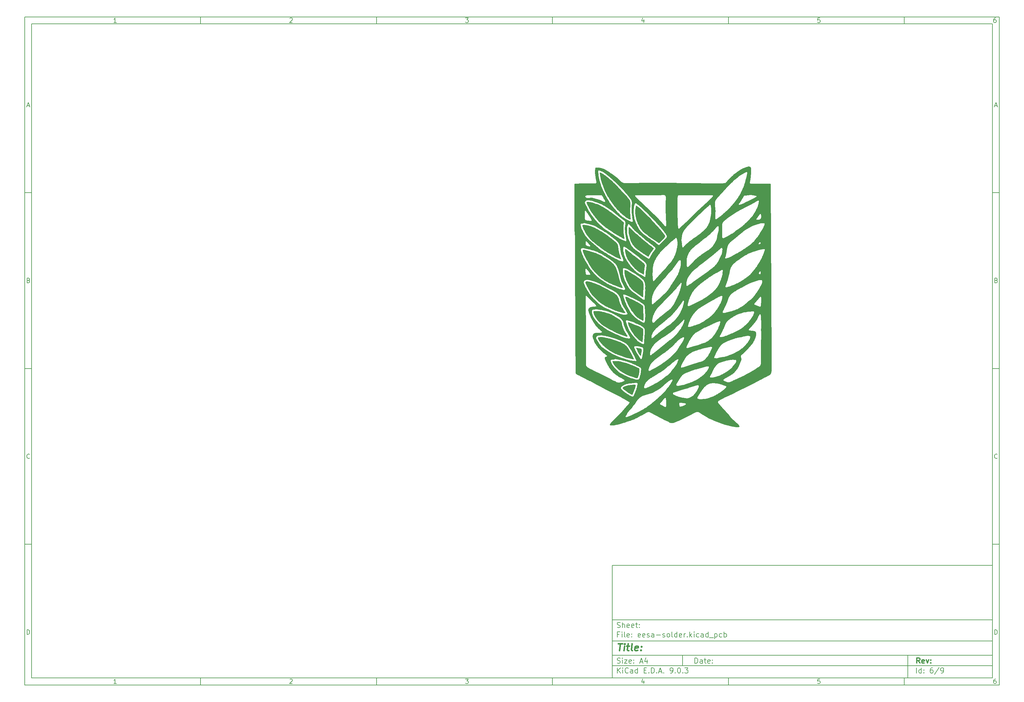
<source format=gbr>
%TF.GenerationSoftware,KiCad,Pcbnew,9.0.3*%
%TF.CreationDate,2025-07-28T16:08:30-05:00*%
%TF.ProjectId,eesa-solder,65657361-2d73-46f6-9c64-65722e6b6963,rev?*%
%TF.SameCoordinates,Original*%
%TF.FileFunction,Legend,Bot*%
%TF.FilePolarity,Positive*%
%FSLAX46Y46*%
G04 Gerber Fmt 4.6, Leading zero omitted, Abs format (unit mm)*
G04 Created by KiCad (PCBNEW 9.0.3) date 2025-07-28 16:08:30*
%MOMM*%
%LPD*%
G01*
G04 APERTURE LIST*
%ADD10C,0.100000*%
%ADD11C,0.150000*%
%ADD12C,0.300000*%
%ADD13C,0.400000*%
%ADD14C,0.000000*%
G04 APERTURE END LIST*
D10*
D11*
X177002200Y-166007200D02*
X285002200Y-166007200D01*
X285002200Y-198007200D01*
X177002200Y-198007200D01*
X177002200Y-166007200D01*
D10*
D11*
X10000000Y-10000000D02*
X287002200Y-10000000D01*
X287002200Y-200007200D01*
X10000000Y-200007200D01*
X10000000Y-10000000D01*
D10*
D11*
X12000000Y-12000000D02*
X285002200Y-12000000D01*
X285002200Y-198007200D01*
X12000000Y-198007200D01*
X12000000Y-12000000D01*
D10*
D11*
X60000000Y-12000000D02*
X60000000Y-10000000D01*
D10*
D11*
X110000000Y-12000000D02*
X110000000Y-10000000D01*
D10*
D11*
X160000000Y-12000000D02*
X160000000Y-10000000D01*
D10*
D11*
X210000000Y-12000000D02*
X210000000Y-10000000D01*
D10*
D11*
X260000000Y-12000000D02*
X260000000Y-10000000D01*
D10*
D11*
X36089160Y-11593604D02*
X35346303Y-11593604D01*
X35717731Y-11593604D02*
X35717731Y-10293604D01*
X35717731Y-10293604D02*
X35593922Y-10479319D01*
X35593922Y-10479319D02*
X35470112Y-10603128D01*
X35470112Y-10603128D02*
X35346303Y-10665033D01*
D10*
D11*
X85346303Y-10417414D02*
X85408207Y-10355509D01*
X85408207Y-10355509D02*
X85532017Y-10293604D01*
X85532017Y-10293604D02*
X85841541Y-10293604D01*
X85841541Y-10293604D02*
X85965350Y-10355509D01*
X85965350Y-10355509D02*
X86027255Y-10417414D01*
X86027255Y-10417414D02*
X86089160Y-10541223D01*
X86089160Y-10541223D02*
X86089160Y-10665033D01*
X86089160Y-10665033D02*
X86027255Y-10850747D01*
X86027255Y-10850747D02*
X85284398Y-11593604D01*
X85284398Y-11593604D02*
X86089160Y-11593604D01*
D10*
D11*
X135284398Y-10293604D02*
X136089160Y-10293604D01*
X136089160Y-10293604D02*
X135655826Y-10788842D01*
X135655826Y-10788842D02*
X135841541Y-10788842D01*
X135841541Y-10788842D02*
X135965350Y-10850747D01*
X135965350Y-10850747D02*
X136027255Y-10912652D01*
X136027255Y-10912652D02*
X136089160Y-11036461D01*
X136089160Y-11036461D02*
X136089160Y-11345985D01*
X136089160Y-11345985D02*
X136027255Y-11469795D01*
X136027255Y-11469795D02*
X135965350Y-11531700D01*
X135965350Y-11531700D02*
X135841541Y-11593604D01*
X135841541Y-11593604D02*
X135470112Y-11593604D01*
X135470112Y-11593604D02*
X135346303Y-11531700D01*
X135346303Y-11531700D02*
X135284398Y-11469795D01*
D10*
D11*
X185965350Y-10726938D02*
X185965350Y-11593604D01*
X185655826Y-10231700D02*
X185346303Y-11160271D01*
X185346303Y-11160271D02*
X186151064Y-11160271D01*
D10*
D11*
X236027255Y-10293604D02*
X235408207Y-10293604D01*
X235408207Y-10293604D02*
X235346303Y-10912652D01*
X235346303Y-10912652D02*
X235408207Y-10850747D01*
X235408207Y-10850747D02*
X235532017Y-10788842D01*
X235532017Y-10788842D02*
X235841541Y-10788842D01*
X235841541Y-10788842D02*
X235965350Y-10850747D01*
X235965350Y-10850747D02*
X236027255Y-10912652D01*
X236027255Y-10912652D02*
X236089160Y-11036461D01*
X236089160Y-11036461D02*
X236089160Y-11345985D01*
X236089160Y-11345985D02*
X236027255Y-11469795D01*
X236027255Y-11469795D02*
X235965350Y-11531700D01*
X235965350Y-11531700D02*
X235841541Y-11593604D01*
X235841541Y-11593604D02*
X235532017Y-11593604D01*
X235532017Y-11593604D02*
X235408207Y-11531700D01*
X235408207Y-11531700D02*
X235346303Y-11469795D01*
D10*
D11*
X285965350Y-10293604D02*
X285717731Y-10293604D01*
X285717731Y-10293604D02*
X285593922Y-10355509D01*
X285593922Y-10355509D02*
X285532017Y-10417414D01*
X285532017Y-10417414D02*
X285408207Y-10603128D01*
X285408207Y-10603128D02*
X285346303Y-10850747D01*
X285346303Y-10850747D02*
X285346303Y-11345985D01*
X285346303Y-11345985D02*
X285408207Y-11469795D01*
X285408207Y-11469795D02*
X285470112Y-11531700D01*
X285470112Y-11531700D02*
X285593922Y-11593604D01*
X285593922Y-11593604D02*
X285841541Y-11593604D01*
X285841541Y-11593604D02*
X285965350Y-11531700D01*
X285965350Y-11531700D02*
X286027255Y-11469795D01*
X286027255Y-11469795D02*
X286089160Y-11345985D01*
X286089160Y-11345985D02*
X286089160Y-11036461D01*
X286089160Y-11036461D02*
X286027255Y-10912652D01*
X286027255Y-10912652D02*
X285965350Y-10850747D01*
X285965350Y-10850747D02*
X285841541Y-10788842D01*
X285841541Y-10788842D02*
X285593922Y-10788842D01*
X285593922Y-10788842D02*
X285470112Y-10850747D01*
X285470112Y-10850747D02*
X285408207Y-10912652D01*
X285408207Y-10912652D02*
X285346303Y-11036461D01*
D10*
D11*
X60000000Y-198007200D02*
X60000000Y-200007200D01*
D10*
D11*
X110000000Y-198007200D02*
X110000000Y-200007200D01*
D10*
D11*
X160000000Y-198007200D02*
X160000000Y-200007200D01*
D10*
D11*
X210000000Y-198007200D02*
X210000000Y-200007200D01*
D10*
D11*
X260000000Y-198007200D02*
X260000000Y-200007200D01*
D10*
D11*
X36089160Y-199600804D02*
X35346303Y-199600804D01*
X35717731Y-199600804D02*
X35717731Y-198300804D01*
X35717731Y-198300804D02*
X35593922Y-198486519D01*
X35593922Y-198486519D02*
X35470112Y-198610328D01*
X35470112Y-198610328D02*
X35346303Y-198672233D01*
D10*
D11*
X85346303Y-198424614D02*
X85408207Y-198362709D01*
X85408207Y-198362709D02*
X85532017Y-198300804D01*
X85532017Y-198300804D02*
X85841541Y-198300804D01*
X85841541Y-198300804D02*
X85965350Y-198362709D01*
X85965350Y-198362709D02*
X86027255Y-198424614D01*
X86027255Y-198424614D02*
X86089160Y-198548423D01*
X86089160Y-198548423D02*
X86089160Y-198672233D01*
X86089160Y-198672233D02*
X86027255Y-198857947D01*
X86027255Y-198857947D02*
X85284398Y-199600804D01*
X85284398Y-199600804D02*
X86089160Y-199600804D01*
D10*
D11*
X135284398Y-198300804D02*
X136089160Y-198300804D01*
X136089160Y-198300804D02*
X135655826Y-198796042D01*
X135655826Y-198796042D02*
X135841541Y-198796042D01*
X135841541Y-198796042D02*
X135965350Y-198857947D01*
X135965350Y-198857947D02*
X136027255Y-198919852D01*
X136027255Y-198919852D02*
X136089160Y-199043661D01*
X136089160Y-199043661D02*
X136089160Y-199353185D01*
X136089160Y-199353185D02*
X136027255Y-199476995D01*
X136027255Y-199476995D02*
X135965350Y-199538900D01*
X135965350Y-199538900D02*
X135841541Y-199600804D01*
X135841541Y-199600804D02*
X135470112Y-199600804D01*
X135470112Y-199600804D02*
X135346303Y-199538900D01*
X135346303Y-199538900D02*
X135284398Y-199476995D01*
D10*
D11*
X185965350Y-198734138D02*
X185965350Y-199600804D01*
X185655826Y-198238900D02*
X185346303Y-199167471D01*
X185346303Y-199167471D02*
X186151064Y-199167471D01*
D10*
D11*
X236027255Y-198300804D02*
X235408207Y-198300804D01*
X235408207Y-198300804D02*
X235346303Y-198919852D01*
X235346303Y-198919852D02*
X235408207Y-198857947D01*
X235408207Y-198857947D02*
X235532017Y-198796042D01*
X235532017Y-198796042D02*
X235841541Y-198796042D01*
X235841541Y-198796042D02*
X235965350Y-198857947D01*
X235965350Y-198857947D02*
X236027255Y-198919852D01*
X236027255Y-198919852D02*
X236089160Y-199043661D01*
X236089160Y-199043661D02*
X236089160Y-199353185D01*
X236089160Y-199353185D02*
X236027255Y-199476995D01*
X236027255Y-199476995D02*
X235965350Y-199538900D01*
X235965350Y-199538900D02*
X235841541Y-199600804D01*
X235841541Y-199600804D02*
X235532017Y-199600804D01*
X235532017Y-199600804D02*
X235408207Y-199538900D01*
X235408207Y-199538900D02*
X235346303Y-199476995D01*
D10*
D11*
X285965350Y-198300804D02*
X285717731Y-198300804D01*
X285717731Y-198300804D02*
X285593922Y-198362709D01*
X285593922Y-198362709D02*
X285532017Y-198424614D01*
X285532017Y-198424614D02*
X285408207Y-198610328D01*
X285408207Y-198610328D02*
X285346303Y-198857947D01*
X285346303Y-198857947D02*
X285346303Y-199353185D01*
X285346303Y-199353185D02*
X285408207Y-199476995D01*
X285408207Y-199476995D02*
X285470112Y-199538900D01*
X285470112Y-199538900D02*
X285593922Y-199600804D01*
X285593922Y-199600804D02*
X285841541Y-199600804D01*
X285841541Y-199600804D02*
X285965350Y-199538900D01*
X285965350Y-199538900D02*
X286027255Y-199476995D01*
X286027255Y-199476995D02*
X286089160Y-199353185D01*
X286089160Y-199353185D02*
X286089160Y-199043661D01*
X286089160Y-199043661D02*
X286027255Y-198919852D01*
X286027255Y-198919852D02*
X285965350Y-198857947D01*
X285965350Y-198857947D02*
X285841541Y-198796042D01*
X285841541Y-198796042D02*
X285593922Y-198796042D01*
X285593922Y-198796042D02*
X285470112Y-198857947D01*
X285470112Y-198857947D02*
X285408207Y-198919852D01*
X285408207Y-198919852D02*
X285346303Y-199043661D01*
D10*
D11*
X10000000Y-60000000D02*
X12000000Y-60000000D01*
D10*
D11*
X10000000Y-110000000D02*
X12000000Y-110000000D01*
D10*
D11*
X10000000Y-160000000D02*
X12000000Y-160000000D01*
D10*
D11*
X10690476Y-35222176D02*
X11309523Y-35222176D01*
X10566666Y-35593604D02*
X10999999Y-34293604D01*
X10999999Y-34293604D02*
X11433333Y-35593604D01*
D10*
D11*
X11092857Y-84912652D02*
X11278571Y-84974557D01*
X11278571Y-84974557D02*
X11340476Y-85036461D01*
X11340476Y-85036461D02*
X11402380Y-85160271D01*
X11402380Y-85160271D02*
X11402380Y-85345985D01*
X11402380Y-85345985D02*
X11340476Y-85469795D01*
X11340476Y-85469795D02*
X11278571Y-85531700D01*
X11278571Y-85531700D02*
X11154761Y-85593604D01*
X11154761Y-85593604D02*
X10659523Y-85593604D01*
X10659523Y-85593604D02*
X10659523Y-84293604D01*
X10659523Y-84293604D02*
X11092857Y-84293604D01*
X11092857Y-84293604D02*
X11216666Y-84355509D01*
X11216666Y-84355509D02*
X11278571Y-84417414D01*
X11278571Y-84417414D02*
X11340476Y-84541223D01*
X11340476Y-84541223D02*
X11340476Y-84665033D01*
X11340476Y-84665033D02*
X11278571Y-84788842D01*
X11278571Y-84788842D02*
X11216666Y-84850747D01*
X11216666Y-84850747D02*
X11092857Y-84912652D01*
X11092857Y-84912652D02*
X10659523Y-84912652D01*
D10*
D11*
X11402380Y-135469795D02*
X11340476Y-135531700D01*
X11340476Y-135531700D02*
X11154761Y-135593604D01*
X11154761Y-135593604D02*
X11030952Y-135593604D01*
X11030952Y-135593604D02*
X10845238Y-135531700D01*
X10845238Y-135531700D02*
X10721428Y-135407890D01*
X10721428Y-135407890D02*
X10659523Y-135284080D01*
X10659523Y-135284080D02*
X10597619Y-135036461D01*
X10597619Y-135036461D02*
X10597619Y-134850747D01*
X10597619Y-134850747D02*
X10659523Y-134603128D01*
X10659523Y-134603128D02*
X10721428Y-134479319D01*
X10721428Y-134479319D02*
X10845238Y-134355509D01*
X10845238Y-134355509D02*
X11030952Y-134293604D01*
X11030952Y-134293604D02*
X11154761Y-134293604D01*
X11154761Y-134293604D02*
X11340476Y-134355509D01*
X11340476Y-134355509D02*
X11402380Y-134417414D01*
D10*
D11*
X10659523Y-185593604D02*
X10659523Y-184293604D01*
X10659523Y-184293604D02*
X10969047Y-184293604D01*
X10969047Y-184293604D02*
X11154761Y-184355509D01*
X11154761Y-184355509D02*
X11278571Y-184479319D01*
X11278571Y-184479319D02*
X11340476Y-184603128D01*
X11340476Y-184603128D02*
X11402380Y-184850747D01*
X11402380Y-184850747D02*
X11402380Y-185036461D01*
X11402380Y-185036461D02*
X11340476Y-185284080D01*
X11340476Y-185284080D02*
X11278571Y-185407890D01*
X11278571Y-185407890D02*
X11154761Y-185531700D01*
X11154761Y-185531700D02*
X10969047Y-185593604D01*
X10969047Y-185593604D02*
X10659523Y-185593604D01*
D10*
D11*
X287002200Y-60000000D02*
X285002200Y-60000000D01*
D10*
D11*
X287002200Y-110000000D02*
X285002200Y-110000000D01*
D10*
D11*
X287002200Y-160000000D02*
X285002200Y-160000000D01*
D10*
D11*
X285692676Y-35222176D02*
X286311723Y-35222176D01*
X285568866Y-35593604D02*
X286002199Y-34293604D01*
X286002199Y-34293604D02*
X286435533Y-35593604D01*
D10*
D11*
X286095057Y-84912652D02*
X286280771Y-84974557D01*
X286280771Y-84974557D02*
X286342676Y-85036461D01*
X286342676Y-85036461D02*
X286404580Y-85160271D01*
X286404580Y-85160271D02*
X286404580Y-85345985D01*
X286404580Y-85345985D02*
X286342676Y-85469795D01*
X286342676Y-85469795D02*
X286280771Y-85531700D01*
X286280771Y-85531700D02*
X286156961Y-85593604D01*
X286156961Y-85593604D02*
X285661723Y-85593604D01*
X285661723Y-85593604D02*
X285661723Y-84293604D01*
X285661723Y-84293604D02*
X286095057Y-84293604D01*
X286095057Y-84293604D02*
X286218866Y-84355509D01*
X286218866Y-84355509D02*
X286280771Y-84417414D01*
X286280771Y-84417414D02*
X286342676Y-84541223D01*
X286342676Y-84541223D02*
X286342676Y-84665033D01*
X286342676Y-84665033D02*
X286280771Y-84788842D01*
X286280771Y-84788842D02*
X286218866Y-84850747D01*
X286218866Y-84850747D02*
X286095057Y-84912652D01*
X286095057Y-84912652D02*
X285661723Y-84912652D01*
D10*
D11*
X286404580Y-135469795D02*
X286342676Y-135531700D01*
X286342676Y-135531700D02*
X286156961Y-135593604D01*
X286156961Y-135593604D02*
X286033152Y-135593604D01*
X286033152Y-135593604D02*
X285847438Y-135531700D01*
X285847438Y-135531700D02*
X285723628Y-135407890D01*
X285723628Y-135407890D02*
X285661723Y-135284080D01*
X285661723Y-135284080D02*
X285599819Y-135036461D01*
X285599819Y-135036461D02*
X285599819Y-134850747D01*
X285599819Y-134850747D02*
X285661723Y-134603128D01*
X285661723Y-134603128D02*
X285723628Y-134479319D01*
X285723628Y-134479319D02*
X285847438Y-134355509D01*
X285847438Y-134355509D02*
X286033152Y-134293604D01*
X286033152Y-134293604D02*
X286156961Y-134293604D01*
X286156961Y-134293604D02*
X286342676Y-134355509D01*
X286342676Y-134355509D02*
X286404580Y-134417414D01*
D10*
D11*
X285661723Y-185593604D02*
X285661723Y-184293604D01*
X285661723Y-184293604D02*
X285971247Y-184293604D01*
X285971247Y-184293604D02*
X286156961Y-184355509D01*
X286156961Y-184355509D02*
X286280771Y-184479319D01*
X286280771Y-184479319D02*
X286342676Y-184603128D01*
X286342676Y-184603128D02*
X286404580Y-184850747D01*
X286404580Y-184850747D02*
X286404580Y-185036461D01*
X286404580Y-185036461D02*
X286342676Y-185284080D01*
X286342676Y-185284080D02*
X286280771Y-185407890D01*
X286280771Y-185407890D02*
X286156961Y-185531700D01*
X286156961Y-185531700D02*
X285971247Y-185593604D01*
X285971247Y-185593604D02*
X285661723Y-185593604D01*
D10*
D11*
X200458026Y-193793328D02*
X200458026Y-192293328D01*
X200458026Y-192293328D02*
X200815169Y-192293328D01*
X200815169Y-192293328D02*
X201029455Y-192364757D01*
X201029455Y-192364757D02*
X201172312Y-192507614D01*
X201172312Y-192507614D02*
X201243741Y-192650471D01*
X201243741Y-192650471D02*
X201315169Y-192936185D01*
X201315169Y-192936185D02*
X201315169Y-193150471D01*
X201315169Y-193150471D02*
X201243741Y-193436185D01*
X201243741Y-193436185D02*
X201172312Y-193579042D01*
X201172312Y-193579042D02*
X201029455Y-193721900D01*
X201029455Y-193721900D02*
X200815169Y-193793328D01*
X200815169Y-193793328D02*
X200458026Y-193793328D01*
X202600884Y-193793328D02*
X202600884Y-193007614D01*
X202600884Y-193007614D02*
X202529455Y-192864757D01*
X202529455Y-192864757D02*
X202386598Y-192793328D01*
X202386598Y-192793328D02*
X202100884Y-192793328D01*
X202100884Y-192793328D02*
X201958026Y-192864757D01*
X202600884Y-193721900D02*
X202458026Y-193793328D01*
X202458026Y-193793328D02*
X202100884Y-193793328D01*
X202100884Y-193793328D02*
X201958026Y-193721900D01*
X201958026Y-193721900D02*
X201886598Y-193579042D01*
X201886598Y-193579042D02*
X201886598Y-193436185D01*
X201886598Y-193436185D02*
X201958026Y-193293328D01*
X201958026Y-193293328D02*
X202100884Y-193221900D01*
X202100884Y-193221900D02*
X202458026Y-193221900D01*
X202458026Y-193221900D02*
X202600884Y-193150471D01*
X203100884Y-192793328D02*
X203672312Y-192793328D01*
X203315169Y-192293328D02*
X203315169Y-193579042D01*
X203315169Y-193579042D02*
X203386598Y-193721900D01*
X203386598Y-193721900D02*
X203529455Y-193793328D01*
X203529455Y-193793328D02*
X203672312Y-193793328D01*
X204743741Y-193721900D02*
X204600884Y-193793328D01*
X204600884Y-193793328D02*
X204315170Y-193793328D01*
X204315170Y-193793328D02*
X204172312Y-193721900D01*
X204172312Y-193721900D02*
X204100884Y-193579042D01*
X204100884Y-193579042D02*
X204100884Y-193007614D01*
X204100884Y-193007614D02*
X204172312Y-192864757D01*
X204172312Y-192864757D02*
X204315170Y-192793328D01*
X204315170Y-192793328D02*
X204600884Y-192793328D01*
X204600884Y-192793328D02*
X204743741Y-192864757D01*
X204743741Y-192864757D02*
X204815170Y-193007614D01*
X204815170Y-193007614D02*
X204815170Y-193150471D01*
X204815170Y-193150471D02*
X204100884Y-193293328D01*
X205458026Y-193650471D02*
X205529455Y-193721900D01*
X205529455Y-193721900D02*
X205458026Y-193793328D01*
X205458026Y-193793328D02*
X205386598Y-193721900D01*
X205386598Y-193721900D02*
X205458026Y-193650471D01*
X205458026Y-193650471D02*
X205458026Y-193793328D01*
X205458026Y-192864757D02*
X205529455Y-192936185D01*
X205529455Y-192936185D02*
X205458026Y-193007614D01*
X205458026Y-193007614D02*
X205386598Y-192936185D01*
X205386598Y-192936185D02*
X205458026Y-192864757D01*
X205458026Y-192864757D02*
X205458026Y-193007614D01*
D10*
D11*
X177002200Y-194507200D02*
X285002200Y-194507200D01*
D10*
D11*
X178458026Y-196593328D02*
X178458026Y-195093328D01*
X179315169Y-196593328D02*
X178672312Y-195736185D01*
X179315169Y-195093328D02*
X178458026Y-195950471D01*
X179958026Y-196593328D02*
X179958026Y-195593328D01*
X179958026Y-195093328D02*
X179886598Y-195164757D01*
X179886598Y-195164757D02*
X179958026Y-195236185D01*
X179958026Y-195236185D02*
X180029455Y-195164757D01*
X180029455Y-195164757D02*
X179958026Y-195093328D01*
X179958026Y-195093328D02*
X179958026Y-195236185D01*
X181529455Y-196450471D02*
X181458027Y-196521900D01*
X181458027Y-196521900D02*
X181243741Y-196593328D01*
X181243741Y-196593328D02*
X181100884Y-196593328D01*
X181100884Y-196593328D02*
X180886598Y-196521900D01*
X180886598Y-196521900D02*
X180743741Y-196379042D01*
X180743741Y-196379042D02*
X180672312Y-196236185D01*
X180672312Y-196236185D02*
X180600884Y-195950471D01*
X180600884Y-195950471D02*
X180600884Y-195736185D01*
X180600884Y-195736185D02*
X180672312Y-195450471D01*
X180672312Y-195450471D02*
X180743741Y-195307614D01*
X180743741Y-195307614D02*
X180886598Y-195164757D01*
X180886598Y-195164757D02*
X181100884Y-195093328D01*
X181100884Y-195093328D02*
X181243741Y-195093328D01*
X181243741Y-195093328D02*
X181458027Y-195164757D01*
X181458027Y-195164757D02*
X181529455Y-195236185D01*
X182815170Y-196593328D02*
X182815170Y-195807614D01*
X182815170Y-195807614D02*
X182743741Y-195664757D01*
X182743741Y-195664757D02*
X182600884Y-195593328D01*
X182600884Y-195593328D02*
X182315170Y-195593328D01*
X182315170Y-195593328D02*
X182172312Y-195664757D01*
X182815170Y-196521900D02*
X182672312Y-196593328D01*
X182672312Y-196593328D02*
X182315170Y-196593328D01*
X182315170Y-196593328D02*
X182172312Y-196521900D01*
X182172312Y-196521900D02*
X182100884Y-196379042D01*
X182100884Y-196379042D02*
X182100884Y-196236185D01*
X182100884Y-196236185D02*
X182172312Y-196093328D01*
X182172312Y-196093328D02*
X182315170Y-196021900D01*
X182315170Y-196021900D02*
X182672312Y-196021900D01*
X182672312Y-196021900D02*
X182815170Y-195950471D01*
X184172313Y-196593328D02*
X184172313Y-195093328D01*
X184172313Y-196521900D02*
X184029455Y-196593328D01*
X184029455Y-196593328D02*
X183743741Y-196593328D01*
X183743741Y-196593328D02*
X183600884Y-196521900D01*
X183600884Y-196521900D02*
X183529455Y-196450471D01*
X183529455Y-196450471D02*
X183458027Y-196307614D01*
X183458027Y-196307614D02*
X183458027Y-195879042D01*
X183458027Y-195879042D02*
X183529455Y-195736185D01*
X183529455Y-195736185D02*
X183600884Y-195664757D01*
X183600884Y-195664757D02*
X183743741Y-195593328D01*
X183743741Y-195593328D02*
X184029455Y-195593328D01*
X184029455Y-195593328D02*
X184172313Y-195664757D01*
X186029455Y-195807614D02*
X186529455Y-195807614D01*
X186743741Y-196593328D02*
X186029455Y-196593328D01*
X186029455Y-196593328D02*
X186029455Y-195093328D01*
X186029455Y-195093328D02*
X186743741Y-195093328D01*
X187386598Y-196450471D02*
X187458027Y-196521900D01*
X187458027Y-196521900D02*
X187386598Y-196593328D01*
X187386598Y-196593328D02*
X187315170Y-196521900D01*
X187315170Y-196521900D02*
X187386598Y-196450471D01*
X187386598Y-196450471D02*
X187386598Y-196593328D01*
X188100884Y-196593328D02*
X188100884Y-195093328D01*
X188100884Y-195093328D02*
X188458027Y-195093328D01*
X188458027Y-195093328D02*
X188672313Y-195164757D01*
X188672313Y-195164757D02*
X188815170Y-195307614D01*
X188815170Y-195307614D02*
X188886599Y-195450471D01*
X188886599Y-195450471D02*
X188958027Y-195736185D01*
X188958027Y-195736185D02*
X188958027Y-195950471D01*
X188958027Y-195950471D02*
X188886599Y-196236185D01*
X188886599Y-196236185D02*
X188815170Y-196379042D01*
X188815170Y-196379042D02*
X188672313Y-196521900D01*
X188672313Y-196521900D02*
X188458027Y-196593328D01*
X188458027Y-196593328D02*
X188100884Y-196593328D01*
X189600884Y-196450471D02*
X189672313Y-196521900D01*
X189672313Y-196521900D02*
X189600884Y-196593328D01*
X189600884Y-196593328D02*
X189529456Y-196521900D01*
X189529456Y-196521900D02*
X189600884Y-196450471D01*
X189600884Y-196450471D02*
X189600884Y-196593328D01*
X190243742Y-196164757D02*
X190958028Y-196164757D01*
X190100885Y-196593328D02*
X190600885Y-195093328D01*
X190600885Y-195093328D02*
X191100885Y-196593328D01*
X191600884Y-196450471D02*
X191672313Y-196521900D01*
X191672313Y-196521900D02*
X191600884Y-196593328D01*
X191600884Y-196593328D02*
X191529456Y-196521900D01*
X191529456Y-196521900D02*
X191600884Y-196450471D01*
X191600884Y-196450471D02*
X191600884Y-196593328D01*
X193529456Y-196593328D02*
X193815170Y-196593328D01*
X193815170Y-196593328D02*
X193958027Y-196521900D01*
X193958027Y-196521900D02*
X194029456Y-196450471D01*
X194029456Y-196450471D02*
X194172313Y-196236185D01*
X194172313Y-196236185D02*
X194243742Y-195950471D01*
X194243742Y-195950471D02*
X194243742Y-195379042D01*
X194243742Y-195379042D02*
X194172313Y-195236185D01*
X194172313Y-195236185D02*
X194100885Y-195164757D01*
X194100885Y-195164757D02*
X193958027Y-195093328D01*
X193958027Y-195093328D02*
X193672313Y-195093328D01*
X193672313Y-195093328D02*
X193529456Y-195164757D01*
X193529456Y-195164757D02*
X193458027Y-195236185D01*
X193458027Y-195236185D02*
X193386599Y-195379042D01*
X193386599Y-195379042D02*
X193386599Y-195736185D01*
X193386599Y-195736185D02*
X193458027Y-195879042D01*
X193458027Y-195879042D02*
X193529456Y-195950471D01*
X193529456Y-195950471D02*
X193672313Y-196021900D01*
X193672313Y-196021900D02*
X193958027Y-196021900D01*
X193958027Y-196021900D02*
X194100885Y-195950471D01*
X194100885Y-195950471D02*
X194172313Y-195879042D01*
X194172313Y-195879042D02*
X194243742Y-195736185D01*
X194886598Y-196450471D02*
X194958027Y-196521900D01*
X194958027Y-196521900D02*
X194886598Y-196593328D01*
X194886598Y-196593328D02*
X194815170Y-196521900D01*
X194815170Y-196521900D02*
X194886598Y-196450471D01*
X194886598Y-196450471D02*
X194886598Y-196593328D01*
X195886599Y-195093328D02*
X196029456Y-195093328D01*
X196029456Y-195093328D02*
X196172313Y-195164757D01*
X196172313Y-195164757D02*
X196243742Y-195236185D01*
X196243742Y-195236185D02*
X196315170Y-195379042D01*
X196315170Y-195379042D02*
X196386599Y-195664757D01*
X196386599Y-195664757D02*
X196386599Y-196021900D01*
X196386599Y-196021900D02*
X196315170Y-196307614D01*
X196315170Y-196307614D02*
X196243742Y-196450471D01*
X196243742Y-196450471D02*
X196172313Y-196521900D01*
X196172313Y-196521900D02*
X196029456Y-196593328D01*
X196029456Y-196593328D02*
X195886599Y-196593328D01*
X195886599Y-196593328D02*
X195743742Y-196521900D01*
X195743742Y-196521900D02*
X195672313Y-196450471D01*
X195672313Y-196450471D02*
X195600884Y-196307614D01*
X195600884Y-196307614D02*
X195529456Y-196021900D01*
X195529456Y-196021900D02*
X195529456Y-195664757D01*
X195529456Y-195664757D02*
X195600884Y-195379042D01*
X195600884Y-195379042D02*
X195672313Y-195236185D01*
X195672313Y-195236185D02*
X195743742Y-195164757D01*
X195743742Y-195164757D02*
X195886599Y-195093328D01*
X197029455Y-196450471D02*
X197100884Y-196521900D01*
X197100884Y-196521900D02*
X197029455Y-196593328D01*
X197029455Y-196593328D02*
X196958027Y-196521900D01*
X196958027Y-196521900D02*
X197029455Y-196450471D01*
X197029455Y-196450471D02*
X197029455Y-196593328D01*
X197600884Y-195093328D02*
X198529456Y-195093328D01*
X198529456Y-195093328D02*
X198029456Y-195664757D01*
X198029456Y-195664757D02*
X198243741Y-195664757D01*
X198243741Y-195664757D02*
X198386599Y-195736185D01*
X198386599Y-195736185D02*
X198458027Y-195807614D01*
X198458027Y-195807614D02*
X198529456Y-195950471D01*
X198529456Y-195950471D02*
X198529456Y-196307614D01*
X198529456Y-196307614D02*
X198458027Y-196450471D01*
X198458027Y-196450471D02*
X198386599Y-196521900D01*
X198386599Y-196521900D02*
X198243741Y-196593328D01*
X198243741Y-196593328D02*
X197815170Y-196593328D01*
X197815170Y-196593328D02*
X197672313Y-196521900D01*
X197672313Y-196521900D02*
X197600884Y-196450471D01*
D10*
D11*
X177002200Y-191507200D02*
X285002200Y-191507200D01*
D10*
D12*
X264413853Y-193785528D02*
X263913853Y-193071242D01*
X263556710Y-193785528D02*
X263556710Y-192285528D01*
X263556710Y-192285528D02*
X264128139Y-192285528D01*
X264128139Y-192285528D02*
X264270996Y-192356957D01*
X264270996Y-192356957D02*
X264342425Y-192428385D01*
X264342425Y-192428385D02*
X264413853Y-192571242D01*
X264413853Y-192571242D02*
X264413853Y-192785528D01*
X264413853Y-192785528D02*
X264342425Y-192928385D01*
X264342425Y-192928385D02*
X264270996Y-192999814D01*
X264270996Y-192999814D02*
X264128139Y-193071242D01*
X264128139Y-193071242D02*
X263556710Y-193071242D01*
X265628139Y-193714100D02*
X265485282Y-193785528D01*
X265485282Y-193785528D02*
X265199568Y-193785528D01*
X265199568Y-193785528D02*
X265056710Y-193714100D01*
X265056710Y-193714100D02*
X264985282Y-193571242D01*
X264985282Y-193571242D02*
X264985282Y-192999814D01*
X264985282Y-192999814D02*
X265056710Y-192856957D01*
X265056710Y-192856957D02*
X265199568Y-192785528D01*
X265199568Y-192785528D02*
X265485282Y-192785528D01*
X265485282Y-192785528D02*
X265628139Y-192856957D01*
X265628139Y-192856957D02*
X265699568Y-192999814D01*
X265699568Y-192999814D02*
X265699568Y-193142671D01*
X265699568Y-193142671D02*
X264985282Y-193285528D01*
X266199567Y-192785528D02*
X266556710Y-193785528D01*
X266556710Y-193785528D02*
X266913853Y-192785528D01*
X267485281Y-193642671D02*
X267556710Y-193714100D01*
X267556710Y-193714100D02*
X267485281Y-193785528D01*
X267485281Y-193785528D02*
X267413853Y-193714100D01*
X267413853Y-193714100D02*
X267485281Y-193642671D01*
X267485281Y-193642671D02*
X267485281Y-193785528D01*
X267485281Y-192856957D02*
X267556710Y-192928385D01*
X267556710Y-192928385D02*
X267485281Y-192999814D01*
X267485281Y-192999814D02*
X267413853Y-192928385D01*
X267413853Y-192928385D02*
X267485281Y-192856957D01*
X267485281Y-192856957D02*
X267485281Y-192999814D01*
D10*
D11*
X178386598Y-193721900D02*
X178600884Y-193793328D01*
X178600884Y-193793328D02*
X178958026Y-193793328D01*
X178958026Y-193793328D02*
X179100884Y-193721900D01*
X179100884Y-193721900D02*
X179172312Y-193650471D01*
X179172312Y-193650471D02*
X179243741Y-193507614D01*
X179243741Y-193507614D02*
X179243741Y-193364757D01*
X179243741Y-193364757D02*
X179172312Y-193221900D01*
X179172312Y-193221900D02*
X179100884Y-193150471D01*
X179100884Y-193150471D02*
X178958026Y-193079042D01*
X178958026Y-193079042D02*
X178672312Y-193007614D01*
X178672312Y-193007614D02*
X178529455Y-192936185D01*
X178529455Y-192936185D02*
X178458026Y-192864757D01*
X178458026Y-192864757D02*
X178386598Y-192721900D01*
X178386598Y-192721900D02*
X178386598Y-192579042D01*
X178386598Y-192579042D02*
X178458026Y-192436185D01*
X178458026Y-192436185D02*
X178529455Y-192364757D01*
X178529455Y-192364757D02*
X178672312Y-192293328D01*
X178672312Y-192293328D02*
X179029455Y-192293328D01*
X179029455Y-192293328D02*
X179243741Y-192364757D01*
X179886597Y-193793328D02*
X179886597Y-192793328D01*
X179886597Y-192293328D02*
X179815169Y-192364757D01*
X179815169Y-192364757D02*
X179886597Y-192436185D01*
X179886597Y-192436185D02*
X179958026Y-192364757D01*
X179958026Y-192364757D02*
X179886597Y-192293328D01*
X179886597Y-192293328D02*
X179886597Y-192436185D01*
X180458026Y-192793328D02*
X181243741Y-192793328D01*
X181243741Y-192793328D02*
X180458026Y-193793328D01*
X180458026Y-193793328D02*
X181243741Y-193793328D01*
X182386598Y-193721900D02*
X182243741Y-193793328D01*
X182243741Y-193793328D02*
X181958027Y-193793328D01*
X181958027Y-193793328D02*
X181815169Y-193721900D01*
X181815169Y-193721900D02*
X181743741Y-193579042D01*
X181743741Y-193579042D02*
X181743741Y-193007614D01*
X181743741Y-193007614D02*
X181815169Y-192864757D01*
X181815169Y-192864757D02*
X181958027Y-192793328D01*
X181958027Y-192793328D02*
X182243741Y-192793328D01*
X182243741Y-192793328D02*
X182386598Y-192864757D01*
X182386598Y-192864757D02*
X182458027Y-193007614D01*
X182458027Y-193007614D02*
X182458027Y-193150471D01*
X182458027Y-193150471D02*
X181743741Y-193293328D01*
X183100883Y-193650471D02*
X183172312Y-193721900D01*
X183172312Y-193721900D02*
X183100883Y-193793328D01*
X183100883Y-193793328D02*
X183029455Y-193721900D01*
X183029455Y-193721900D02*
X183100883Y-193650471D01*
X183100883Y-193650471D02*
X183100883Y-193793328D01*
X183100883Y-192864757D02*
X183172312Y-192936185D01*
X183172312Y-192936185D02*
X183100883Y-193007614D01*
X183100883Y-193007614D02*
X183029455Y-192936185D01*
X183029455Y-192936185D02*
X183100883Y-192864757D01*
X183100883Y-192864757D02*
X183100883Y-193007614D01*
X184886598Y-193364757D02*
X185600884Y-193364757D01*
X184743741Y-193793328D02*
X185243741Y-192293328D01*
X185243741Y-192293328D02*
X185743741Y-193793328D01*
X186886598Y-192793328D02*
X186886598Y-193793328D01*
X186529455Y-192221900D02*
X186172312Y-193293328D01*
X186172312Y-193293328D02*
X187100883Y-193293328D01*
D10*
D11*
X263458026Y-196593328D02*
X263458026Y-195093328D01*
X264815170Y-196593328D02*
X264815170Y-195093328D01*
X264815170Y-196521900D02*
X264672312Y-196593328D01*
X264672312Y-196593328D02*
X264386598Y-196593328D01*
X264386598Y-196593328D02*
X264243741Y-196521900D01*
X264243741Y-196521900D02*
X264172312Y-196450471D01*
X264172312Y-196450471D02*
X264100884Y-196307614D01*
X264100884Y-196307614D02*
X264100884Y-195879042D01*
X264100884Y-195879042D02*
X264172312Y-195736185D01*
X264172312Y-195736185D02*
X264243741Y-195664757D01*
X264243741Y-195664757D02*
X264386598Y-195593328D01*
X264386598Y-195593328D02*
X264672312Y-195593328D01*
X264672312Y-195593328D02*
X264815170Y-195664757D01*
X265529455Y-196450471D02*
X265600884Y-196521900D01*
X265600884Y-196521900D02*
X265529455Y-196593328D01*
X265529455Y-196593328D02*
X265458027Y-196521900D01*
X265458027Y-196521900D02*
X265529455Y-196450471D01*
X265529455Y-196450471D02*
X265529455Y-196593328D01*
X265529455Y-195664757D02*
X265600884Y-195736185D01*
X265600884Y-195736185D02*
X265529455Y-195807614D01*
X265529455Y-195807614D02*
X265458027Y-195736185D01*
X265458027Y-195736185D02*
X265529455Y-195664757D01*
X265529455Y-195664757D02*
X265529455Y-195807614D01*
X268029456Y-195093328D02*
X267743741Y-195093328D01*
X267743741Y-195093328D02*
X267600884Y-195164757D01*
X267600884Y-195164757D02*
X267529456Y-195236185D01*
X267529456Y-195236185D02*
X267386598Y-195450471D01*
X267386598Y-195450471D02*
X267315170Y-195736185D01*
X267315170Y-195736185D02*
X267315170Y-196307614D01*
X267315170Y-196307614D02*
X267386598Y-196450471D01*
X267386598Y-196450471D02*
X267458027Y-196521900D01*
X267458027Y-196521900D02*
X267600884Y-196593328D01*
X267600884Y-196593328D02*
X267886598Y-196593328D01*
X267886598Y-196593328D02*
X268029456Y-196521900D01*
X268029456Y-196521900D02*
X268100884Y-196450471D01*
X268100884Y-196450471D02*
X268172313Y-196307614D01*
X268172313Y-196307614D02*
X268172313Y-195950471D01*
X268172313Y-195950471D02*
X268100884Y-195807614D01*
X268100884Y-195807614D02*
X268029456Y-195736185D01*
X268029456Y-195736185D02*
X267886598Y-195664757D01*
X267886598Y-195664757D02*
X267600884Y-195664757D01*
X267600884Y-195664757D02*
X267458027Y-195736185D01*
X267458027Y-195736185D02*
X267386598Y-195807614D01*
X267386598Y-195807614D02*
X267315170Y-195950471D01*
X269886598Y-195021900D02*
X268600884Y-196950471D01*
X270458027Y-196593328D02*
X270743741Y-196593328D01*
X270743741Y-196593328D02*
X270886598Y-196521900D01*
X270886598Y-196521900D02*
X270958027Y-196450471D01*
X270958027Y-196450471D02*
X271100884Y-196236185D01*
X271100884Y-196236185D02*
X271172313Y-195950471D01*
X271172313Y-195950471D02*
X271172313Y-195379042D01*
X271172313Y-195379042D02*
X271100884Y-195236185D01*
X271100884Y-195236185D02*
X271029456Y-195164757D01*
X271029456Y-195164757D02*
X270886598Y-195093328D01*
X270886598Y-195093328D02*
X270600884Y-195093328D01*
X270600884Y-195093328D02*
X270458027Y-195164757D01*
X270458027Y-195164757D02*
X270386598Y-195236185D01*
X270386598Y-195236185D02*
X270315170Y-195379042D01*
X270315170Y-195379042D02*
X270315170Y-195736185D01*
X270315170Y-195736185D02*
X270386598Y-195879042D01*
X270386598Y-195879042D02*
X270458027Y-195950471D01*
X270458027Y-195950471D02*
X270600884Y-196021900D01*
X270600884Y-196021900D02*
X270886598Y-196021900D01*
X270886598Y-196021900D02*
X271029456Y-195950471D01*
X271029456Y-195950471D02*
X271100884Y-195879042D01*
X271100884Y-195879042D02*
X271172313Y-195736185D01*
D10*
D11*
X177002200Y-187507200D02*
X285002200Y-187507200D01*
D10*
D13*
X178693928Y-188211638D02*
X179836785Y-188211638D01*
X179015357Y-190211638D02*
X179265357Y-188211638D01*
X180253452Y-190211638D02*
X180420119Y-188878304D01*
X180503452Y-188211638D02*
X180396309Y-188306876D01*
X180396309Y-188306876D02*
X180479643Y-188402114D01*
X180479643Y-188402114D02*
X180586786Y-188306876D01*
X180586786Y-188306876D02*
X180503452Y-188211638D01*
X180503452Y-188211638D02*
X180479643Y-188402114D01*
X181086786Y-188878304D02*
X181848690Y-188878304D01*
X181455833Y-188211638D02*
X181241548Y-189925923D01*
X181241548Y-189925923D02*
X181312976Y-190116400D01*
X181312976Y-190116400D02*
X181491548Y-190211638D01*
X181491548Y-190211638D02*
X181682024Y-190211638D01*
X182634405Y-190211638D02*
X182455833Y-190116400D01*
X182455833Y-190116400D02*
X182384405Y-189925923D01*
X182384405Y-189925923D02*
X182598690Y-188211638D01*
X184170119Y-190116400D02*
X183967738Y-190211638D01*
X183967738Y-190211638D02*
X183586785Y-190211638D01*
X183586785Y-190211638D02*
X183408214Y-190116400D01*
X183408214Y-190116400D02*
X183336785Y-189925923D01*
X183336785Y-189925923D02*
X183432024Y-189164019D01*
X183432024Y-189164019D02*
X183551071Y-188973542D01*
X183551071Y-188973542D02*
X183753452Y-188878304D01*
X183753452Y-188878304D02*
X184134404Y-188878304D01*
X184134404Y-188878304D02*
X184312976Y-188973542D01*
X184312976Y-188973542D02*
X184384404Y-189164019D01*
X184384404Y-189164019D02*
X184360595Y-189354495D01*
X184360595Y-189354495D02*
X183384404Y-189544971D01*
X185134405Y-190021161D02*
X185217738Y-190116400D01*
X185217738Y-190116400D02*
X185110595Y-190211638D01*
X185110595Y-190211638D02*
X185027262Y-190116400D01*
X185027262Y-190116400D02*
X185134405Y-190021161D01*
X185134405Y-190021161D02*
X185110595Y-190211638D01*
X185265357Y-188973542D02*
X185348690Y-189068780D01*
X185348690Y-189068780D02*
X185241548Y-189164019D01*
X185241548Y-189164019D02*
X185158214Y-189068780D01*
X185158214Y-189068780D02*
X185265357Y-188973542D01*
X185265357Y-188973542D02*
X185241548Y-189164019D01*
D10*
D11*
X178958026Y-185607614D02*
X178458026Y-185607614D01*
X178458026Y-186393328D02*
X178458026Y-184893328D01*
X178458026Y-184893328D02*
X179172312Y-184893328D01*
X179743740Y-186393328D02*
X179743740Y-185393328D01*
X179743740Y-184893328D02*
X179672312Y-184964757D01*
X179672312Y-184964757D02*
X179743740Y-185036185D01*
X179743740Y-185036185D02*
X179815169Y-184964757D01*
X179815169Y-184964757D02*
X179743740Y-184893328D01*
X179743740Y-184893328D02*
X179743740Y-185036185D01*
X180672312Y-186393328D02*
X180529455Y-186321900D01*
X180529455Y-186321900D02*
X180458026Y-186179042D01*
X180458026Y-186179042D02*
X180458026Y-184893328D01*
X181815169Y-186321900D02*
X181672312Y-186393328D01*
X181672312Y-186393328D02*
X181386598Y-186393328D01*
X181386598Y-186393328D02*
X181243740Y-186321900D01*
X181243740Y-186321900D02*
X181172312Y-186179042D01*
X181172312Y-186179042D02*
X181172312Y-185607614D01*
X181172312Y-185607614D02*
X181243740Y-185464757D01*
X181243740Y-185464757D02*
X181386598Y-185393328D01*
X181386598Y-185393328D02*
X181672312Y-185393328D01*
X181672312Y-185393328D02*
X181815169Y-185464757D01*
X181815169Y-185464757D02*
X181886598Y-185607614D01*
X181886598Y-185607614D02*
X181886598Y-185750471D01*
X181886598Y-185750471D02*
X181172312Y-185893328D01*
X182529454Y-186250471D02*
X182600883Y-186321900D01*
X182600883Y-186321900D02*
X182529454Y-186393328D01*
X182529454Y-186393328D02*
X182458026Y-186321900D01*
X182458026Y-186321900D02*
X182529454Y-186250471D01*
X182529454Y-186250471D02*
X182529454Y-186393328D01*
X182529454Y-185464757D02*
X182600883Y-185536185D01*
X182600883Y-185536185D02*
X182529454Y-185607614D01*
X182529454Y-185607614D02*
X182458026Y-185536185D01*
X182458026Y-185536185D02*
X182529454Y-185464757D01*
X182529454Y-185464757D02*
X182529454Y-185607614D01*
X184958026Y-186321900D02*
X184815169Y-186393328D01*
X184815169Y-186393328D02*
X184529455Y-186393328D01*
X184529455Y-186393328D02*
X184386597Y-186321900D01*
X184386597Y-186321900D02*
X184315169Y-186179042D01*
X184315169Y-186179042D02*
X184315169Y-185607614D01*
X184315169Y-185607614D02*
X184386597Y-185464757D01*
X184386597Y-185464757D02*
X184529455Y-185393328D01*
X184529455Y-185393328D02*
X184815169Y-185393328D01*
X184815169Y-185393328D02*
X184958026Y-185464757D01*
X184958026Y-185464757D02*
X185029455Y-185607614D01*
X185029455Y-185607614D02*
X185029455Y-185750471D01*
X185029455Y-185750471D02*
X184315169Y-185893328D01*
X186243740Y-186321900D02*
X186100883Y-186393328D01*
X186100883Y-186393328D02*
X185815169Y-186393328D01*
X185815169Y-186393328D02*
X185672311Y-186321900D01*
X185672311Y-186321900D02*
X185600883Y-186179042D01*
X185600883Y-186179042D02*
X185600883Y-185607614D01*
X185600883Y-185607614D02*
X185672311Y-185464757D01*
X185672311Y-185464757D02*
X185815169Y-185393328D01*
X185815169Y-185393328D02*
X186100883Y-185393328D01*
X186100883Y-185393328D02*
X186243740Y-185464757D01*
X186243740Y-185464757D02*
X186315169Y-185607614D01*
X186315169Y-185607614D02*
X186315169Y-185750471D01*
X186315169Y-185750471D02*
X185600883Y-185893328D01*
X186886597Y-186321900D02*
X187029454Y-186393328D01*
X187029454Y-186393328D02*
X187315168Y-186393328D01*
X187315168Y-186393328D02*
X187458025Y-186321900D01*
X187458025Y-186321900D02*
X187529454Y-186179042D01*
X187529454Y-186179042D02*
X187529454Y-186107614D01*
X187529454Y-186107614D02*
X187458025Y-185964757D01*
X187458025Y-185964757D02*
X187315168Y-185893328D01*
X187315168Y-185893328D02*
X187100883Y-185893328D01*
X187100883Y-185893328D02*
X186958025Y-185821900D01*
X186958025Y-185821900D02*
X186886597Y-185679042D01*
X186886597Y-185679042D02*
X186886597Y-185607614D01*
X186886597Y-185607614D02*
X186958025Y-185464757D01*
X186958025Y-185464757D02*
X187100883Y-185393328D01*
X187100883Y-185393328D02*
X187315168Y-185393328D01*
X187315168Y-185393328D02*
X187458025Y-185464757D01*
X188815169Y-186393328D02*
X188815169Y-185607614D01*
X188815169Y-185607614D02*
X188743740Y-185464757D01*
X188743740Y-185464757D02*
X188600883Y-185393328D01*
X188600883Y-185393328D02*
X188315169Y-185393328D01*
X188315169Y-185393328D02*
X188172311Y-185464757D01*
X188815169Y-186321900D02*
X188672311Y-186393328D01*
X188672311Y-186393328D02*
X188315169Y-186393328D01*
X188315169Y-186393328D02*
X188172311Y-186321900D01*
X188172311Y-186321900D02*
X188100883Y-186179042D01*
X188100883Y-186179042D02*
X188100883Y-186036185D01*
X188100883Y-186036185D02*
X188172311Y-185893328D01*
X188172311Y-185893328D02*
X188315169Y-185821900D01*
X188315169Y-185821900D02*
X188672311Y-185821900D01*
X188672311Y-185821900D02*
X188815169Y-185750471D01*
X189529454Y-185821900D02*
X190672312Y-185821900D01*
X191315169Y-186321900D02*
X191458026Y-186393328D01*
X191458026Y-186393328D02*
X191743740Y-186393328D01*
X191743740Y-186393328D02*
X191886597Y-186321900D01*
X191886597Y-186321900D02*
X191958026Y-186179042D01*
X191958026Y-186179042D02*
X191958026Y-186107614D01*
X191958026Y-186107614D02*
X191886597Y-185964757D01*
X191886597Y-185964757D02*
X191743740Y-185893328D01*
X191743740Y-185893328D02*
X191529455Y-185893328D01*
X191529455Y-185893328D02*
X191386597Y-185821900D01*
X191386597Y-185821900D02*
X191315169Y-185679042D01*
X191315169Y-185679042D02*
X191315169Y-185607614D01*
X191315169Y-185607614D02*
X191386597Y-185464757D01*
X191386597Y-185464757D02*
X191529455Y-185393328D01*
X191529455Y-185393328D02*
X191743740Y-185393328D01*
X191743740Y-185393328D02*
X191886597Y-185464757D01*
X192815169Y-186393328D02*
X192672312Y-186321900D01*
X192672312Y-186321900D02*
X192600883Y-186250471D01*
X192600883Y-186250471D02*
X192529455Y-186107614D01*
X192529455Y-186107614D02*
X192529455Y-185679042D01*
X192529455Y-185679042D02*
X192600883Y-185536185D01*
X192600883Y-185536185D02*
X192672312Y-185464757D01*
X192672312Y-185464757D02*
X192815169Y-185393328D01*
X192815169Y-185393328D02*
X193029455Y-185393328D01*
X193029455Y-185393328D02*
X193172312Y-185464757D01*
X193172312Y-185464757D02*
X193243741Y-185536185D01*
X193243741Y-185536185D02*
X193315169Y-185679042D01*
X193315169Y-185679042D02*
X193315169Y-186107614D01*
X193315169Y-186107614D02*
X193243741Y-186250471D01*
X193243741Y-186250471D02*
X193172312Y-186321900D01*
X193172312Y-186321900D02*
X193029455Y-186393328D01*
X193029455Y-186393328D02*
X192815169Y-186393328D01*
X194172312Y-186393328D02*
X194029455Y-186321900D01*
X194029455Y-186321900D02*
X193958026Y-186179042D01*
X193958026Y-186179042D02*
X193958026Y-184893328D01*
X195386598Y-186393328D02*
X195386598Y-184893328D01*
X195386598Y-186321900D02*
X195243740Y-186393328D01*
X195243740Y-186393328D02*
X194958026Y-186393328D01*
X194958026Y-186393328D02*
X194815169Y-186321900D01*
X194815169Y-186321900D02*
X194743740Y-186250471D01*
X194743740Y-186250471D02*
X194672312Y-186107614D01*
X194672312Y-186107614D02*
X194672312Y-185679042D01*
X194672312Y-185679042D02*
X194743740Y-185536185D01*
X194743740Y-185536185D02*
X194815169Y-185464757D01*
X194815169Y-185464757D02*
X194958026Y-185393328D01*
X194958026Y-185393328D02*
X195243740Y-185393328D01*
X195243740Y-185393328D02*
X195386598Y-185464757D01*
X196672312Y-186321900D02*
X196529455Y-186393328D01*
X196529455Y-186393328D02*
X196243741Y-186393328D01*
X196243741Y-186393328D02*
X196100883Y-186321900D01*
X196100883Y-186321900D02*
X196029455Y-186179042D01*
X196029455Y-186179042D02*
X196029455Y-185607614D01*
X196029455Y-185607614D02*
X196100883Y-185464757D01*
X196100883Y-185464757D02*
X196243741Y-185393328D01*
X196243741Y-185393328D02*
X196529455Y-185393328D01*
X196529455Y-185393328D02*
X196672312Y-185464757D01*
X196672312Y-185464757D02*
X196743741Y-185607614D01*
X196743741Y-185607614D02*
X196743741Y-185750471D01*
X196743741Y-185750471D02*
X196029455Y-185893328D01*
X197386597Y-186393328D02*
X197386597Y-185393328D01*
X197386597Y-185679042D02*
X197458026Y-185536185D01*
X197458026Y-185536185D02*
X197529455Y-185464757D01*
X197529455Y-185464757D02*
X197672312Y-185393328D01*
X197672312Y-185393328D02*
X197815169Y-185393328D01*
X198315168Y-186250471D02*
X198386597Y-186321900D01*
X198386597Y-186321900D02*
X198315168Y-186393328D01*
X198315168Y-186393328D02*
X198243740Y-186321900D01*
X198243740Y-186321900D02*
X198315168Y-186250471D01*
X198315168Y-186250471D02*
X198315168Y-186393328D01*
X199029454Y-186393328D02*
X199029454Y-184893328D01*
X199172312Y-185821900D02*
X199600883Y-186393328D01*
X199600883Y-185393328D02*
X199029454Y-185964757D01*
X200243740Y-186393328D02*
X200243740Y-185393328D01*
X200243740Y-184893328D02*
X200172312Y-184964757D01*
X200172312Y-184964757D02*
X200243740Y-185036185D01*
X200243740Y-185036185D02*
X200315169Y-184964757D01*
X200315169Y-184964757D02*
X200243740Y-184893328D01*
X200243740Y-184893328D02*
X200243740Y-185036185D01*
X201600884Y-186321900D02*
X201458026Y-186393328D01*
X201458026Y-186393328D02*
X201172312Y-186393328D01*
X201172312Y-186393328D02*
X201029455Y-186321900D01*
X201029455Y-186321900D02*
X200958026Y-186250471D01*
X200958026Y-186250471D02*
X200886598Y-186107614D01*
X200886598Y-186107614D02*
X200886598Y-185679042D01*
X200886598Y-185679042D02*
X200958026Y-185536185D01*
X200958026Y-185536185D02*
X201029455Y-185464757D01*
X201029455Y-185464757D02*
X201172312Y-185393328D01*
X201172312Y-185393328D02*
X201458026Y-185393328D01*
X201458026Y-185393328D02*
X201600884Y-185464757D01*
X202886598Y-186393328D02*
X202886598Y-185607614D01*
X202886598Y-185607614D02*
X202815169Y-185464757D01*
X202815169Y-185464757D02*
X202672312Y-185393328D01*
X202672312Y-185393328D02*
X202386598Y-185393328D01*
X202386598Y-185393328D02*
X202243740Y-185464757D01*
X202886598Y-186321900D02*
X202743740Y-186393328D01*
X202743740Y-186393328D02*
X202386598Y-186393328D01*
X202386598Y-186393328D02*
X202243740Y-186321900D01*
X202243740Y-186321900D02*
X202172312Y-186179042D01*
X202172312Y-186179042D02*
X202172312Y-186036185D01*
X202172312Y-186036185D02*
X202243740Y-185893328D01*
X202243740Y-185893328D02*
X202386598Y-185821900D01*
X202386598Y-185821900D02*
X202743740Y-185821900D01*
X202743740Y-185821900D02*
X202886598Y-185750471D01*
X204243741Y-186393328D02*
X204243741Y-184893328D01*
X204243741Y-186321900D02*
X204100883Y-186393328D01*
X204100883Y-186393328D02*
X203815169Y-186393328D01*
X203815169Y-186393328D02*
X203672312Y-186321900D01*
X203672312Y-186321900D02*
X203600883Y-186250471D01*
X203600883Y-186250471D02*
X203529455Y-186107614D01*
X203529455Y-186107614D02*
X203529455Y-185679042D01*
X203529455Y-185679042D02*
X203600883Y-185536185D01*
X203600883Y-185536185D02*
X203672312Y-185464757D01*
X203672312Y-185464757D02*
X203815169Y-185393328D01*
X203815169Y-185393328D02*
X204100883Y-185393328D01*
X204100883Y-185393328D02*
X204243741Y-185464757D01*
X204600884Y-186536185D02*
X205743741Y-186536185D01*
X206100883Y-185393328D02*
X206100883Y-186893328D01*
X206100883Y-185464757D02*
X206243741Y-185393328D01*
X206243741Y-185393328D02*
X206529455Y-185393328D01*
X206529455Y-185393328D02*
X206672312Y-185464757D01*
X206672312Y-185464757D02*
X206743741Y-185536185D01*
X206743741Y-185536185D02*
X206815169Y-185679042D01*
X206815169Y-185679042D02*
X206815169Y-186107614D01*
X206815169Y-186107614D02*
X206743741Y-186250471D01*
X206743741Y-186250471D02*
X206672312Y-186321900D01*
X206672312Y-186321900D02*
X206529455Y-186393328D01*
X206529455Y-186393328D02*
X206243741Y-186393328D01*
X206243741Y-186393328D02*
X206100883Y-186321900D01*
X208100884Y-186321900D02*
X207958026Y-186393328D01*
X207958026Y-186393328D02*
X207672312Y-186393328D01*
X207672312Y-186393328D02*
X207529455Y-186321900D01*
X207529455Y-186321900D02*
X207458026Y-186250471D01*
X207458026Y-186250471D02*
X207386598Y-186107614D01*
X207386598Y-186107614D02*
X207386598Y-185679042D01*
X207386598Y-185679042D02*
X207458026Y-185536185D01*
X207458026Y-185536185D02*
X207529455Y-185464757D01*
X207529455Y-185464757D02*
X207672312Y-185393328D01*
X207672312Y-185393328D02*
X207958026Y-185393328D01*
X207958026Y-185393328D02*
X208100884Y-185464757D01*
X208743740Y-186393328D02*
X208743740Y-184893328D01*
X208743740Y-185464757D02*
X208886598Y-185393328D01*
X208886598Y-185393328D02*
X209172312Y-185393328D01*
X209172312Y-185393328D02*
X209315169Y-185464757D01*
X209315169Y-185464757D02*
X209386598Y-185536185D01*
X209386598Y-185536185D02*
X209458026Y-185679042D01*
X209458026Y-185679042D02*
X209458026Y-186107614D01*
X209458026Y-186107614D02*
X209386598Y-186250471D01*
X209386598Y-186250471D02*
X209315169Y-186321900D01*
X209315169Y-186321900D02*
X209172312Y-186393328D01*
X209172312Y-186393328D02*
X208886598Y-186393328D01*
X208886598Y-186393328D02*
X208743740Y-186321900D01*
D10*
D11*
X177002200Y-181507200D02*
X285002200Y-181507200D01*
D10*
D11*
X178386598Y-183621900D02*
X178600884Y-183693328D01*
X178600884Y-183693328D02*
X178958026Y-183693328D01*
X178958026Y-183693328D02*
X179100884Y-183621900D01*
X179100884Y-183621900D02*
X179172312Y-183550471D01*
X179172312Y-183550471D02*
X179243741Y-183407614D01*
X179243741Y-183407614D02*
X179243741Y-183264757D01*
X179243741Y-183264757D02*
X179172312Y-183121900D01*
X179172312Y-183121900D02*
X179100884Y-183050471D01*
X179100884Y-183050471D02*
X178958026Y-182979042D01*
X178958026Y-182979042D02*
X178672312Y-182907614D01*
X178672312Y-182907614D02*
X178529455Y-182836185D01*
X178529455Y-182836185D02*
X178458026Y-182764757D01*
X178458026Y-182764757D02*
X178386598Y-182621900D01*
X178386598Y-182621900D02*
X178386598Y-182479042D01*
X178386598Y-182479042D02*
X178458026Y-182336185D01*
X178458026Y-182336185D02*
X178529455Y-182264757D01*
X178529455Y-182264757D02*
X178672312Y-182193328D01*
X178672312Y-182193328D02*
X179029455Y-182193328D01*
X179029455Y-182193328D02*
X179243741Y-182264757D01*
X179886597Y-183693328D02*
X179886597Y-182193328D01*
X180529455Y-183693328D02*
X180529455Y-182907614D01*
X180529455Y-182907614D02*
X180458026Y-182764757D01*
X180458026Y-182764757D02*
X180315169Y-182693328D01*
X180315169Y-182693328D02*
X180100883Y-182693328D01*
X180100883Y-182693328D02*
X179958026Y-182764757D01*
X179958026Y-182764757D02*
X179886597Y-182836185D01*
X181815169Y-183621900D02*
X181672312Y-183693328D01*
X181672312Y-183693328D02*
X181386598Y-183693328D01*
X181386598Y-183693328D02*
X181243740Y-183621900D01*
X181243740Y-183621900D02*
X181172312Y-183479042D01*
X181172312Y-183479042D02*
X181172312Y-182907614D01*
X181172312Y-182907614D02*
X181243740Y-182764757D01*
X181243740Y-182764757D02*
X181386598Y-182693328D01*
X181386598Y-182693328D02*
X181672312Y-182693328D01*
X181672312Y-182693328D02*
X181815169Y-182764757D01*
X181815169Y-182764757D02*
X181886598Y-182907614D01*
X181886598Y-182907614D02*
X181886598Y-183050471D01*
X181886598Y-183050471D02*
X181172312Y-183193328D01*
X183100883Y-183621900D02*
X182958026Y-183693328D01*
X182958026Y-183693328D02*
X182672312Y-183693328D01*
X182672312Y-183693328D02*
X182529454Y-183621900D01*
X182529454Y-183621900D02*
X182458026Y-183479042D01*
X182458026Y-183479042D02*
X182458026Y-182907614D01*
X182458026Y-182907614D02*
X182529454Y-182764757D01*
X182529454Y-182764757D02*
X182672312Y-182693328D01*
X182672312Y-182693328D02*
X182958026Y-182693328D01*
X182958026Y-182693328D02*
X183100883Y-182764757D01*
X183100883Y-182764757D02*
X183172312Y-182907614D01*
X183172312Y-182907614D02*
X183172312Y-183050471D01*
X183172312Y-183050471D02*
X182458026Y-183193328D01*
X183600883Y-182693328D02*
X184172311Y-182693328D01*
X183815168Y-182193328D02*
X183815168Y-183479042D01*
X183815168Y-183479042D02*
X183886597Y-183621900D01*
X183886597Y-183621900D02*
X184029454Y-183693328D01*
X184029454Y-183693328D02*
X184172311Y-183693328D01*
X184672311Y-183550471D02*
X184743740Y-183621900D01*
X184743740Y-183621900D02*
X184672311Y-183693328D01*
X184672311Y-183693328D02*
X184600883Y-183621900D01*
X184600883Y-183621900D02*
X184672311Y-183550471D01*
X184672311Y-183550471D02*
X184672311Y-183693328D01*
X184672311Y-182764757D02*
X184743740Y-182836185D01*
X184743740Y-182836185D02*
X184672311Y-182907614D01*
X184672311Y-182907614D02*
X184600883Y-182836185D01*
X184600883Y-182836185D02*
X184672311Y-182764757D01*
X184672311Y-182764757D02*
X184672311Y-182907614D01*
D10*
D11*
X197002200Y-191507200D02*
X197002200Y-194507200D01*
D10*
D11*
X261002200Y-191507200D02*
X261002200Y-198007200D01*
D14*
G36*
X174998934Y-101202098D02*
G01*
X175261081Y-101252612D01*
X175525874Y-101306989D01*
X175791837Y-101366241D01*
X176057493Y-101431381D01*
X176313279Y-101500355D01*
X176567831Y-101574388D01*
X176821291Y-101652736D01*
X177073799Y-101734656D01*
X177576524Y-101906240D01*
X178077132Y-102083195D01*
X178543015Y-102247636D01*
X178775836Y-102331089D01*
X179007675Y-102416917D01*
X179237856Y-102506288D01*
X179465701Y-102600366D01*
X179690534Y-102700317D01*
X179911679Y-102807308D01*
X180067248Y-102889831D01*
X180218231Y-102977579D01*
X180364589Y-103070531D01*
X180506287Y-103168662D01*
X180643287Y-103271950D01*
X180775554Y-103380372D01*
X180903051Y-103493905D01*
X181025740Y-103612526D01*
X181143585Y-103736212D01*
X181256550Y-103864941D01*
X181364598Y-103998688D01*
X181467693Y-104137433D01*
X181565797Y-104281150D01*
X181658874Y-104429819D01*
X181746887Y-104583414D01*
X181829800Y-104741915D01*
X181938982Y-104957574D01*
X182050276Y-105172181D01*
X182277287Y-105599193D01*
X182735622Y-106451099D01*
X182914527Y-106789548D01*
X183003073Y-106959244D01*
X183090598Y-107129458D01*
X183097592Y-107143864D01*
X183103723Y-107157913D01*
X183109002Y-107171593D01*
X183113442Y-107184892D01*
X183117053Y-107197798D01*
X183119848Y-107210299D01*
X183121838Y-107222382D01*
X183123035Y-107234036D01*
X183123450Y-107245248D01*
X183123095Y-107256005D01*
X183121982Y-107266297D01*
X183120122Y-107276111D01*
X183117527Y-107285434D01*
X183114208Y-107294254D01*
X183110177Y-107302560D01*
X183105447Y-107310339D01*
X183100027Y-107317579D01*
X183093931Y-107324267D01*
X183087169Y-107330392D01*
X183079753Y-107335942D01*
X183071695Y-107340903D01*
X183063007Y-107345265D01*
X183053700Y-107349015D01*
X183043786Y-107352140D01*
X183033276Y-107354629D01*
X183022181Y-107356469D01*
X183010515Y-107357649D01*
X182998288Y-107358156D01*
X182985511Y-107357978D01*
X182972197Y-107357102D01*
X182958358Y-107355517D01*
X182944004Y-107353211D01*
X182581346Y-107283383D01*
X182219668Y-107208174D01*
X181497799Y-107050214D01*
X181317184Y-107011158D01*
X181136696Y-106970823D01*
X181046937Y-106949047D01*
X180957736Y-106925596D01*
X180869268Y-106900019D01*
X180781709Y-106871865D01*
X180320083Y-106713168D01*
X179859603Y-106551059D01*
X179400484Y-106385169D01*
X178942944Y-106215129D01*
X178608638Y-106088802D01*
X178275534Y-105958632D01*
X178110303Y-105890636D01*
X177946418Y-105819917D01*
X177784225Y-105745887D01*
X177624074Y-105667959D01*
X177313934Y-105508100D01*
X177007376Y-105342385D01*
X176704588Y-105170376D01*
X176405758Y-104991635D01*
X176111073Y-104805723D01*
X175820722Y-104612202D01*
X175534893Y-104410633D01*
X175253774Y-104200578D01*
X175110384Y-104086878D01*
X174970876Y-103969728D01*
X174834961Y-103849385D01*
X174702349Y-103726105D01*
X174572750Y-103600143D01*
X174445876Y-103471757D01*
X174199141Y-103208736D01*
X173959830Y-102939091D01*
X173725628Y-102664871D01*
X173263286Y-102110910D01*
X173231151Y-102070243D01*
X173201059Y-102027778D01*
X173172841Y-101983682D01*
X173146323Y-101938123D01*
X173121334Y-101891268D01*
X173097702Y-101843284D01*
X173075256Y-101794337D01*
X173053824Y-101744596D01*
X173013315Y-101643397D01*
X172974801Y-101541023D01*
X172936908Y-101438813D01*
X172898262Y-101338102D01*
X172893109Y-101323926D01*
X172889127Y-101310395D01*
X172886272Y-101297493D01*
X172884496Y-101285203D01*
X172883755Y-101273510D01*
X172884002Y-101262398D01*
X172885193Y-101251850D01*
X172887280Y-101241852D01*
X172890218Y-101232386D01*
X172893961Y-101223438D01*
X172898465Y-101214990D01*
X172903681Y-101207027D01*
X172909566Y-101199534D01*
X172916074Y-101192493D01*
X172923157Y-101185890D01*
X172930772Y-101179707D01*
X172938871Y-101173930D01*
X172947409Y-101168542D01*
X172965620Y-101158870D01*
X172985037Y-101150562D01*
X173005295Y-101143492D01*
X173026028Y-101137532D01*
X173046868Y-101132554D01*
X173067451Y-101128430D01*
X173087408Y-101125032D01*
X173188113Y-101110070D01*
X173290366Y-101096529D01*
X173504511Y-101071799D01*
X174006327Y-101018400D01*
X174998934Y-101202098D01*
G37*
G36*
X183497025Y-114608922D02*
G01*
X183502790Y-114609647D01*
X183508566Y-114610888D01*
X183514353Y-114612618D01*
X183520153Y-114614814D01*
X183525966Y-114617451D01*
X183531793Y-114620503D01*
X183537635Y-114623947D01*
X183549367Y-114631908D01*
X183561169Y-114641138D01*
X183573049Y-114651436D01*
X183585014Y-114662607D01*
X183609224Y-114686771D01*
X183633858Y-114712047D01*
X183646351Y-114724606D01*
X183658970Y-114736849D01*
X183671724Y-114748579D01*
X183684619Y-114759596D01*
X183485040Y-115416095D01*
X183387654Y-115728483D01*
X183337502Y-115882080D01*
X183285594Y-116034469D01*
X183231790Y-116183107D01*
X183175172Y-116330784D01*
X183057742Y-116624682D01*
X182941799Y-116919009D01*
X182887041Y-117067222D01*
X182835839Y-117216610D01*
X182828816Y-117237034D01*
X182821452Y-117256400D01*
X182813749Y-117274720D01*
X182805712Y-117292004D01*
X182797343Y-117308262D01*
X182788646Y-117323506D01*
X182779623Y-117337745D01*
X182770277Y-117350991D01*
X182760612Y-117363254D01*
X182750631Y-117374544D01*
X182740336Y-117384873D01*
X182729731Y-117394251D01*
X182718819Y-117402688D01*
X182707603Y-117410195D01*
X182696087Y-117416783D01*
X182684272Y-117422461D01*
X182672163Y-117427242D01*
X182659762Y-117431135D01*
X182647072Y-117434152D01*
X182634097Y-117436301D01*
X182620840Y-117437595D01*
X182607303Y-117438044D01*
X182593490Y-117437659D01*
X182579404Y-117436449D01*
X182565047Y-117434426D01*
X182550424Y-117431600D01*
X182535537Y-117427982D01*
X182520389Y-117423583D01*
X182504983Y-117418412D01*
X182489322Y-117412481D01*
X182457249Y-117398381D01*
X182352573Y-117347565D01*
X182248408Y-117295342D01*
X182144916Y-117241603D01*
X182042262Y-117186238D01*
X181940607Y-117129140D01*
X181840115Y-117070198D01*
X181740950Y-117009304D01*
X181643273Y-116946348D01*
X181486907Y-116841935D01*
X181331463Y-116736078D01*
X181023170Y-116520445D01*
X180718049Y-116300280D01*
X180415757Y-116076411D01*
X180387735Y-116054690D01*
X180360376Y-116032090D01*
X180333611Y-116008700D01*
X180307372Y-115984611D01*
X180281590Y-115959912D01*
X180256197Y-115934693D01*
X180206305Y-115883057D01*
X180108184Y-115777508D01*
X180058863Y-115725035D01*
X180008639Y-115673722D01*
X179998814Y-115663685D01*
X179989676Y-115653747D01*
X179981221Y-115643901D01*
X179973449Y-115634142D01*
X179966358Y-115624466D01*
X179959947Y-115614866D01*
X179954213Y-115605337D01*
X179949156Y-115595873D01*
X179944773Y-115586471D01*
X179941064Y-115577123D01*
X179938026Y-115567824D01*
X179935657Y-115558570D01*
X179933957Y-115549354D01*
X179932924Y-115540171D01*
X179932555Y-115531017D01*
X179932850Y-115521885D01*
X179933807Y-115512770D01*
X179935424Y-115503666D01*
X179937700Y-115494569D01*
X179940633Y-115485473D01*
X179944222Y-115476372D01*
X179948464Y-115467261D01*
X179953359Y-115458135D01*
X179958904Y-115448987D01*
X179965099Y-115439814D01*
X179971941Y-115430609D01*
X179979429Y-115421367D01*
X179987561Y-115412083D01*
X179996336Y-115402751D01*
X180005753Y-115393365D01*
X180026502Y-115374413D01*
X180078048Y-115331279D01*
X180130600Y-115290303D01*
X180184139Y-115251446D01*
X180238647Y-115214668D01*
X180294104Y-115179930D01*
X180350494Y-115147192D01*
X180407796Y-115116414D01*
X180465993Y-115087557D01*
X180525067Y-115060581D01*
X180584998Y-115035447D01*
X180645768Y-115012116D01*
X180707359Y-114990547D01*
X180769752Y-114970700D01*
X180832929Y-114952538D01*
X180896871Y-114936019D01*
X180961560Y-114921104D01*
X181590673Y-114781216D01*
X181748341Y-114748605D01*
X181906342Y-114718564D01*
X182064764Y-114691906D01*
X182223696Y-114669445D01*
X182381014Y-114651928D01*
X182538892Y-114638585D01*
X182697210Y-114628745D01*
X182855851Y-114621742D01*
X183173626Y-114613574D01*
X183491269Y-114608736D01*
X183497025Y-114608922D01*
G37*
G36*
X215809087Y-52543149D02*
G01*
X215839015Y-52544769D01*
X215868478Y-52547515D01*
X215897453Y-52551370D01*
X215925919Y-52556317D01*
X215953853Y-52562339D01*
X215981235Y-52569419D01*
X216008041Y-52577540D01*
X216034249Y-52586685D01*
X216059839Y-52596838D01*
X216084788Y-52607980D01*
X216109073Y-52620096D01*
X216132674Y-52633168D01*
X216155567Y-52647180D01*
X216177732Y-52662114D01*
X216199146Y-52677954D01*
X216219786Y-52694682D01*
X216239632Y-52712283D01*
X216258662Y-52730737D01*
X216276853Y-52750030D01*
X216294183Y-52770144D01*
X216310630Y-52791061D01*
X216326173Y-52812766D01*
X216340789Y-52835240D01*
X216354457Y-52858468D01*
X216367154Y-52882432D01*
X216381297Y-52911785D01*
X216394651Y-52942182D01*
X216400919Y-52957696D01*
X216406854Y-52973380D01*
X216412411Y-52989204D01*
X216417546Y-53005138D01*
X216422212Y-53021151D01*
X216426366Y-53037213D01*
X216429961Y-53053294D01*
X216432954Y-53069364D01*
X216435298Y-53085392D01*
X216436949Y-53101348D01*
X216437862Y-53117203D01*
X216437992Y-53132925D01*
X216423658Y-54224990D01*
X216417372Y-54497856D01*
X216407963Y-54770483D01*
X216394409Y-55042781D01*
X216375691Y-55314662D01*
X216354234Y-55539752D01*
X216326655Y-55764358D01*
X216294254Y-55988580D01*
X216258329Y-56212516D01*
X216105395Y-57107389D01*
X216103161Y-57123477D01*
X216101645Y-57139257D01*
X216100845Y-57154717D01*
X216100758Y-57169845D01*
X216101383Y-57184627D01*
X216102719Y-57199052D01*
X216104764Y-57213107D01*
X216107516Y-57226779D01*
X216110974Y-57240056D01*
X216115135Y-57252926D01*
X216119999Y-57265377D01*
X216125564Y-57277395D01*
X216131827Y-57288969D01*
X216138788Y-57300086D01*
X216146445Y-57310733D01*
X216154796Y-57320899D01*
X216163839Y-57330570D01*
X216173573Y-57339735D01*
X216183996Y-57348380D01*
X216195106Y-57356494D01*
X216206902Y-57364064D01*
X216219382Y-57371078D01*
X216232545Y-57377522D01*
X216246389Y-57383386D01*
X216260911Y-57388655D01*
X216276112Y-57393319D01*
X216291988Y-57397364D01*
X216308538Y-57400778D01*
X216325761Y-57403549D01*
X216343655Y-57405664D01*
X216362219Y-57407110D01*
X216381449Y-57407876D01*
X217484641Y-57428207D01*
X218036288Y-57434843D01*
X218587939Y-57438328D01*
X221683352Y-57434843D01*
X221735854Y-57435819D01*
X221782726Y-57438418D01*
X221824277Y-57442916D01*
X221843155Y-57445964D01*
X221860818Y-57449590D01*
X221877307Y-57453830D01*
X221892659Y-57458716D01*
X221906913Y-57464286D01*
X221920109Y-57470572D01*
X221932284Y-57477609D01*
X221943477Y-57485432D01*
X221953728Y-57494075D01*
X221963075Y-57503573D01*
X221971556Y-57513961D01*
X221979211Y-57525273D01*
X221986077Y-57537543D01*
X221992195Y-57550807D01*
X221997602Y-57565098D01*
X222002337Y-57580452D01*
X222006440Y-57596902D01*
X222009947Y-57614484D01*
X222015335Y-57653179D01*
X222018810Y-57696815D01*
X222020683Y-57745668D01*
X222021262Y-57800013D01*
X222021736Y-62434174D01*
X222002535Y-62434630D01*
X222048662Y-64666708D01*
X222084873Y-66898908D01*
X222135611Y-74363919D01*
X222190087Y-85648131D01*
X222241497Y-110689833D01*
X222240867Y-110758426D01*
X222238351Y-110824859D01*
X222233958Y-110889184D01*
X222227693Y-110951452D01*
X222219565Y-111011716D01*
X222209581Y-111070027D01*
X222197748Y-111126436D01*
X222184074Y-111180997D01*
X222168565Y-111233761D01*
X222151229Y-111284779D01*
X222132073Y-111334103D01*
X222111105Y-111381786D01*
X222088332Y-111427878D01*
X222063761Y-111472433D01*
X222037399Y-111515501D01*
X222009254Y-111557135D01*
X221979333Y-111597386D01*
X221947644Y-111636307D01*
X221914193Y-111673948D01*
X221878988Y-111710363D01*
X221842037Y-111745602D01*
X221803346Y-111779718D01*
X221762922Y-111812762D01*
X221720774Y-111844786D01*
X221631332Y-111905983D01*
X221535079Y-111963723D01*
X221432071Y-112018421D01*
X221322369Y-112070490D01*
X221176264Y-112138303D01*
X221031476Y-112209035D01*
X220887710Y-112282038D01*
X220744674Y-112356661D01*
X220173949Y-112658371D01*
X219303915Y-113104796D01*
X218869313Y-113328818D01*
X218435905Y-113555109D01*
X216841731Y-114413150D01*
X216508846Y-114587341D01*
X216174758Y-114759281D01*
X215839347Y-114928600D01*
X215502496Y-115094931D01*
X212708780Y-116444712D01*
X211089596Y-117255267D01*
X210904101Y-117343381D01*
X210717604Y-117429451D01*
X210343210Y-117598695D01*
X209969630Y-117769472D01*
X209784149Y-117857458D01*
X209600077Y-117948255D01*
X209016679Y-118245975D01*
X208435674Y-118548471D01*
X207856709Y-118854895D01*
X207279430Y-119164400D01*
X207253071Y-119179502D01*
X207228328Y-119195498D01*
X207205200Y-119212359D01*
X207183689Y-119230053D01*
X207163795Y-119248552D01*
X207145519Y-119267825D01*
X207128863Y-119287841D01*
X207113825Y-119308572D01*
X207100408Y-119329986D01*
X207088612Y-119352054D01*
X207078438Y-119374745D01*
X207069886Y-119398029D01*
X207062958Y-119421877D01*
X207057653Y-119446257D01*
X207053973Y-119471141D01*
X207051918Y-119496498D01*
X207051489Y-119522297D01*
X207052687Y-119548509D01*
X207055512Y-119575103D01*
X207059966Y-119602050D01*
X207066048Y-119629319D01*
X207073761Y-119656881D01*
X207083103Y-119684704D01*
X207094077Y-119712759D01*
X207106682Y-119741017D01*
X207120920Y-119769446D01*
X207136792Y-119798016D01*
X207154297Y-119826698D01*
X207173437Y-119855462D01*
X207194212Y-119884276D01*
X207216624Y-119913112D01*
X207240672Y-119941939D01*
X208227695Y-121077593D01*
X209220739Y-122208031D01*
X210144708Y-123258319D01*
X210611228Y-123779271D01*
X210847176Y-124037215D01*
X211085508Y-124292906D01*
X211147287Y-124357126D01*
X211210334Y-124420149D01*
X211339718Y-124543093D01*
X211472626Y-124662716D01*
X211608025Y-124779998D01*
X211882161Y-125011456D01*
X212018832Y-125127592D01*
X212153859Y-125245304D01*
X212414864Y-125471775D01*
X212543737Y-125586427D01*
X212606680Y-125645116D01*
X212668215Y-125705099D01*
X212728031Y-125766662D01*
X212785819Y-125830095D01*
X212841267Y-125895687D01*
X212894067Y-125963724D01*
X212943908Y-126034496D01*
X212990480Y-126108291D01*
X213033472Y-126185396D01*
X213072576Y-126266101D01*
X213097119Y-126322889D01*
X213117049Y-126373976D01*
X213132212Y-126419679D01*
X213137958Y-126440610D01*
X213142454Y-126460312D01*
X213145682Y-126478825D01*
X213147622Y-126496189D01*
X213148254Y-126512443D01*
X213147560Y-126527626D01*
X213145521Y-126541777D01*
X213142116Y-126554937D01*
X213137328Y-126567143D01*
X213131136Y-126578436D01*
X213123521Y-126588855D01*
X213114464Y-126598440D01*
X213103946Y-126607229D01*
X213091948Y-126615261D01*
X213078450Y-126622577D01*
X213063433Y-126629216D01*
X213046878Y-126635216D01*
X213028766Y-126640618D01*
X213009077Y-126645461D01*
X212987792Y-126649783D01*
X212940357Y-126657025D01*
X212886307Y-126662660D01*
X212825489Y-126667001D01*
X212699907Y-126672672D01*
X212574703Y-126674950D01*
X212449859Y-126674037D01*
X212325355Y-126670141D01*
X212077294Y-126654215D01*
X211830368Y-126628815D01*
X211584424Y-126595581D01*
X211339312Y-126556154D01*
X211094879Y-126512176D01*
X210850972Y-126465289D01*
X210674430Y-126428266D01*
X210498664Y-126387143D01*
X210323549Y-126342669D01*
X210148956Y-126295591D01*
X209453287Y-126096215D01*
X209103836Y-125995967D01*
X208755047Y-125893258D01*
X208407682Y-125786153D01*
X208234771Y-125730347D01*
X208062502Y-125672716D01*
X207920570Y-125622872D01*
X207779413Y-125570714D01*
X207638901Y-125516652D01*
X207498905Y-125461096D01*
X206941487Y-125232110D01*
X205861021Y-124786776D01*
X205321911Y-124561454D01*
X204784256Y-124332770D01*
X204697367Y-124293939D01*
X204611391Y-124252778D01*
X204526260Y-124209582D01*
X204441906Y-124164645D01*
X204358261Y-124118260D01*
X204275257Y-124070722D01*
X204110899Y-123973362D01*
X202958461Y-123289390D01*
X202672156Y-123115689D01*
X202388159Y-122938640D01*
X202107265Y-122757111D01*
X201830266Y-122569969D01*
X201745851Y-122515145D01*
X201662658Y-122468358D01*
X201580535Y-122429368D01*
X201499329Y-122397930D01*
X201459023Y-122384968D01*
X201418888Y-122373804D01*
X201339058Y-122356746D01*
X201259687Y-122346515D01*
X201180621Y-122342869D01*
X201101710Y-122345565D01*
X201022798Y-122354361D01*
X200943735Y-122369015D01*
X200864366Y-122389285D01*
X200784540Y-122414928D01*
X200704103Y-122445702D01*
X200622904Y-122481365D01*
X200540788Y-122521675D01*
X198873970Y-123378838D01*
X197204685Y-124231220D01*
X196874929Y-124397265D01*
X196543524Y-124560192D01*
X196209945Y-124718434D01*
X196042175Y-124795309D01*
X195873665Y-124870426D01*
X195515737Y-125026282D01*
X195155510Y-125177334D01*
X194974231Y-125249738D01*
X194792016Y-125319354D01*
X194608741Y-125385655D01*
X194424287Y-125448111D01*
X194338540Y-125473621D01*
X194252957Y-125494163D01*
X194167609Y-125509701D01*
X194082564Y-125520199D01*
X193997894Y-125525620D01*
X193913668Y-125525928D01*
X193829956Y-125521086D01*
X193746828Y-125511058D01*
X193664354Y-125495808D01*
X193582603Y-125475299D01*
X193501646Y-125449494D01*
X193421553Y-125418358D01*
X193342393Y-125381853D01*
X193264236Y-125339944D01*
X193187153Y-125292594D01*
X193111212Y-125239766D01*
X193101523Y-125232833D01*
X193091610Y-125226157D01*
X193081495Y-125219733D01*
X193071206Y-125213563D01*
X193060764Y-125207642D01*
X193050197Y-125201970D01*
X193039527Y-125196545D01*
X193028779Y-125191365D01*
X192216551Y-124818870D01*
X191812228Y-124629218D01*
X191611832Y-124531013D01*
X191413117Y-124429595D01*
X190515141Y-123955979D01*
X189619820Y-123477287D01*
X187829897Y-122518479D01*
X187761627Y-122484064D01*
X187694183Y-122453955D01*
X187627393Y-122428290D01*
X187561087Y-122407204D01*
X187495095Y-122390832D01*
X187429246Y-122379310D01*
X187363370Y-122372774D01*
X187297296Y-122371360D01*
X187230854Y-122375204D01*
X187163873Y-122384441D01*
X187096183Y-122399207D01*
X187027613Y-122419637D01*
X186957993Y-122445868D01*
X186887152Y-122478035D01*
X186814921Y-122516274D01*
X186741127Y-122560721D01*
X186467645Y-122729871D01*
X186189818Y-122892329D01*
X185908422Y-123049230D01*
X185624238Y-123201705D01*
X185050612Y-123497907D01*
X184475165Y-123789993D01*
X184006212Y-124026975D01*
X183534061Y-124258008D01*
X183296433Y-124370116D01*
X183057582Y-124479325D01*
X182817365Y-124585163D01*
X182575641Y-124687160D01*
X182390259Y-124759429D01*
X182202389Y-124825613D01*
X182012616Y-124887165D01*
X181821526Y-124945537D01*
X181437731Y-125058553D01*
X181246197Y-125116103D01*
X181055686Y-125176285D01*
X180963483Y-125208114D01*
X180872021Y-125242389D01*
X180690148Y-125314216D01*
X180599152Y-125349738D01*
X180507726Y-125383643D01*
X180415577Y-125414917D01*
X180369140Y-125429250D01*
X180322413Y-125442544D01*
X178985722Y-125802486D01*
X178315433Y-125974659D01*
X177642801Y-126136633D01*
X177577571Y-126150671D01*
X177511873Y-126162875D01*
X177445752Y-126173389D01*
X177379253Y-126182358D01*
X177245307Y-126196246D01*
X177110400Y-126205699D01*
X176974901Y-126211881D01*
X176839175Y-126215953D01*
X176568510Y-126222420D01*
X176550593Y-126222301D01*
X176533205Y-126220934D01*
X176516367Y-126218361D01*
X176500098Y-126214627D01*
X176484417Y-126209773D01*
X176469346Y-126203842D01*
X176454903Y-126196878D01*
X176441109Y-126188924D01*
X176427983Y-126180021D01*
X176415544Y-126170214D01*
X176403814Y-126159546D01*
X176392811Y-126148058D01*
X176382556Y-126135794D01*
X176373068Y-126122798D01*
X176364367Y-126109111D01*
X176356473Y-126094777D01*
X176349406Y-126079839D01*
X176343186Y-126064339D01*
X176337831Y-126048321D01*
X176333363Y-126031827D01*
X176329801Y-126014901D01*
X176327164Y-125997585D01*
X176325473Y-125979922D01*
X176324748Y-125961956D01*
X176325007Y-125943729D01*
X176326272Y-125925283D01*
X176328561Y-125906663D01*
X176331896Y-125887910D01*
X176336294Y-125869068D01*
X176341777Y-125850180D01*
X176348364Y-125831289D01*
X176356074Y-125812437D01*
X176365174Y-125792378D01*
X176374782Y-125772414D01*
X176384885Y-125752569D01*
X176395467Y-125732870D01*
X176406513Y-125713341D01*
X176418007Y-125694007D01*
X176429936Y-125674895D01*
X176442283Y-125656028D01*
X176455033Y-125637432D01*
X176468171Y-125619132D01*
X176481683Y-125601154D01*
X176495553Y-125583523D01*
X176509765Y-125566263D01*
X176524306Y-125549400D01*
X176539159Y-125532960D01*
X176554309Y-125516967D01*
X177934421Y-124106218D01*
X178317668Y-123713373D01*
X180812782Y-123713373D01*
X180813396Y-123722940D01*
X180814645Y-123732203D01*
X180816529Y-123741155D01*
X180819050Y-123749788D01*
X180822212Y-123758092D01*
X180826016Y-123766061D01*
X180830464Y-123773685D01*
X180835558Y-123780957D01*
X180841300Y-123787868D01*
X180847692Y-123794410D01*
X180854737Y-123800575D01*
X180862436Y-123806354D01*
X180870791Y-123811739D01*
X180879805Y-123816722D01*
X180889480Y-123821294D01*
X180899817Y-123825448D01*
X180910819Y-123829175D01*
X180922488Y-123832467D01*
X180934825Y-123835315D01*
X180947833Y-123837712D01*
X180961514Y-123839649D01*
X180975870Y-123841117D01*
X180990904Y-123842109D01*
X181002851Y-123839413D01*
X181015551Y-123836806D01*
X181042581Y-123831304D01*
X181056598Y-123828132D01*
X181070740Y-123824494D01*
X181077810Y-123822458D01*
X181084851Y-123820253D01*
X181091846Y-123817862D01*
X181098774Y-123815269D01*
X181946711Y-123495272D01*
X182157889Y-123413563D01*
X182367622Y-123328826D01*
X182575348Y-123239888D01*
X182780505Y-123145576D01*
X183098906Y-122991181D01*
X183415786Y-122833557D01*
X184045837Y-122510542D01*
X184672355Y-122180382D01*
X185297040Y-121846923D01*
X185637101Y-121664108D01*
X185806468Y-121571001D01*
X185974693Y-121475951D01*
X186141247Y-121378351D01*
X186305607Y-121277595D01*
X186467245Y-121173075D01*
X186625635Y-121064185D01*
X186879887Y-120881222D01*
X187132179Y-120695429D01*
X187382714Y-120507142D01*
X187631697Y-120316700D01*
X187954454Y-120064568D01*
X190571817Y-120064568D01*
X190572443Y-120079118D01*
X190574137Y-120093451D01*
X190576904Y-120107569D01*
X190580747Y-120121474D01*
X190585672Y-120135168D01*
X190591682Y-120148654D01*
X190598782Y-120161933D01*
X190606976Y-120175009D01*
X190616268Y-120187883D01*
X190626663Y-120200558D01*
X190638166Y-120213036D01*
X190650780Y-120225319D01*
X190664509Y-120237410D01*
X190679359Y-120249310D01*
X190695334Y-120261022D01*
X190712438Y-120272548D01*
X190730674Y-120283891D01*
X190750049Y-120295053D01*
X190898466Y-120376162D01*
X191047951Y-120455431D01*
X191198393Y-120532998D01*
X191349679Y-120609002D01*
X191654339Y-120756875D01*
X191961034Y-120900159D01*
X191978349Y-120907593D01*
X191995403Y-120913865D01*
X192012178Y-120918995D01*
X192028653Y-120923004D01*
X192044812Y-120925912D01*
X192060634Y-120927739D01*
X192076102Y-120928506D01*
X192091196Y-120928232D01*
X192105898Y-120926939D01*
X192120188Y-120924646D01*
X192134049Y-120921373D01*
X192147461Y-120917141D01*
X192160406Y-120911971D01*
X192172865Y-120905882D01*
X192184819Y-120898896D01*
X192196249Y-120891031D01*
X192207137Y-120882309D01*
X192217463Y-120872749D01*
X192227210Y-120862373D01*
X192236358Y-120851199D01*
X192244889Y-120839250D01*
X192252783Y-120826544D01*
X192260022Y-120813103D01*
X192266588Y-120798946D01*
X192272461Y-120784094D01*
X192277624Y-120768568D01*
X192282056Y-120752386D01*
X192285739Y-120735570D01*
X192288655Y-120718141D01*
X192290784Y-120700117D01*
X192292109Y-120681521D01*
X192292609Y-120662371D01*
X192292825Y-120131360D01*
X196011763Y-120131360D01*
X196027391Y-120194469D01*
X196043832Y-120257479D01*
X196076902Y-120383481D01*
X196092405Y-120446612D01*
X196106470Y-120509922D01*
X196118534Y-120573482D01*
X196123640Y-120605377D01*
X196128034Y-120637360D01*
X196132986Y-120670125D01*
X196139242Y-120699579D01*
X196142880Y-120713095D01*
X196146869Y-120725821D01*
X196151218Y-120737769D01*
X196155936Y-120748951D01*
X196161031Y-120759381D01*
X196166511Y-120769071D01*
X196172385Y-120778033D01*
X196178662Y-120786280D01*
X196185350Y-120793825D01*
X196192458Y-120800679D01*
X196199994Y-120806856D01*
X196207967Y-120812369D01*
X196216384Y-120817228D01*
X196225256Y-120821448D01*
X196234590Y-120825041D01*
X196244395Y-120828019D01*
X196254679Y-120830394D01*
X196265451Y-120832180D01*
X196276719Y-120833389D01*
X196288492Y-120834033D01*
X196300779Y-120834126D01*
X196313587Y-120833678D01*
X196340805Y-120831215D01*
X196370212Y-120826745D01*
X196401878Y-120820367D01*
X196494057Y-120798876D01*
X196585457Y-120775545D01*
X196676086Y-120750387D01*
X196765950Y-120723417D01*
X196855057Y-120694645D01*
X196943414Y-120664087D01*
X197031029Y-120631755D01*
X197117907Y-120597662D01*
X197204056Y-120561821D01*
X197289484Y-120524246D01*
X197374197Y-120484949D01*
X197458203Y-120443944D01*
X197541508Y-120401244D01*
X197624120Y-120356861D01*
X197787292Y-120263103D01*
X197799626Y-120255238D01*
X197812159Y-120246337D01*
X197824746Y-120236515D01*
X197837244Y-120225884D01*
X197849507Y-120214557D01*
X197861393Y-120202648D01*
X197872755Y-120190269D01*
X197883450Y-120177533D01*
X197893334Y-120164554D01*
X197902261Y-120151445D01*
X197910089Y-120138318D01*
X197916671Y-120125287D01*
X197919450Y-120118843D01*
X197921864Y-120112465D01*
X197923895Y-120106168D01*
X197925524Y-120099965D01*
X197926734Y-120093870D01*
X197927506Y-120087899D01*
X197927823Y-120082065D01*
X197927666Y-120076381D01*
X197927007Y-120070996D01*
X197925810Y-120065459D01*
X197924098Y-120059789D01*
X197921894Y-120054006D01*
X197919223Y-120048129D01*
X197916107Y-120042178D01*
X197908637Y-120030126D01*
X197899672Y-120018004D01*
X197889401Y-120005966D01*
X197878011Y-119994164D01*
X197865692Y-119982751D01*
X197852632Y-119971882D01*
X197839018Y-119961708D01*
X197825040Y-119952383D01*
X197810885Y-119944060D01*
X197796742Y-119936893D01*
X197782800Y-119931034D01*
X197769246Y-119926638D01*
X197762674Y-119925035D01*
X197756269Y-119923856D01*
X197402234Y-119871028D01*
X197047630Y-119821654D01*
X196692405Y-119777604D01*
X196514544Y-119758160D01*
X196336509Y-119740747D01*
X196316217Y-119739306D01*
X196296696Y-119738767D01*
X196277934Y-119739127D01*
X196259921Y-119740385D01*
X196242643Y-119742538D01*
X196226091Y-119745585D01*
X196210251Y-119749523D01*
X196195112Y-119754350D01*
X196180663Y-119760064D01*
X196166892Y-119766662D01*
X196153787Y-119774143D01*
X196141336Y-119782505D01*
X196129528Y-119791745D01*
X196118351Y-119801861D01*
X196107794Y-119812852D01*
X196097844Y-119824714D01*
X196088490Y-119837446D01*
X196079721Y-119851046D01*
X196071524Y-119865512D01*
X196063889Y-119880841D01*
X196056802Y-119897031D01*
X196050254Y-119914080D01*
X196038722Y-119950748D01*
X196029201Y-119990827D01*
X196021596Y-120034300D01*
X196015814Y-120081150D01*
X196011763Y-120131360D01*
X192292825Y-120131360D01*
X192293084Y-119491724D01*
X192304465Y-119490781D01*
X192273453Y-118989447D01*
X192256743Y-118738878D01*
X192237239Y-118488553D01*
X192234805Y-118467146D01*
X192231169Y-118446376D01*
X192226291Y-118426477D01*
X192223374Y-118416927D01*
X192220130Y-118407681D01*
X192216555Y-118398770D01*
X192212644Y-118390221D01*
X192208392Y-118382065D01*
X192203793Y-118374330D01*
X192198843Y-118367045D01*
X192193537Y-118360239D01*
X192187868Y-118353941D01*
X192181833Y-118348181D01*
X192175425Y-118342988D01*
X192168641Y-118338390D01*
X192161474Y-118334417D01*
X192153921Y-118331097D01*
X192145974Y-118328460D01*
X192137631Y-118326535D01*
X192128884Y-118325352D01*
X192119730Y-118324938D01*
X192110163Y-118325323D01*
X192100178Y-118326536D01*
X192089770Y-118328606D01*
X192078934Y-118331563D01*
X192067665Y-118335435D01*
X192055957Y-118340252D01*
X192043805Y-118346042D01*
X192031205Y-118352835D01*
X191987440Y-118378075D01*
X191943668Y-118404271D01*
X191900366Y-118431622D01*
X191879040Y-118445794D01*
X191858011Y-118460330D01*
X191837337Y-118475255D01*
X191817079Y-118490595D01*
X191797297Y-118506374D01*
X191778049Y-118522618D01*
X191759395Y-118539351D01*
X191741395Y-118556599D01*
X191724109Y-118574387D01*
X191707597Y-118592740D01*
X191444531Y-118900062D01*
X191184328Y-119209883D01*
X190927050Y-119522140D01*
X190672761Y-119836770D01*
X190658891Y-119854601D01*
X190646028Y-119872184D01*
X190634177Y-119889519D01*
X190623341Y-119906610D01*
X190613526Y-119923459D01*
X190604735Y-119940068D01*
X190596974Y-119956439D01*
X190590245Y-119972574D01*
X190584554Y-119988476D01*
X190579905Y-120004148D01*
X190576303Y-120019590D01*
X190573751Y-120034806D01*
X190572254Y-120049798D01*
X190571817Y-120064568D01*
X187954454Y-120064568D01*
X188125822Y-119930698D01*
X188616189Y-119540125D01*
X189001895Y-119227072D01*
X189193168Y-119068446D01*
X189383137Y-118908245D01*
X189571617Y-118746335D01*
X189758419Y-118582585D01*
X189943357Y-118416861D01*
X190126244Y-118249032D01*
X190584946Y-117821542D01*
X190812979Y-117606116D01*
X191039104Y-117388766D01*
X191262548Y-117168890D01*
X191302314Y-117128580D01*
X194252791Y-117128580D01*
X194253107Y-117146954D01*
X194254350Y-117164711D01*
X194256492Y-117181867D01*
X194259502Y-117198437D01*
X194263352Y-117214438D01*
X194268011Y-117229885D01*
X194273451Y-117244794D01*
X194279640Y-117259182D01*
X194286551Y-117273063D01*
X194294153Y-117286455D01*
X194302416Y-117299373D01*
X194311311Y-117311832D01*
X194320808Y-117323849D01*
X194330879Y-117335440D01*
X194341492Y-117346621D01*
X194364230Y-117367814D01*
X194388785Y-117387557D01*
X194414920Y-117405976D01*
X194442399Y-117423199D01*
X194470985Y-117439353D01*
X194500440Y-117454566D01*
X194530529Y-117468964D01*
X194652309Y-117524328D01*
X194774712Y-117578335D01*
X195020754Y-117683669D01*
X195267389Y-117787746D01*
X195513350Y-117893344D01*
X195678828Y-117961980D01*
X195845670Y-118023999D01*
X196013796Y-118079874D01*
X196183129Y-118130077D01*
X196353588Y-118175083D01*
X196525096Y-118215364D01*
X196697574Y-118251393D01*
X196870942Y-118283645D01*
X197220035Y-118338705D01*
X197571745Y-118384332D01*
X198280491Y-118462425D01*
X198316189Y-118458800D01*
X198354804Y-118455125D01*
X198374846Y-118452982D01*
X198395187Y-118450484D01*
X198415683Y-118447515D01*
X198436190Y-118443963D01*
X198612582Y-118405255D01*
X198663463Y-118390950D01*
X201170794Y-118390950D01*
X201171295Y-118407518D01*
X201173026Y-118423440D01*
X201175987Y-118438730D01*
X201180179Y-118453402D01*
X201185601Y-118467471D01*
X201192254Y-118480949D01*
X201200136Y-118493851D01*
X201209248Y-118506192D01*
X201219590Y-118517985D01*
X201231162Y-118529244D01*
X201243963Y-118539984D01*
X201257993Y-118550217D01*
X201273253Y-118559959D01*
X201289741Y-118569223D01*
X201307459Y-118578023D01*
X201326405Y-118586374D01*
X201346580Y-118594288D01*
X201367983Y-118601781D01*
X201414474Y-118615558D01*
X201465878Y-118627817D01*
X201640916Y-118664347D01*
X201816504Y-118698450D01*
X201904505Y-118714313D01*
X201992642Y-118729236D01*
X202080918Y-118743108D01*
X202169330Y-118755817D01*
X202186512Y-118757706D01*
X202203825Y-118758743D01*
X202221256Y-118759007D01*
X202238788Y-118758573D01*
X202256409Y-118757519D01*
X202274104Y-118755921D01*
X202309657Y-118751402D01*
X202451940Y-118726928D01*
X202490076Y-118720296D01*
X202528123Y-118712413D01*
X202604062Y-118695351D01*
X202642012Y-118687401D01*
X202679988Y-118680658D01*
X202698994Y-118677932D01*
X202718018Y-118675738D01*
X202737063Y-118674153D01*
X202756133Y-118673254D01*
X202983192Y-118662471D01*
X203208146Y-118642928D01*
X203431297Y-118614782D01*
X203652951Y-118578191D01*
X203873408Y-118533309D01*
X204092973Y-118480295D01*
X204311948Y-118419303D01*
X204530638Y-118350492D01*
X204785376Y-118263393D01*
X205037788Y-118171809D01*
X205287666Y-118075252D01*
X205534803Y-117973229D01*
X205778992Y-117865252D01*
X206020027Y-117750828D01*
X206257699Y-117629468D01*
X206491803Y-117500682D01*
X206858242Y-117287123D01*
X207219690Y-117066225D01*
X207574698Y-116836185D01*
X207749336Y-116717175D01*
X207921822Y-116595204D01*
X208091975Y-116470048D01*
X208259614Y-116341480D01*
X208424558Y-116209276D01*
X208586627Y-116073210D01*
X208745640Y-115933058D01*
X208901415Y-115788595D01*
X209053773Y-115639594D01*
X209202531Y-115485832D01*
X209251223Y-115432497D01*
X209292890Y-115383231D01*
X209311056Y-115360020D01*
X209327427Y-115337700D01*
X209341989Y-115316230D01*
X209354729Y-115295568D01*
X209365636Y-115275672D01*
X209374694Y-115256501D01*
X209381892Y-115238013D01*
X209387216Y-115220166D01*
X209390653Y-115202917D01*
X209392190Y-115186227D01*
X209391815Y-115170051D01*
X209389514Y-115154350D01*
X209385274Y-115139080D01*
X209379082Y-115124201D01*
X209370925Y-115109670D01*
X209360789Y-115095446D01*
X209348663Y-115081486D01*
X209334533Y-115067749D01*
X209318386Y-115054194D01*
X209300208Y-115040778D01*
X209279988Y-115027459D01*
X209257711Y-115014197D01*
X209233364Y-115000948D01*
X209206936Y-114987671D01*
X209147779Y-114960868D01*
X209080137Y-114933451D01*
X208950050Y-114884748D01*
X208819055Y-114838408D01*
X208555490Y-114749805D01*
X208291750Y-114661610D01*
X208160534Y-114615781D01*
X208030140Y-114567793D01*
X207895057Y-114518553D01*
X207759371Y-114473106D01*
X207623093Y-114431365D01*
X207486232Y-114393248D01*
X207348799Y-114358671D01*
X207210802Y-114327548D01*
X207072253Y-114299796D01*
X206933161Y-114275331D01*
X206793535Y-114254069D01*
X206653385Y-114235925D01*
X206371555Y-114208656D01*
X206087749Y-114192852D01*
X205802044Y-114187839D01*
X205718034Y-114188444D01*
X205676031Y-114188456D01*
X205655037Y-114188173D01*
X205634049Y-114187614D01*
X205524616Y-114185651D01*
X205417039Y-114187323D01*
X205311290Y-114192566D01*
X205207341Y-114201318D01*
X205105162Y-114213514D01*
X205004724Y-114229091D01*
X204906000Y-114247986D01*
X204808960Y-114270133D01*
X204713575Y-114295471D01*
X204619818Y-114323935D01*
X204527659Y-114355462D01*
X204437069Y-114389988D01*
X204348020Y-114427449D01*
X204260483Y-114467782D01*
X204174430Y-114510924D01*
X204089832Y-114556810D01*
X203924884Y-114656563D01*
X203765411Y-114766531D01*
X203611183Y-114886205D01*
X203461970Y-115015077D01*
X203317543Y-115152638D01*
X203177672Y-115298378D01*
X203042127Y-115451790D01*
X202910680Y-115612364D01*
X202772180Y-115791475D01*
X202636927Y-115973223D01*
X202504486Y-116157213D01*
X202374424Y-116343047D01*
X202119696Y-116718659D01*
X201869267Y-117096887D01*
X201783440Y-117229106D01*
X201699383Y-117362612D01*
X201617119Y-117497335D01*
X201536671Y-117633200D01*
X201458063Y-117770138D01*
X201381318Y-117908076D01*
X201306459Y-118046941D01*
X201233510Y-118186663D01*
X201221696Y-118210461D01*
X201211114Y-118233473D01*
X201201763Y-118255712D01*
X201193645Y-118277194D01*
X201186758Y-118297932D01*
X201181103Y-118317939D01*
X201176679Y-118337231D01*
X201173486Y-118355821D01*
X201171525Y-118373722D01*
X201170794Y-118390950D01*
X198663463Y-118390950D01*
X198782660Y-118357439D01*
X198946641Y-118300844D01*
X199104744Y-118235795D01*
X199257187Y-118162621D01*
X199404188Y-118081649D01*
X199545965Y-117993207D01*
X199682737Y-117897621D01*
X199814722Y-117795220D01*
X199942137Y-117686331D01*
X200065201Y-117571281D01*
X200184133Y-117450398D01*
X200299150Y-117324009D01*
X200410470Y-117192442D01*
X200518312Y-117056024D01*
X200622894Y-116915082D01*
X200692095Y-116818062D01*
X200760400Y-116720232D01*
X200827569Y-116621537D01*
X200893363Y-116521916D01*
X200957542Y-116421313D01*
X201019867Y-116319668D01*
X201080099Y-116216925D01*
X201137998Y-116113024D01*
X201196759Y-116002732D01*
X201253921Y-115891335D01*
X201309245Y-115778872D01*
X201362493Y-115665379D01*
X201413427Y-115550894D01*
X201461808Y-115435454D01*
X201507398Y-115319095D01*
X201549957Y-115201856D01*
X201558923Y-115174362D01*
X201566429Y-115147624D01*
X201572491Y-115121654D01*
X201577123Y-115096465D01*
X201580340Y-115072069D01*
X201582159Y-115048477D01*
X201582592Y-115025703D01*
X201581657Y-115003758D01*
X201579366Y-114982655D01*
X201575737Y-114962406D01*
X201570783Y-114943023D01*
X201564519Y-114924519D01*
X201556961Y-114906904D01*
X201548124Y-114890193D01*
X201538022Y-114874397D01*
X201526670Y-114859528D01*
X201514084Y-114845598D01*
X201500279Y-114832621D01*
X201485269Y-114820607D01*
X201469070Y-114809569D01*
X201451696Y-114799519D01*
X201433162Y-114790471D01*
X201413485Y-114782435D01*
X201392677Y-114775424D01*
X201370756Y-114769450D01*
X201347735Y-114764526D01*
X201323629Y-114760663D01*
X201298454Y-114757875D01*
X201272224Y-114756173D01*
X201244955Y-114755569D01*
X201216662Y-114756075D01*
X201187359Y-114757705D01*
X201159805Y-114760275D01*
X201132309Y-114763868D01*
X201104869Y-114768393D01*
X201077483Y-114773758D01*
X201050147Y-114779872D01*
X201022860Y-114786643D01*
X200968420Y-114801791D01*
X200752083Y-114870394D01*
X199976366Y-115106347D01*
X199201785Y-115345913D01*
X198871600Y-115451373D01*
X198542008Y-115558735D01*
X198212147Y-115665187D01*
X197881156Y-115767916D01*
X196652062Y-116113024D01*
X196139177Y-116270571D01*
X195627105Y-116430815D01*
X194603224Y-116752202D01*
X194572155Y-116762117D01*
X194541683Y-116772512D01*
X194511949Y-116783568D01*
X194483096Y-116795466D01*
X194455269Y-116808386D01*
X194428609Y-116822509D01*
X194403261Y-116838015D01*
X194391123Y-116846342D01*
X194379366Y-116855084D01*
X194368008Y-116864261D01*
X194357068Y-116873898D01*
X194346562Y-116884015D01*
X194336510Y-116894636D01*
X194326928Y-116905783D01*
X194317835Y-116917479D01*
X194309248Y-116929747D01*
X194301186Y-116942609D01*
X194293665Y-116956087D01*
X194286705Y-116970205D01*
X194280323Y-116984984D01*
X194274537Y-117000447D01*
X194269365Y-117016617D01*
X194264824Y-117033517D01*
X194260933Y-117051169D01*
X194257709Y-117069595D01*
X194255063Y-117089916D01*
X194253434Y-117109573D01*
X194252791Y-117128580D01*
X191302314Y-117128580D01*
X191482538Y-116945889D01*
X191698303Y-116719159D01*
X191909068Y-116488099D01*
X192106382Y-116261019D01*
X192298643Y-116029305D01*
X192486546Y-115793675D01*
X192670786Y-115554848D01*
X192852056Y-115313542D01*
X193031050Y-115070475D01*
X193346476Y-114635093D01*
X195192939Y-114635093D01*
X195194311Y-114660153D01*
X195197967Y-114684122D01*
X195203920Y-114706991D01*
X195212183Y-114728749D01*
X195222767Y-114749386D01*
X195235685Y-114768895D01*
X195250950Y-114787263D01*
X195268572Y-114804483D01*
X195288566Y-114820545D01*
X195310942Y-114835438D01*
X195335713Y-114849154D01*
X195362892Y-114861682D01*
X195392491Y-114873013D01*
X195424521Y-114883138D01*
X195458996Y-114892046D01*
X195495927Y-114899729D01*
X195535327Y-114906176D01*
X195577208Y-114911379D01*
X195621582Y-114915326D01*
X195668461Y-114918010D01*
X195769786Y-114919546D01*
X196749168Y-114735754D01*
X196831608Y-114721373D01*
X196914455Y-114708323D01*
X197080310Y-114682825D01*
X197162788Y-114668683D01*
X197244615Y-114652483D01*
X197325523Y-114633378D01*
X197365551Y-114622471D01*
X197405250Y-114610520D01*
X197586055Y-114551512D01*
X197766021Y-114489833D01*
X198124630Y-114362294D01*
X198483459Y-114235560D01*
X198663700Y-114174888D01*
X198844888Y-114117290D01*
X199021027Y-114061121D01*
X199195414Y-114001285D01*
X199368097Y-113937907D01*
X199539124Y-113871107D01*
X199708542Y-113801009D01*
X199876399Y-113727734D01*
X200207618Y-113572146D01*
X200533162Y-113405323D01*
X200756777Y-113281677D01*
X208538060Y-113281677D01*
X208538948Y-113293396D01*
X208541469Y-113304944D01*
X208545620Y-113316338D01*
X208551395Y-113327597D01*
X208558790Y-113338736D01*
X208567802Y-113349774D01*
X208578424Y-113360728D01*
X208590653Y-113371614D01*
X208604485Y-113382451D01*
X208619915Y-113393255D01*
X208636938Y-113404043D01*
X208655550Y-113414834D01*
X208675747Y-113425643D01*
X208697524Y-113436489D01*
X208720877Y-113447389D01*
X208772291Y-113469417D01*
X209335301Y-113699450D01*
X209618185Y-113810694D01*
X209760402Y-113864115D01*
X209903299Y-113915590D01*
X209924416Y-113922370D01*
X209946338Y-113928167D01*
X209968949Y-113932987D01*
X209992133Y-113936835D01*
X210015774Y-113939716D01*
X210039756Y-113941637D01*
X210063963Y-113942604D01*
X210088277Y-113942621D01*
X210112584Y-113941695D01*
X210136767Y-113939831D01*
X210160709Y-113937034D01*
X210184295Y-113933311D01*
X210207409Y-113928668D01*
X210229933Y-113923108D01*
X210251753Y-113916640D01*
X210272751Y-113909267D01*
X210414208Y-113854514D01*
X210555123Y-113798244D01*
X210835387Y-113681571D01*
X211113666Y-113560079D01*
X211390080Y-113434600D01*
X212514785Y-112911623D01*
X213075294Y-112646238D01*
X213633854Y-112376874D01*
X213818865Y-112285457D01*
X214003025Y-112192283D01*
X214369399Y-112001937D01*
X215098571Y-111614161D01*
X215940439Y-111169295D01*
X216358980Y-110942637D01*
X216566694Y-110826634D01*
X216773005Y-110708233D01*
X216959820Y-110597644D01*
X217145279Y-110484676D01*
X217329555Y-110369665D01*
X217512823Y-110252946D01*
X217877024Y-110015727D01*
X218239269Y-109775701D01*
X218333323Y-109712470D01*
X218426791Y-109647981D01*
X218519357Y-109582039D01*
X218610701Y-109514450D01*
X218700506Y-109445017D01*
X218788454Y-109373547D01*
X218874228Y-109299843D01*
X218957510Y-109223710D01*
X218978011Y-109203300D01*
X218997889Y-109181432D01*
X219017080Y-109158236D01*
X219035517Y-109133842D01*
X219053136Y-109108380D01*
X219069872Y-109081979D01*
X219085659Y-109054769D01*
X219100432Y-109026880D01*
X219114125Y-108998441D01*
X219126674Y-108969582D01*
X219138013Y-108940433D01*
X219148077Y-108911123D01*
X219156801Y-108881782D01*
X219164119Y-108852540D01*
X219169967Y-108823526D01*
X219174279Y-108794870D01*
X219193676Y-108631174D01*
X219211272Y-108467096D01*
X219226858Y-108302713D01*
X219240225Y-108138103D01*
X219251167Y-107973345D01*
X219259476Y-107808517D01*
X219264943Y-107643697D01*
X219267360Y-107478964D01*
X219271403Y-101836120D01*
X219278415Y-101836120D01*
X219281318Y-100719518D01*
X219281206Y-100161230D01*
X219276726Y-99602988D01*
X219274196Y-98994154D01*
X219279339Y-98385137D01*
X219290971Y-97167072D01*
X219286627Y-96558281D01*
X219268286Y-95949823D01*
X219230531Y-95341828D01*
X219202680Y-95038044D01*
X219167944Y-94734424D01*
X219165265Y-94717074D01*
X219161699Y-94699836D01*
X219157333Y-94682699D01*
X219152259Y-94665651D01*
X219146566Y-94648682D01*
X219140343Y-94631780D01*
X219126665Y-94598133D01*
X219096892Y-94531146D01*
X219082229Y-94497626D01*
X219075266Y-94480820D01*
X219068669Y-94463967D01*
X218940094Y-94559957D01*
X218908139Y-94584178D01*
X218876444Y-94608707D01*
X218845101Y-94633652D01*
X218814204Y-94659124D01*
X218812226Y-94660900D01*
X218810358Y-94662800D01*
X218808594Y-94664816D01*
X218806928Y-94666942D01*
X218803867Y-94671502D01*
X218801127Y-94676429D01*
X218798659Y-94681672D01*
X218796417Y-94687183D01*
X218794353Y-94692911D01*
X218792418Y-94698806D01*
X218785018Y-94723058D01*
X218783014Y-94729039D01*
X218780853Y-94734888D01*
X218778488Y-94740554D01*
X218775869Y-94745987D01*
X218677070Y-94940340D01*
X218580837Y-95136466D01*
X218388993Y-95529162D01*
X218289846Y-95723294D01*
X218186192Y-95914323D01*
X218132123Y-96008293D01*
X218076263Y-96101030D01*
X218018393Y-96192382D01*
X217958291Y-96282196D01*
X217779482Y-96535090D01*
X217595054Y-96784146D01*
X217406053Y-97030057D01*
X217213527Y-97273515D01*
X216429117Y-98236693D01*
X215947641Y-98700322D01*
X215902578Y-98757643D01*
X215864726Y-98809799D01*
X215834173Y-98857084D01*
X215821663Y-98878990D01*
X215811011Y-98899787D01*
X215802230Y-98919512D01*
X215795331Y-98938201D01*
X215790324Y-98955891D01*
X215787222Y-98972617D01*
X215786035Y-98988416D01*
X215786775Y-99003326D01*
X215789454Y-99017381D01*
X215794082Y-99030619D01*
X215800670Y-99043075D01*
X215809231Y-99054787D01*
X215819775Y-99065791D01*
X215832314Y-99076123D01*
X215846859Y-99085819D01*
X215863421Y-99094916D01*
X215882012Y-99103451D01*
X215902643Y-99111459D01*
X215925326Y-99118978D01*
X215950070Y-99126043D01*
X216005793Y-99138960D01*
X216069902Y-99150499D01*
X216142487Y-99160954D01*
X216642359Y-99224118D01*
X216892112Y-99256884D01*
X217141396Y-99292731D01*
X217191942Y-99301325D01*
X217240732Y-99311415D01*
X217287771Y-99322986D01*
X217333064Y-99336024D01*
X217376613Y-99350512D01*
X217418425Y-99366437D01*
X217458502Y-99383784D01*
X217496850Y-99402537D01*
X217533473Y-99422683D01*
X217568374Y-99444206D01*
X217601559Y-99467091D01*
X217633032Y-99491324D01*
X217662796Y-99516890D01*
X217690857Y-99543773D01*
X217717219Y-99571960D01*
X217741885Y-99601434D01*
X217764861Y-99632183D01*
X217786150Y-99664190D01*
X217805758Y-99697440D01*
X217823687Y-99731920D01*
X217839943Y-99767614D01*
X217854530Y-99804507D01*
X217867452Y-99842585D01*
X217878714Y-99881832D01*
X217888320Y-99922235D01*
X217896274Y-99963777D01*
X217902580Y-100006445D01*
X217907243Y-100050223D01*
X217911658Y-100141050D01*
X217909551Y-100236142D01*
X217905453Y-100292857D01*
X217899497Y-100349576D01*
X217891812Y-100406280D01*
X217882528Y-100462950D01*
X217871773Y-100519565D01*
X217859676Y-100576107D01*
X217831977Y-100688895D01*
X217800463Y-100801159D01*
X217766168Y-100912746D01*
X217693370Y-101133269D01*
X217592062Y-101419389D01*
X217537957Y-101560842D01*
X217481368Y-101701080D01*
X217422157Y-101839996D01*
X217360185Y-101977481D01*
X217295314Y-102113427D01*
X217227407Y-102247725D01*
X217156325Y-102380269D01*
X217081930Y-102510950D01*
X217004085Y-102639660D01*
X216922651Y-102766292D01*
X216837491Y-102890736D01*
X216748465Y-103012885D01*
X216655437Y-103132631D01*
X216558269Y-103249867D01*
X216359311Y-103479864D01*
X216158056Y-103707977D01*
X215954651Y-103934272D01*
X215749244Y-104158812D01*
X215541982Y-104381664D01*
X215333013Y-104602893D01*
X214910545Y-105040739D01*
X214759926Y-105190539D01*
X214605749Y-105336845D01*
X214449039Y-105480673D01*
X214290820Y-105623043D01*
X213973956Y-105907478D01*
X213817362Y-106051579D01*
X213663359Y-106198293D01*
X213648865Y-106213737D01*
X213635107Y-106231031D01*
X213622147Y-106249966D01*
X213610042Y-106270332D01*
X213598855Y-106291919D01*
X213588644Y-106314517D01*
X213579469Y-106337917D01*
X213571391Y-106361908D01*
X213564470Y-106386280D01*
X213558765Y-106410825D01*
X213554336Y-106435331D01*
X213551243Y-106459590D01*
X213549547Y-106483391D01*
X213549307Y-106506525D01*
X213550583Y-106528781D01*
X213553436Y-106549950D01*
X213680347Y-107107954D01*
X213690526Y-107178033D01*
X213697137Y-107248550D01*
X213699488Y-107319616D01*
X213696887Y-107391340D01*
X213688643Y-107463832D01*
X213682188Y-107500400D01*
X213674063Y-107537202D01*
X213664182Y-107574251D01*
X213652457Y-107611560D01*
X213638803Y-107649144D01*
X213623133Y-107687016D01*
X213539500Y-107886887D01*
X213461324Y-108089290D01*
X213312479Y-108497427D01*
X213237378Y-108701031D01*
X213158871Y-108902902D01*
X213074742Y-109101977D01*
X213029876Y-109200133D01*
X212982774Y-109297190D01*
X212923337Y-109412690D01*
X212861495Y-109526776D01*
X212797308Y-109639465D01*
X212730839Y-109750775D01*
X212662149Y-109860723D01*
X212591300Y-109969327D01*
X212518352Y-110076603D01*
X212443367Y-110182570D01*
X212366406Y-110287245D01*
X212287531Y-110390644D01*
X212206802Y-110492786D01*
X212124283Y-110593688D01*
X211954113Y-110791841D01*
X211777514Y-110985241D01*
X211687867Y-111078317D01*
X211596448Y-111168800D01*
X211503290Y-111256770D01*
X211408427Y-111342307D01*
X211311895Y-111425490D01*
X211213726Y-111506399D01*
X211113956Y-111585114D01*
X211012617Y-111661714D01*
X210909745Y-111736280D01*
X210805373Y-111808890D01*
X210592267Y-111948566D01*
X210373572Y-112081378D01*
X210149561Y-112207965D01*
X209967285Y-112308998D01*
X209786195Y-112412365D01*
X209606278Y-112517926D01*
X209427519Y-112625538D01*
X209249905Y-112735063D01*
X209073422Y-112846359D01*
X208723794Y-113073701D01*
X208677196Y-113105966D01*
X208656443Y-113121471D01*
X208637381Y-113136582D01*
X208620006Y-113151315D01*
X208604314Y-113165688D01*
X208590299Y-113179718D01*
X208577958Y-113193422D01*
X208567287Y-113206818D01*
X208558280Y-113219922D01*
X208550933Y-113232752D01*
X208545242Y-113245326D01*
X208541203Y-113257659D01*
X208538810Y-113269771D01*
X208538060Y-113281677D01*
X200756777Y-113281677D01*
X200853411Y-113228245D01*
X201168743Y-113041890D01*
X201479541Y-112847239D01*
X201692495Y-112707452D01*
X201902002Y-112563880D01*
X202107769Y-112416275D01*
X202135438Y-112395444D01*
X204761295Y-112395444D01*
X204762087Y-112408085D01*
X204763756Y-112420271D01*
X204766286Y-112431997D01*
X204769661Y-112443256D01*
X204773865Y-112454043D01*
X204778882Y-112464352D01*
X204784697Y-112474175D01*
X204791293Y-112483508D01*
X204798656Y-112492344D01*
X204806768Y-112500677D01*
X204815615Y-112508502D01*
X204825181Y-112515811D01*
X204835449Y-112522599D01*
X204846405Y-112528861D01*
X204858031Y-112534589D01*
X204870313Y-112539778D01*
X204883235Y-112544422D01*
X204896780Y-112548514D01*
X204910933Y-112552050D01*
X204925679Y-112555022D01*
X204941000Y-112557424D01*
X204956883Y-112559251D01*
X204973310Y-112560497D01*
X205050814Y-112564423D01*
X205128759Y-112567120D01*
X205206918Y-112568197D01*
X205285066Y-112567261D01*
X205362975Y-112563920D01*
X205440419Y-112557782D01*
X205478897Y-112553542D01*
X205517173Y-112548455D01*
X205555221Y-112542474D01*
X205593010Y-112535548D01*
X205885890Y-112474931D01*
X206031946Y-112442212D01*
X206177602Y-112407689D01*
X206322752Y-112371215D01*
X206467287Y-112332642D01*
X206611099Y-112291825D01*
X206754082Y-112248614D01*
X207038464Y-112157672D01*
X207180168Y-112109682D01*
X207321001Y-112059306D01*
X207460551Y-112006013D01*
X207598410Y-111949271D01*
X207734168Y-111888550D01*
X207867413Y-111823319D01*
X208081676Y-111711935D01*
X208294865Y-111598144D01*
X208506830Y-111481874D01*
X208717419Y-111363055D01*
X208926484Y-111241615D01*
X209133871Y-111117482D01*
X209339432Y-110990586D01*
X209543015Y-110860854D01*
X209699975Y-110757824D01*
X209855954Y-110652055D01*
X210010167Y-110543168D01*
X210161827Y-110430781D01*
X210310150Y-110314513D01*
X210382815Y-110254804D01*
X210454351Y-110193983D01*
X210524659Y-110132001D01*
X210593642Y-110068811D01*
X210661202Y-110004365D01*
X210727240Y-109938615D01*
X210899760Y-109757571D01*
X211067435Y-109571702D01*
X211231090Y-109381877D01*
X211391551Y-109188961D01*
X211706191Y-108797330D01*
X212017961Y-108403744D01*
X212036226Y-108379681D01*
X212053527Y-108354644D01*
X212069902Y-108328716D01*
X212085390Y-108301979D01*
X212100029Y-108274517D01*
X212113859Y-108246412D01*
X212126916Y-108217747D01*
X212139241Y-108188606D01*
X212150870Y-108159070D01*
X212161844Y-108129224D01*
X212181977Y-108068929D01*
X212199948Y-108008386D01*
X212216064Y-107948256D01*
X212221570Y-107924990D01*
X212226020Y-107902316D01*
X212229420Y-107880239D01*
X212231776Y-107858764D01*
X212233097Y-107837895D01*
X212233388Y-107817640D01*
X212232657Y-107798001D01*
X212230909Y-107778986D01*
X212228153Y-107760598D01*
X212224395Y-107742844D01*
X212219641Y-107725727D01*
X212213898Y-107709255D01*
X212207174Y-107693431D01*
X212199475Y-107678260D01*
X212190807Y-107663749D01*
X212181178Y-107649903D01*
X212170594Y-107636725D01*
X212159062Y-107624223D01*
X212146590Y-107612400D01*
X212133183Y-107601262D01*
X212118848Y-107590815D01*
X212103593Y-107581063D01*
X212087424Y-107572011D01*
X212070347Y-107563666D01*
X212052371Y-107556031D01*
X212033501Y-107549113D01*
X212013744Y-107542916D01*
X211993107Y-107537445D01*
X211971597Y-107532707D01*
X211949220Y-107528705D01*
X211925984Y-107525445D01*
X211901895Y-107522933D01*
X211842234Y-107518837D01*
X211782407Y-107516674D01*
X211722451Y-107516018D01*
X211662401Y-107516440D01*
X211542169Y-107518809D01*
X211422001Y-107520359D01*
X211417716Y-107481635D01*
X211218419Y-107505600D01*
X211018602Y-107527304D01*
X210618820Y-107570081D01*
X210419558Y-107594232D01*
X210221185Y-107622275D01*
X210024053Y-107655750D01*
X209828515Y-107696196D01*
X209550523Y-107762307D01*
X209273518Y-107832930D01*
X208997371Y-107907368D01*
X208721954Y-107984926D01*
X208172795Y-108146611D01*
X207625012Y-108312413D01*
X207554228Y-108335236D01*
X207485291Y-108360161D01*
X207418154Y-108387129D01*
X207352770Y-108416081D01*
X207227078Y-108479707D01*
X207107841Y-108550569D01*
X206994689Y-108628200D01*
X206887248Y-108712132D01*
X206785147Y-108801895D01*
X206688012Y-108897023D01*
X206595473Y-108997047D01*
X206507155Y-109101499D01*
X206422688Y-109209910D01*
X206341699Y-109321814D01*
X206263816Y-109436741D01*
X206188666Y-109554223D01*
X206115877Y-109673793D01*
X206045077Y-109794981D01*
X205952966Y-109960903D01*
X205864880Y-110129124D01*
X205779852Y-110299096D01*
X205696912Y-110470273D01*
X205533430Y-110814046D01*
X205450951Y-110985549D01*
X205366689Y-111156065D01*
X204796214Y-112262226D01*
X204788407Y-112278684D01*
X204781618Y-112294742D01*
X204775832Y-112310395D01*
X204771034Y-112325635D01*
X204767206Y-112340457D01*
X204764335Y-112354855D01*
X204762403Y-112368823D01*
X204761395Y-112382355D01*
X204761295Y-112395444D01*
X202135438Y-112395444D01*
X202309506Y-112264389D01*
X202506921Y-112107976D01*
X202699722Y-111946787D01*
X202887617Y-111780576D01*
X203070314Y-111609094D01*
X203247523Y-111432095D01*
X203418951Y-111249331D01*
X203584308Y-111060554D01*
X203743300Y-110865518D01*
X203895637Y-110663974D01*
X204041027Y-110455676D01*
X204179178Y-110240375D01*
X204309799Y-110017825D01*
X204326173Y-109986057D01*
X204340526Y-109953157D01*
X204353059Y-109919239D01*
X204363977Y-109884416D01*
X204373483Y-109848803D01*
X204381780Y-109812514D01*
X204389073Y-109775662D01*
X204395565Y-109738362D01*
X204417589Y-109586957D01*
X204429086Y-109511528D01*
X204435669Y-109474281D01*
X204443078Y-109437498D01*
X204408529Y-109435319D01*
X204373797Y-109432355D01*
X204303969Y-109424847D01*
X204164113Y-109408967D01*
X204129372Y-109405952D01*
X204094809Y-109403709D01*
X204060470Y-109402431D01*
X204026401Y-109402314D01*
X203992647Y-109403552D01*
X203959253Y-109406340D01*
X203926263Y-109410872D01*
X203893724Y-109417343D01*
X203406488Y-109535181D01*
X202920886Y-109660059D01*
X201952189Y-109920046D01*
X201022576Y-110166492D01*
X200790867Y-110230336D01*
X200560020Y-110296757D01*
X200330325Y-110366599D01*
X200102076Y-110440703D01*
X199825903Y-110535906D01*
X199550941Y-110634729D01*
X199003707Y-110840365D01*
X197913399Y-111263549D01*
X197819004Y-111301051D01*
X197725901Y-111340623D01*
X197634245Y-111382414D01*
X197544192Y-111426572D01*
X197455898Y-111473248D01*
X197369517Y-111522591D01*
X197285206Y-111574750D01*
X197203119Y-111629875D01*
X197123414Y-111688114D01*
X197046245Y-111749618D01*
X196971768Y-111814536D01*
X196900138Y-111883017D01*
X196831512Y-111955211D01*
X196766044Y-112031266D01*
X196703891Y-112111333D01*
X196645208Y-112195561D01*
X196301905Y-112723418D01*
X195964231Y-113255024D01*
X195631294Y-113789654D01*
X195302199Y-114326584D01*
X195262754Y-114396477D01*
X195246288Y-114429922D01*
X195232008Y-114462352D01*
X195219927Y-114493758D01*
X195210058Y-114524131D01*
X195202412Y-114553460D01*
X195197003Y-114581736D01*
X195193841Y-114608951D01*
X195192939Y-114635093D01*
X193346476Y-114635093D01*
X193384992Y-114581930D01*
X193479809Y-114445423D01*
X193570335Y-114305778D01*
X193657324Y-114163578D01*
X193741529Y-114019411D01*
X193904597Y-113727513D01*
X194065565Y-113434764D01*
X194072927Y-113419835D01*
X194078955Y-113404165D01*
X194083785Y-113387830D01*
X194087549Y-113370904D01*
X194090382Y-113353460D01*
X194092418Y-113335574D01*
X194093790Y-113317319D01*
X194094633Y-113298770D01*
X194095266Y-113261086D01*
X194095390Y-113223118D01*
X194096076Y-113185459D01*
X194096964Y-113166932D01*
X194098395Y-113148705D01*
X194078807Y-113150229D01*
X194058976Y-113151234D01*
X194018825Y-113152196D01*
X193978419Y-113152611D01*
X193938234Y-113153497D01*
X193918373Y-113154436D01*
X193898747Y-113155875D01*
X193879414Y-113157942D01*
X193860435Y-113160764D01*
X193841869Y-113164468D01*
X193823775Y-113169182D01*
X193806214Y-113175034D01*
X193789245Y-113182150D01*
X193638981Y-113255725D01*
X193492080Y-113334022D01*
X193348312Y-113416707D01*
X193207444Y-113503444D01*
X193069245Y-113593901D01*
X192933484Y-113687743D01*
X192799930Y-113784635D01*
X192668351Y-113884243D01*
X192410193Y-114090271D01*
X192157160Y-114303153D01*
X191659066Y-114738780D01*
X191174688Y-115165353D01*
X190930000Y-115374802D01*
X190681008Y-115578397D01*
X190554280Y-115677225D01*
X190425734Y-115773663D01*
X190295124Y-115867401D01*
X190162201Y-115958129D01*
X190026718Y-116045539D01*
X189888429Y-116129322D01*
X189747087Y-116209167D01*
X189602443Y-116284768D01*
X189443884Y-116368069D01*
X189287341Y-116456123D01*
X188976586Y-116637094D01*
X188820517Y-116725314D01*
X188662748Y-116808893D01*
X188582937Y-116848208D01*
X188502353Y-116885482D01*
X188420879Y-116920422D01*
X188338401Y-116952734D01*
X188064848Y-117052210D01*
X187789617Y-117147746D01*
X187512868Y-117239379D01*
X187234759Y-117327144D01*
X186955448Y-117411076D01*
X186675092Y-117491214D01*
X186393851Y-117567591D01*
X186111883Y-117640245D01*
X185941579Y-117687594D01*
X185777147Y-117742577D01*
X185618456Y-117804982D01*
X185465376Y-117874598D01*
X185317773Y-117951213D01*
X185175519Y-118034616D01*
X185038480Y-118124597D01*
X184906527Y-118220942D01*
X184779527Y-118323442D01*
X184657350Y-118431885D01*
X184539864Y-118546059D01*
X184426938Y-118665753D01*
X184318441Y-118790755D01*
X184214242Y-118920856D01*
X184114210Y-119055842D01*
X184018212Y-119195503D01*
X183753696Y-119584987D01*
X183481091Y-119967598D01*
X183200705Y-120343679D01*
X182912846Y-120713572D01*
X182617823Y-121077621D01*
X182315942Y-121436168D01*
X182007513Y-121789557D01*
X181692843Y-122138131D01*
X181620596Y-122219985D01*
X181551954Y-122303848D01*
X181486680Y-122389589D01*
X181424532Y-122477074D01*
X181365271Y-122566173D01*
X181308658Y-122656754D01*
X181254453Y-122748684D01*
X181202416Y-122841831D01*
X181103890Y-123031250D01*
X181011161Y-123223955D01*
X180922314Y-123418892D01*
X180835431Y-123615003D01*
X180830434Y-123626925D01*
X180826053Y-123638618D01*
X180822289Y-123650074D01*
X180819144Y-123661285D01*
X180816621Y-123672243D01*
X180814721Y-123682939D01*
X180813446Y-123693364D01*
X180812799Y-123703512D01*
X180812782Y-123713373D01*
X178317668Y-123713373D01*
X178623473Y-123399911D01*
X179307007Y-122688360D01*
X179863137Y-122094719D01*
X180412690Y-121494834D01*
X181501920Y-120285963D01*
X181526172Y-120258068D01*
X181549576Y-120229406D01*
X181572214Y-120200050D01*
X181594166Y-120170075D01*
X181636336Y-120108566D01*
X181676731Y-120045472D01*
X181754780Y-119916912D01*
X181793726Y-119852635D01*
X181833478Y-119789154D01*
X181840716Y-119777425D01*
X181847299Y-119765807D01*
X181853230Y-119754303D01*
X181858514Y-119742915D01*
X181863155Y-119731647D01*
X181867156Y-119720501D01*
X181870522Y-119709480D01*
X181873255Y-119698587D01*
X181875361Y-119687826D01*
X181876842Y-119677199D01*
X181877703Y-119666708D01*
X181877947Y-119656358D01*
X181877578Y-119646150D01*
X181876601Y-119636088D01*
X181875018Y-119626175D01*
X181872834Y-119616413D01*
X181870053Y-119606806D01*
X181866678Y-119597356D01*
X181862714Y-119588067D01*
X181858163Y-119578941D01*
X181853031Y-119569981D01*
X181847320Y-119561190D01*
X181841035Y-119552571D01*
X181834179Y-119544127D01*
X181826756Y-119535860D01*
X181818771Y-119527775D01*
X181810226Y-119519873D01*
X181801126Y-119512158D01*
X181791475Y-119504632D01*
X181781276Y-119497299D01*
X181770534Y-119490161D01*
X181759251Y-119483222D01*
X180877537Y-118959699D01*
X180435137Y-118700640D01*
X179990008Y-118446436D01*
X179820673Y-118352704D01*
X179650287Y-118260830D01*
X179307171Y-118081250D01*
X178617201Y-117728962D01*
X175198667Y-115980625D01*
X174261613Y-115498199D01*
X179462817Y-115498199D01*
X179463524Y-115528859D01*
X179466738Y-115560063D01*
X179472523Y-115591834D01*
X179480943Y-115624197D01*
X179492060Y-115657175D01*
X179505937Y-115690794D01*
X179522638Y-115725077D01*
X179542226Y-115760048D01*
X179564764Y-115795732D01*
X179590315Y-115832152D01*
X179618943Y-115869333D01*
X179650710Y-115907298D01*
X179685679Y-115946073D01*
X179827520Y-116092797D01*
X179973295Y-116233813D01*
X180122751Y-116369494D01*
X180275637Y-116500213D01*
X180431700Y-116626344D01*
X180590688Y-116748260D01*
X180752350Y-116866333D01*
X180916434Y-116980937D01*
X181250857Y-117201230D01*
X181591942Y-117412123D01*
X181937673Y-117616602D01*
X182286034Y-117817651D01*
X182306681Y-117829092D01*
X182327694Y-117839963D01*
X182349042Y-117850300D01*
X182370694Y-117860141D01*
X182414788Y-117878480D01*
X182459732Y-117895271D01*
X182505280Y-117910807D01*
X182551186Y-117925380D01*
X182643093Y-117952811D01*
X182676272Y-117961804D01*
X182708501Y-117968917D01*
X182724249Y-117971713D01*
X182739748Y-117973974D01*
X182754993Y-117975677D01*
X182769981Y-117976800D01*
X182784706Y-117977321D01*
X182799166Y-117977219D01*
X182813356Y-117976470D01*
X182827272Y-117975054D01*
X182840910Y-117972949D01*
X182854265Y-117970132D01*
X182867335Y-117966581D01*
X182880114Y-117962275D01*
X182892599Y-117957192D01*
X182904785Y-117951308D01*
X182916669Y-117944604D01*
X182928246Y-117937056D01*
X182939513Y-117928643D01*
X182950465Y-117919343D01*
X182961098Y-117909133D01*
X182971408Y-117897992D01*
X182981391Y-117885898D01*
X182991044Y-117872829D01*
X183000361Y-117858762D01*
X183009338Y-117843677D01*
X183017973Y-117827551D01*
X183026260Y-117810361D01*
X183034196Y-117792087D01*
X183041777Y-117772706D01*
X183082695Y-117667529D01*
X183126361Y-117563386D01*
X183171977Y-117459970D01*
X183218747Y-117356979D01*
X183312556Y-117151047D01*
X183358000Y-117047497D01*
X183401408Y-116943153D01*
X183679913Y-116249621D01*
X183747109Y-116075360D01*
X183812163Y-115900398D01*
X183874489Y-115724563D01*
X183933501Y-115547681D01*
X183950064Y-115492687D01*
X183964713Y-115437095D01*
X183974898Y-115393090D01*
X186018581Y-115393090D01*
X186019187Y-115412748D01*
X186020623Y-115431166D01*
X186022929Y-115448383D01*
X186026145Y-115464437D01*
X186030311Y-115479366D01*
X186035467Y-115493207D01*
X186041652Y-115505999D01*
X186048908Y-115517779D01*
X186057273Y-115528585D01*
X186066788Y-115538456D01*
X186077493Y-115547428D01*
X186089427Y-115555541D01*
X186102632Y-115562832D01*
X186117146Y-115569338D01*
X186133010Y-115575099D01*
X186150264Y-115580151D01*
X186168947Y-115584532D01*
X186189101Y-115588281D01*
X186233976Y-115594034D01*
X186285211Y-115597712D01*
X186343124Y-115599618D01*
X186408037Y-115600057D01*
X186476712Y-115596524D01*
X186489244Y-115595242D01*
X186502229Y-115593540D01*
X186515540Y-115591345D01*
X186529050Y-115588590D01*
X186542630Y-115585202D01*
X186556155Y-115581113D01*
X186569496Y-115576251D01*
X186582527Y-115570546D01*
X187612154Y-115074983D01*
X188125481Y-114824153D01*
X188637067Y-114569842D01*
X188777870Y-114498077D01*
X188917915Y-114424771D01*
X189196121Y-114274401D01*
X189472454Y-114120457D01*
X189747688Y-113964669D01*
X189933547Y-113858261D01*
X190026056Y-113804166D01*
X190118022Y-113749176D01*
X190209247Y-113693063D01*
X190299533Y-113635602D01*
X190388682Y-113576566D01*
X190476498Y-113515730D01*
X190914694Y-113203281D01*
X191351062Y-112888222D01*
X191784703Y-112569493D01*
X192214718Y-112246034D01*
X192479794Y-112042209D01*
X192611223Y-111938408D01*
X192741070Y-111832730D01*
X192868704Y-111724713D01*
X192993494Y-111613894D01*
X193114808Y-111499812D01*
X193173964Y-111441402D01*
X193232015Y-111382002D01*
X193373586Y-111230546D01*
X193511719Y-111075719D01*
X193646962Y-110918094D01*
X193779861Y-110758246D01*
X194040816Y-110434178D01*
X194298957Y-110108106D01*
X194525047Y-109817777D01*
X194697986Y-109584794D01*
X196504407Y-109584794D01*
X196504585Y-109599559D01*
X196505342Y-109613692D01*
X196506690Y-109627188D01*
X196508637Y-109640039D01*
X196511191Y-109652240D01*
X196514363Y-109663784D01*
X196518160Y-109674663D01*
X196522593Y-109684873D01*
X196527670Y-109694406D01*
X196533400Y-109703256D01*
X196539793Y-109711417D01*
X196546857Y-109718881D01*
X196554602Y-109725643D01*
X196563037Y-109731696D01*
X196572170Y-109737034D01*
X196582011Y-109741649D01*
X196592569Y-109745537D01*
X196603853Y-109748690D01*
X196615872Y-109751101D01*
X196628635Y-109752765D01*
X196642152Y-109753675D01*
X196656430Y-109753824D01*
X196671480Y-109753206D01*
X196687311Y-109751814D01*
X196703931Y-109749642D01*
X196721350Y-109746684D01*
X196739576Y-109742933D01*
X196889279Y-109708671D01*
X196963991Y-109690601D01*
X197038485Y-109671669D01*
X197112669Y-109651697D01*
X197186448Y-109630508D01*
X197259731Y-109607924D01*
X197332423Y-109583768D01*
X197837481Y-109405373D01*
X198341464Y-109223796D01*
X198846267Y-109044832D01*
X199099569Y-108958142D01*
X199353788Y-108874278D01*
X199881950Y-108705707D01*
X200412245Y-108543224D01*
X200678393Y-108465603D01*
X200945316Y-108391106D01*
X201213093Y-108320270D01*
X201481805Y-108253629D01*
X201782281Y-108177768D01*
X201930508Y-108136411D01*
X202077000Y-108092071D01*
X202221463Y-108044224D01*
X202363600Y-107992346D01*
X202503116Y-107935913D01*
X202639717Y-107874401D01*
X202773106Y-107807285D01*
X202902988Y-107734042D01*
X203029068Y-107654148D01*
X203151051Y-107567078D01*
X203268640Y-107472308D01*
X203381542Y-107369315D01*
X203489460Y-107257574D01*
X203592099Y-107136561D01*
X203773767Y-106904665D01*
X203805584Y-106862684D01*
X205968499Y-106862684D01*
X205968769Y-106882150D01*
X205970631Y-106900267D01*
X205974105Y-106917074D01*
X205979211Y-106932611D01*
X205985968Y-106946919D01*
X205994399Y-106960036D01*
X206004521Y-106972002D01*
X206016355Y-106982857D01*
X206029922Y-106992641D01*
X206045242Y-107001394D01*
X206062335Y-107009155D01*
X206081220Y-107015963D01*
X206101918Y-107021859D01*
X206124449Y-107026882D01*
X206148834Y-107031073D01*
X206175091Y-107034469D01*
X206233307Y-107039042D01*
X206299256Y-107040917D01*
X206373101Y-107040413D01*
X206409098Y-107039981D01*
X206445104Y-107039982D01*
X206517124Y-107040284D01*
X206529025Y-107100603D01*
X207464532Y-106910106D01*
X207932640Y-106816813D01*
X208401698Y-106728819D01*
X208704142Y-106669558D01*
X209003545Y-106601030D01*
X209299970Y-106523334D01*
X209593476Y-106436567D01*
X209884125Y-106340828D01*
X210171978Y-106236215D01*
X210457095Y-106122826D01*
X210739537Y-106000759D01*
X211512973Y-105658695D01*
X211705571Y-105571644D01*
X211897118Y-105482564D01*
X212087242Y-105390751D01*
X212275571Y-105295498D01*
X212449384Y-105202883D01*
X212620674Y-105106778D01*
X212789440Y-105007201D01*
X212955682Y-104904171D01*
X213119398Y-104797709D01*
X213280590Y-104687832D01*
X213439256Y-104574561D01*
X213595396Y-104457915D01*
X213749009Y-104337911D01*
X213900095Y-104214571D01*
X214048655Y-104087912D01*
X214194686Y-103957955D01*
X214338189Y-103824718D01*
X214479164Y-103688220D01*
X214617609Y-103548481D01*
X214753525Y-103405520D01*
X214978769Y-103160911D01*
X215198144Y-102912566D01*
X215304425Y-102786197D01*
X215407793Y-102657939D01*
X215507765Y-102527473D01*
X215603859Y-102394482D01*
X215695593Y-102258648D01*
X215782485Y-102119651D01*
X215864053Y-101977174D01*
X215939815Y-101830898D01*
X216009288Y-101680505D01*
X216071992Y-101525677D01*
X216127443Y-101366095D01*
X216175159Y-101201441D01*
X216185399Y-101159118D01*
X216193408Y-101118689D01*
X216196525Y-101099194D01*
X216199026Y-101080183D01*
X216200889Y-101061658D01*
X216202096Y-101043625D01*
X216202626Y-101026084D01*
X216202460Y-101009041D01*
X216201577Y-100992499D01*
X216199960Y-100976460D01*
X216197586Y-100960929D01*
X216194437Y-100945908D01*
X216190494Y-100931401D01*
X216185735Y-100917411D01*
X216180142Y-100903941D01*
X216173695Y-100890995D01*
X216166373Y-100878577D01*
X216158158Y-100866689D01*
X216149030Y-100855335D01*
X216138968Y-100844518D01*
X216127953Y-100834242D01*
X216115965Y-100824510D01*
X216102985Y-100815325D01*
X216088992Y-100806691D01*
X216073968Y-100798610D01*
X216057891Y-100791087D01*
X216040743Y-100784124D01*
X216022504Y-100777726D01*
X216003154Y-100771894D01*
X215982673Y-100766634D01*
X215890483Y-100745656D01*
X215796618Y-100726456D01*
X215701684Y-100710005D01*
X215654007Y-100703114D01*
X215606291Y-100697273D01*
X215558612Y-100692604D01*
X215511045Y-100689229D01*
X215463668Y-100687268D01*
X215416554Y-100686843D01*
X215369782Y-100688076D01*
X215323426Y-100691086D01*
X215277563Y-100695996D01*
X215232268Y-100702927D01*
X215012050Y-100744690D01*
X214792649Y-100790973D01*
X214573857Y-100840663D01*
X214355468Y-100892651D01*
X213919069Y-100999074D01*
X213481797Y-101101353D01*
X213353084Y-101127940D01*
X213223647Y-101151621D01*
X212963931Y-101195290D01*
X212834316Y-101217789D01*
X212705306Y-101242408D01*
X212577234Y-101270401D01*
X212450431Y-101303025D01*
X212262149Y-101357827D01*
X212074750Y-101415751D01*
X211701708Y-101537858D01*
X211329522Y-101663127D01*
X210956407Y-101785342D01*
X210603634Y-101900364D01*
X210253909Y-102022430D01*
X209908347Y-102153620D01*
X209568064Y-102296016D01*
X209400251Y-102372066D01*
X209234176Y-102451698D01*
X209069978Y-102535172D01*
X208907797Y-102622748D01*
X208747772Y-102714687D01*
X208590044Y-102811248D01*
X208434750Y-102912691D01*
X208282031Y-103019277D01*
X208227741Y-103059472D01*
X208174118Y-103101196D01*
X208121222Y-103144380D01*
X208069116Y-103188957D01*
X208017858Y-103234856D01*
X207967509Y-103282010D01*
X207918131Y-103330348D01*
X207869783Y-103379803D01*
X207822527Y-103430305D01*
X207776423Y-103481786D01*
X207731531Y-103534177D01*
X207687912Y-103587408D01*
X207645627Y-103641411D01*
X207604736Y-103696117D01*
X207565301Y-103751457D01*
X207527380Y-103807362D01*
X207406949Y-103994978D01*
X207291031Y-104185632D01*
X207178862Y-104378780D01*
X207069681Y-104573879D01*
X206857236Y-104967755D01*
X206647597Y-105362914D01*
X206488842Y-105664059D01*
X206334392Y-105967629D01*
X206259603Y-106120561D01*
X206186876Y-106274385D01*
X206116539Y-106429196D01*
X206048922Y-106585089D01*
X206021229Y-106653625D01*
X205999180Y-106715334D01*
X205982934Y-106770536D01*
X205977039Y-106795795D01*
X205972654Y-106819547D01*
X205969801Y-106841830D01*
X205968499Y-106862684D01*
X203805584Y-106862684D01*
X203951757Y-106669822D01*
X204124909Y-106431409D01*
X204292064Y-106188803D01*
X204452060Y-105941380D01*
X204603736Y-105688517D01*
X204676092Y-105559851D01*
X204745933Y-105429592D01*
X204813114Y-105297661D01*
X204877490Y-105163980D01*
X205089176Y-104710672D01*
X205192934Y-104483097D01*
X205293565Y-104254184D01*
X205309081Y-104217068D01*
X205324406Y-104177415D01*
X205331632Y-104157013D01*
X205338375Y-104136429D01*
X205344487Y-104115813D01*
X205349825Y-104095316D01*
X205354242Y-104075089D01*
X205357594Y-104055281D01*
X205359734Y-104036044D01*
X205360518Y-104017529D01*
X205359799Y-103999886D01*
X205358831Y-103991438D01*
X205357433Y-103983265D01*
X205355587Y-103975385D01*
X205353274Y-103967818D01*
X205350477Y-103960581D01*
X205347177Y-103953695D01*
X205343286Y-103947098D01*
X205338810Y-103940812D01*
X205333776Y-103934821D01*
X205328213Y-103929112D01*
X205322147Y-103923670D01*
X205315606Y-103918480D01*
X205301210Y-103908798D01*
X205285246Y-103899948D01*
X205267932Y-103891815D01*
X205249490Y-103884280D01*
X205230140Y-103877228D01*
X205189595Y-103864101D01*
X205148059Y-103851500D01*
X205107294Y-103838488D01*
X205087751Y-103831536D01*
X205069062Y-103824130D01*
X205054518Y-103859179D01*
X205039530Y-103860069D01*
X205024511Y-103860770D01*
X204994461Y-103862093D01*
X204979470Y-103862959D01*
X204964528Y-103864124D01*
X204949656Y-103865711D01*
X204934874Y-103867840D01*
X204538111Y-103936150D01*
X204142551Y-104009579D01*
X203748257Y-104088519D01*
X203355288Y-104173363D01*
X202963707Y-104264502D01*
X202573576Y-104362329D01*
X202184956Y-104467237D01*
X201797907Y-104579616D01*
X201434723Y-104691879D01*
X201074657Y-104810559D01*
X200718392Y-104937604D01*
X200366613Y-105074961D01*
X200020003Y-105224577D01*
X199848850Y-105304591D01*
X199679246Y-105388400D01*
X199511276Y-105476248D01*
X199345026Y-105568377D01*
X199180581Y-105665032D01*
X199018027Y-105766455D01*
X198922964Y-105829114D01*
X198829974Y-105893577D01*
X198739089Y-105959901D01*
X198650337Y-106028141D01*
X198563749Y-106098353D01*
X198479356Y-106170594D01*
X198397188Y-106244919D01*
X198317275Y-106321385D01*
X198239646Y-106400048D01*
X198164333Y-106480963D01*
X198091366Y-106564187D01*
X198020774Y-106649776D01*
X197952588Y-106737785D01*
X197886838Y-106828271D01*
X197823554Y-106921291D01*
X197762767Y-107016899D01*
X197437722Y-107546288D01*
X197358311Y-107679701D01*
X197280554Y-107813987D01*
X197204907Y-107949367D01*
X197131826Y-108086063D01*
X197040239Y-108256397D01*
X196946199Y-108425819D01*
X196852947Y-108595732D01*
X196763722Y-108767537D01*
X196721633Y-108854588D01*
X196681767Y-108942637D01*
X196644527Y-109031861D01*
X196610320Y-109122433D01*
X196579550Y-109214531D01*
X196552622Y-109308329D01*
X196529942Y-109404001D01*
X196511914Y-109501724D01*
X196507269Y-109536775D01*
X196504802Y-109569404D01*
X196504407Y-109584794D01*
X194697986Y-109584794D01*
X194743831Y-109523032D01*
X194952745Y-109222448D01*
X195052701Y-109069522D01*
X195149228Y-108914604D01*
X195242006Y-108757516D01*
X195330715Y-108598080D01*
X195415034Y-108436118D01*
X195494644Y-108271453D01*
X195569223Y-108103907D01*
X195638451Y-107933303D01*
X195702009Y-107759462D01*
X195759575Y-107582208D01*
X195762630Y-107570783D01*
X195765050Y-107558771D01*
X195766837Y-107546277D01*
X195767993Y-107533406D01*
X195768521Y-107520264D01*
X195768424Y-107506954D01*
X195767704Y-107493582D01*
X195766364Y-107480254D01*
X195764406Y-107467075D01*
X195761833Y-107454148D01*
X195758647Y-107441581D01*
X195754851Y-107429477D01*
X195750447Y-107417943D01*
X195745439Y-107407082D01*
X195739827Y-107397000D01*
X195733616Y-107387802D01*
X195731179Y-107384913D01*
X195728304Y-107382177D01*
X195725018Y-107379594D01*
X195721343Y-107377165D01*
X195712931Y-107372772D01*
X195703265Y-107369001D01*
X195692542Y-107365858D01*
X195680961Y-107363348D01*
X195668718Y-107361475D01*
X195656011Y-107360244D01*
X195643038Y-107359660D01*
X195629995Y-107359728D01*
X195617082Y-107360452D01*
X195604494Y-107361837D01*
X195592431Y-107363889D01*
X195581088Y-107366612D01*
X195570664Y-107370010D01*
X195561356Y-107374089D01*
X195185382Y-107560015D01*
X195093251Y-107609381D01*
X195048007Y-107635133D01*
X195003442Y-107661750D01*
X194959655Y-107689349D01*
X194916744Y-107718044D01*
X194874808Y-107747952D01*
X194833946Y-107779188D01*
X194612572Y-107957164D01*
X194393271Y-108137750D01*
X193958402Y-108503641D01*
X193524373Y-108870642D01*
X193306121Y-109052615D01*
X193086216Y-109232535D01*
X192599048Y-109625423D01*
X192109198Y-110015104D01*
X191614494Y-110398313D01*
X191364642Y-110586469D01*
X191112760Y-110771781D01*
X190954243Y-110882399D01*
X190792022Y-110987891D01*
X190626966Y-111089470D01*
X190459941Y-111188347D01*
X190123455Y-111382850D01*
X189955730Y-111480900D01*
X189789506Y-111581100D01*
X189059574Y-112032533D01*
X188696283Y-112260910D01*
X188335014Y-112492398D01*
X188143363Y-112611667D01*
X187948756Y-112726575D01*
X187753723Y-112840865D01*
X187560794Y-112958279D01*
X187465909Y-113019328D01*
X187372499Y-113082560D01*
X187280880Y-113148446D01*
X187191368Y-113217451D01*
X187104281Y-113290045D01*
X187019933Y-113366695D01*
X186938641Y-113447868D01*
X186860721Y-113534033D01*
X186781625Y-113628546D01*
X186705406Y-113724332D01*
X186632225Y-113821476D01*
X186562241Y-113920066D01*
X186495615Y-114020186D01*
X186432506Y-114121922D01*
X186373076Y-114225359D01*
X186317484Y-114330584D01*
X186265890Y-114437681D01*
X186218454Y-114546737D01*
X186175337Y-114657838D01*
X186136699Y-114771068D01*
X186102699Y-114886513D01*
X186073498Y-115004260D01*
X186049256Y-115124394D01*
X186030132Y-115246999D01*
X186023656Y-115301310D01*
X186019698Y-115349906D01*
X186018581Y-115393090D01*
X183974898Y-115393090D01*
X183977701Y-115380980D01*
X183989282Y-115324421D01*
X184009236Y-115210277D01*
X184026607Y-115095280D01*
X184043424Y-114980048D01*
X184061719Y-114865199D01*
X184083520Y-114751349D01*
X184096371Y-114694991D01*
X184110859Y-114639116D01*
X184130443Y-114561941D01*
X184144587Y-114491107D01*
X184149566Y-114458027D01*
X184153121Y-114426483D01*
X184155231Y-114396458D01*
X184155875Y-114367937D01*
X184155030Y-114340903D01*
X184152677Y-114315339D01*
X184148793Y-114291229D01*
X184143358Y-114268558D01*
X184136350Y-114247307D01*
X184127747Y-114227462D01*
X184117528Y-114209005D01*
X184105673Y-114191921D01*
X184092160Y-114176193D01*
X184076966Y-114161804D01*
X184060072Y-114148739D01*
X184041456Y-114136981D01*
X184021096Y-114126513D01*
X183998971Y-114117319D01*
X183975061Y-114109383D01*
X183949342Y-114102688D01*
X183921795Y-114097218D01*
X183892398Y-114092957D01*
X183861130Y-114089888D01*
X183827968Y-114087996D01*
X183792893Y-114087262D01*
X183755882Y-114087672D01*
X183675970Y-114091856D01*
X182224181Y-114229917D01*
X181906691Y-114264117D01*
X181749220Y-114285752D01*
X181592770Y-114310806D01*
X181437470Y-114339579D01*
X181283449Y-114372369D01*
X181130836Y-114409473D01*
X180979759Y-114451190D01*
X180830347Y-114497819D01*
X180682729Y-114549656D01*
X180537033Y-114607000D01*
X180393388Y-114670150D01*
X180251924Y-114739403D01*
X180112768Y-114815057D01*
X179976049Y-114897412D01*
X179841897Y-114986764D01*
X179773317Y-115036701D01*
X179710222Y-115087071D01*
X179653116Y-115138070D01*
X179602505Y-115189889D01*
X179579793Y-115216166D01*
X179558894Y-115242722D01*
X179539871Y-115269579D01*
X179522788Y-115296762D01*
X179507708Y-115324295D01*
X179494693Y-115352202D01*
X179483807Y-115380508D01*
X179475114Y-115409236D01*
X179468675Y-115438412D01*
X179464556Y-115468058D01*
X179462817Y-115498199D01*
X174261613Y-115498199D01*
X173830700Y-115276350D01*
X172465933Y-114565969D01*
X170680763Y-113604645D01*
X170548071Y-113536728D01*
X170414288Y-113470905D01*
X170144790Y-113342952D01*
X169874950Y-113215616D01*
X169740739Y-113150564D01*
X169607449Y-113083728D01*
X169263986Y-112904624D01*
X168922209Y-112722223D01*
X168580664Y-112539357D01*
X168237898Y-112358859D01*
X167951924Y-112212310D01*
X167664778Y-112068031D01*
X167088811Y-111782772D01*
X167030242Y-111752680D01*
X166974043Y-111721253D01*
X166920414Y-111688276D01*
X166869553Y-111653532D01*
X166821659Y-111616805D01*
X166776933Y-111577880D01*
X166735573Y-111536540D01*
X166697778Y-111492570D01*
X166680279Y-111469531D01*
X166663747Y-111445754D01*
X166648206Y-111421211D01*
X166633680Y-111395876D01*
X166620195Y-111369722D01*
X166607776Y-111342720D01*
X166596447Y-111314846D01*
X166586234Y-111286071D01*
X166577161Y-111256368D01*
X166569253Y-111225711D01*
X166562535Y-111194073D01*
X166557032Y-111161427D01*
X166552769Y-111127745D01*
X166549771Y-111093000D01*
X166548062Y-111057167D01*
X166547669Y-111020217D01*
X166550659Y-110185929D01*
X166549020Y-109351604D01*
X166541187Y-107682945D01*
X166529169Y-105234010D01*
X166475299Y-98659741D01*
X166446176Y-89727444D01*
X169433231Y-89727444D01*
X169435314Y-89952556D01*
X169441832Y-90402868D01*
X169505897Y-99260550D01*
X169509716Y-101409450D01*
X169507330Y-103558396D01*
X169505783Y-103558396D01*
X169506353Y-106583819D01*
X169515332Y-107663996D01*
X169518497Y-108204053D01*
X169515213Y-108744025D01*
X169515301Y-108782791D01*
X169516692Y-108820752D01*
X169519357Y-108857922D01*
X169523271Y-108894318D01*
X169528406Y-108929956D01*
X169534735Y-108964853D01*
X169542233Y-108999024D01*
X169550873Y-109032486D01*
X169560627Y-109065256D01*
X169571469Y-109097348D01*
X169583372Y-109128781D01*
X169596310Y-109159569D01*
X169610256Y-109189729D01*
X169625183Y-109219277D01*
X169641064Y-109248230D01*
X169657873Y-109276603D01*
X169694168Y-109331677D01*
X169733854Y-109384629D01*
X169776717Y-109435587D01*
X169822544Y-109484683D01*
X169871120Y-109532046D01*
X169922232Y-109577805D01*
X169975668Y-109622091D01*
X170031212Y-109665033D01*
X170070199Y-109693614D01*
X170109772Y-109721470D01*
X170190497Y-109775181D01*
X170273038Y-109826519D01*
X170357046Y-109875836D01*
X170442171Y-109923484D01*
X170528065Y-109969815D01*
X170700760Y-110059937D01*
X170809640Y-110114864D01*
X170919395Y-110168087D01*
X171140472Y-110271503D01*
X171361863Y-110374345D01*
X171472012Y-110426850D01*
X171581442Y-110480771D01*
X173832128Y-111624024D01*
X176411150Y-112930683D01*
X177276977Y-113358126D01*
X177708203Y-113574827D01*
X177922014Y-113686445D01*
X178134097Y-113801201D01*
X178203891Y-113837516D01*
X178273743Y-113869484D01*
X178343672Y-113897222D01*
X178413700Y-113920849D01*
X178483849Y-113940482D01*
X178554138Y-113956241D01*
X178624589Y-113968243D01*
X178695223Y-113976606D01*
X178766062Y-113981448D01*
X178837125Y-113982888D01*
X178908434Y-113981044D01*
X178980011Y-113976033D01*
X179051875Y-113967974D01*
X179124049Y-113956985D01*
X179196552Y-113943184D01*
X179269407Y-113926690D01*
X179387850Y-113897178D01*
X179506067Y-113866330D01*
X179623952Y-113834018D01*
X179741396Y-113800119D01*
X179858295Y-113764506D01*
X179974540Y-113727055D01*
X180090025Y-113687640D01*
X180204642Y-113646135D01*
X180215661Y-113641763D01*
X180226512Y-113636941D01*
X180237203Y-113631691D01*
X180247743Y-113626034D01*
X180268398Y-113613584D01*
X180288542Y-113599765D01*
X180308239Y-113584746D01*
X180327553Y-113568699D01*
X180346547Y-113551796D01*
X180365286Y-113534209D01*
X180402254Y-113497665D01*
X180438967Y-113460440D01*
X180475939Y-113423904D01*
X180494681Y-113406323D01*
X180513680Y-113389428D01*
X180498321Y-113372531D01*
X180483246Y-113355141D01*
X180453666Y-113319372D01*
X180424381Y-113283096D01*
X180394827Y-113247284D01*
X180379774Y-113229857D01*
X180364445Y-113212910D01*
X180348767Y-113196567D01*
X180332673Y-113180948D01*
X180316090Y-113166175D01*
X180298950Y-113152370D01*
X180281181Y-113139654D01*
X180272039Y-113133742D01*
X180262715Y-113128149D01*
X180091146Y-113031550D01*
X179917992Y-112937562D01*
X179569841Y-112752739D01*
X179396301Y-112659566D01*
X179224090Y-112564325D01*
X179053936Y-112465847D01*
X178886568Y-112362963D01*
X178565537Y-112153326D01*
X178407347Y-112045483D01*
X178251004Y-111935345D01*
X178096729Y-111822704D01*
X177944743Y-111707352D01*
X177795267Y-111589080D01*
X177648523Y-111467679D01*
X177504732Y-111342941D01*
X177364116Y-111214658D01*
X177226896Y-111082620D01*
X177093293Y-110946621D01*
X176963529Y-110806450D01*
X176837825Y-110661900D01*
X176716402Y-110512762D01*
X176599483Y-110358828D01*
X176470153Y-110180389D01*
X176342714Y-110000091D01*
X176217768Y-109817822D01*
X176095917Y-109633467D01*
X175977764Y-109446912D01*
X175863911Y-109258043D01*
X175754960Y-109066746D01*
X175651514Y-108872906D01*
X175202836Y-108036048D01*
X175099285Y-107822174D01*
X175055326Y-107723222D01*
X176534998Y-107723222D01*
X176535555Y-107739958D01*
X176537141Y-107757529D01*
X176539760Y-107775958D01*
X176543417Y-107795266D01*
X176548117Y-107815476D01*
X176553863Y-107836611D01*
X176560661Y-107858692D01*
X176650066Y-108129742D01*
X176697795Y-108265126D01*
X176748896Y-108399048D01*
X176776029Y-108465141D01*
X176804386Y-108530483D01*
X176834093Y-108594947D01*
X176865278Y-108658405D01*
X176898068Y-108720729D01*
X176932590Y-108781790D01*
X176968970Y-108841460D01*
X177007336Y-108899610D01*
X177068599Y-108987109D01*
X177131363Y-109073608D01*
X177260906Y-109243909D01*
X177394991Y-109411119D01*
X177532645Y-109575845D01*
X177672895Y-109738694D01*
X177814768Y-109900271D01*
X178099491Y-110222037D01*
X178221437Y-110356121D01*
X178346992Y-110485583D01*
X178475995Y-110610583D01*
X178608290Y-110731284D01*
X178743718Y-110847850D01*
X178882122Y-110960441D01*
X179023342Y-111069220D01*
X179167222Y-111174350D01*
X179313602Y-111275993D01*
X179462326Y-111374310D01*
X179613234Y-111469464D01*
X179766168Y-111561618D01*
X180077485Y-111737573D01*
X180395011Y-111903472D01*
X180759211Y-112079823D01*
X181128159Y-112244927D01*
X181501478Y-112399462D01*
X181878789Y-112544106D01*
X182259714Y-112679539D01*
X182643876Y-112806438D01*
X183030897Y-112925481D01*
X183420398Y-113037348D01*
X183558667Y-113074478D01*
X183697614Y-113109278D01*
X183837123Y-113141757D01*
X183977077Y-113171926D01*
X184007082Y-113177243D01*
X184037251Y-113180835D01*
X184067525Y-113182744D01*
X184097846Y-113183009D01*
X184128153Y-113181670D01*
X184158388Y-113178767D01*
X184188492Y-113174340D01*
X184218404Y-113168429D01*
X184248065Y-113161075D01*
X184277416Y-113152317D01*
X184306398Y-113142196D01*
X184334952Y-113130750D01*
X184363017Y-113118022D01*
X184390535Y-113104049D01*
X184417446Y-113088874D01*
X184443692Y-113072534D01*
X184469212Y-113055072D01*
X184493947Y-113036526D01*
X184517838Y-113016937D01*
X184540825Y-112996345D01*
X184562850Y-112974789D01*
X184583852Y-112952311D01*
X184603773Y-112928949D01*
X184622553Y-112904744D01*
X184640132Y-112879736D01*
X184656453Y-112853966D01*
X184671454Y-112827472D01*
X184685076Y-112800295D01*
X184697262Y-112772476D01*
X184707950Y-112744054D01*
X184717082Y-112715069D01*
X184724597Y-112685561D01*
X184742413Y-112600909D01*
X184758652Y-112515675D01*
X184790393Y-112344962D01*
X184807891Y-112260232D01*
X184827807Y-112176419D01*
X184838983Y-112134973D01*
X184851138Y-112093896D01*
X184864396Y-112053236D01*
X184878882Y-112013039D01*
X184919024Y-111901520D01*
X184955261Y-111789461D01*
X184987820Y-111676891D01*
X185016930Y-111563835D01*
X185042817Y-111450320D01*
X185065710Y-111336373D01*
X185085835Y-111222019D01*
X185103420Y-111107285D01*
X185131881Y-110876784D01*
X185152912Y-110645081D01*
X185168334Y-110412388D01*
X185176710Y-110244282D01*
X187301943Y-110244282D01*
X187310129Y-110332357D01*
X187319471Y-110410255D01*
X187330442Y-110478221D01*
X187336687Y-110508556D01*
X187343518Y-110536498D01*
X187350994Y-110562080D01*
X187359174Y-110585331D01*
X187368118Y-110606281D01*
X187377886Y-110624962D01*
X187388536Y-110641404D01*
X187400128Y-110655636D01*
X187412721Y-110667691D01*
X187426376Y-110677598D01*
X187441151Y-110685388D01*
X187457105Y-110691091D01*
X187474299Y-110694737D01*
X187492791Y-110696358D01*
X187512641Y-110695984D01*
X187533908Y-110693645D01*
X187556651Y-110689372D01*
X187580931Y-110683195D01*
X187606807Y-110675144D01*
X187634337Y-110665251D01*
X187694600Y-110640058D01*
X187762195Y-110607860D01*
X187837597Y-110568901D01*
X188178003Y-110383808D01*
X188515513Y-110193212D01*
X188850733Y-109998487D01*
X189184267Y-109801005D01*
X189598967Y-109553032D01*
X190012367Y-109302817D01*
X190423475Y-109048948D01*
X190831294Y-108790015D01*
X191181873Y-108560892D01*
X191529298Y-108326710D01*
X191701423Y-108207338D01*
X191872275Y-108086243D01*
X192041691Y-107963269D01*
X192209510Y-107838265D01*
X192384958Y-107704275D01*
X192559018Y-107568349D01*
X192731735Y-107430613D01*
X192903150Y-107291193D01*
X193073308Y-107150213D01*
X193242251Y-107007800D01*
X193576665Y-106719176D01*
X193689784Y-106617529D01*
X193800648Y-106513284D01*
X193909696Y-106406955D01*
X194017367Y-106299059D01*
X194443048Y-105862111D01*
X194785897Y-105511753D01*
X194953856Y-105333826D01*
X195117307Y-105152065D01*
X195196827Y-105059278D01*
X195274604Y-104964969D01*
X195350430Y-104868950D01*
X195424100Y-104771034D01*
X195495408Y-104671033D01*
X195564148Y-104568759D01*
X195630115Y-104464025D01*
X195693102Y-104356643D01*
X195784270Y-104199218D01*
X195878571Y-104043510D01*
X195892680Y-104021065D01*
X198077312Y-104021065D01*
X198078316Y-104038368D01*
X198080569Y-104054509D01*
X198084062Y-104069495D01*
X198088787Y-104083335D01*
X198094734Y-104096037D01*
X198101897Y-104107607D01*
X198110266Y-104118055D01*
X198119832Y-104127388D01*
X198130589Y-104135614D01*
X198142526Y-104142742D01*
X198155635Y-104148778D01*
X198169909Y-104153732D01*
X198185339Y-104157610D01*
X198201916Y-104160422D01*
X198219631Y-104162174D01*
X198238477Y-104162875D01*
X198258445Y-104162533D01*
X198279526Y-104161155D01*
X198301713Y-104158750D01*
X198324996Y-104155325D01*
X198374819Y-104145450D01*
X198428926Y-104131592D01*
X200058790Y-103689423D01*
X200759481Y-103492710D01*
X201108558Y-103390159D01*
X201455860Y-103282144D01*
X201616501Y-103228123D01*
X201776130Y-103170783D01*
X202093953Y-103051585D01*
X202252947Y-102992451D01*
X202412530Y-102935441D01*
X202573102Y-102881916D01*
X202735063Y-102833239D01*
X202845130Y-102800834D01*
X202953802Y-102765940D01*
X203061105Y-102728586D01*
X203167069Y-102688802D01*
X203271721Y-102646617D01*
X203375089Y-102602060D01*
X203477202Y-102555161D01*
X203578087Y-102505948D01*
X203677773Y-102454451D01*
X203776288Y-102400700D01*
X203873660Y-102344724D01*
X203969917Y-102286551D01*
X204065087Y-102226211D01*
X204159198Y-102163734D01*
X204252278Y-102099149D01*
X204344356Y-102032485D01*
X204533776Y-101887664D01*
X204717275Y-101737752D01*
X204894999Y-101582887D01*
X205067092Y-101423211D01*
X205233698Y-101258865D01*
X205394962Y-101089988D01*
X205517211Y-100954268D01*
X207536221Y-100954268D01*
X207537379Y-100969691D01*
X207538454Y-100977069D01*
X207539875Y-100984200D01*
X207541655Y-100991067D01*
X207543806Y-100997651D01*
X207546340Y-101003934D01*
X207549269Y-101009898D01*
X207552106Y-101014468D01*
X207555553Y-101018830D01*
X207559582Y-101022987D01*
X207564162Y-101026942D01*
X207569263Y-101030697D01*
X207574857Y-101034254D01*
X207587404Y-101040788D01*
X207601567Y-101046563D01*
X207617110Y-101051602D01*
X207633796Y-101055924D01*
X207651390Y-101059550D01*
X207669656Y-101062502D01*
X207688357Y-101064799D01*
X207707258Y-101066464D01*
X207726123Y-101067516D01*
X207744716Y-101067977D01*
X207762801Y-101067866D01*
X207780141Y-101067206D01*
X207796502Y-101066017D01*
X208002701Y-101042256D01*
X208206013Y-101009452D01*
X208406695Y-100968421D01*
X208605004Y-100919976D01*
X208801197Y-100864931D01*
X208995532Y-100804101D01*
X209188267Y-100738299D01*
X209379658Y-100668339D01*
X210893321Y-100056680D01*
X211058540Y-99990843D01*
X211222083Y-99920271D01*
X211384125Y-99845649D01*
X211544840Y-99767661D01*
X211704402Y-99686992D01*
X211862985Y-99604326D01*
X212177910Y-99435744D01*
X213024279Y-98985026D01*
X213232693Y-98867319D01*
X213437520Y-98744695D01*
X213538226Y-98681085D01*
X213637600Y-98615701D01*
X213735499Y-98548362D01*
X213831777Y-98478885D01*
X214067205Y-98300420D01*
X214297605Y-98117065D01*
X214522876Y-97928776D01*
X214742918Y-97735509D01*
X214957629Y-97537220D01*
X215166911Y-97333864D01*
X215370661Y-97125398D01*
X215568781Y-96911777D01*
X215761169Y-96692957D01*
X215947724Y-96468895D01*
X216128348Y-96239546D01*
X216302938Y-96004865D01*
X216471395Y-95764809D01*
X216633618Y-95519334D01*
X216789507Y-95268396D01*
X216938962Y-95011950D01*
X216968462Y-94957987D01*
X216996557Y-94903434D01*
X217023311Y-94848532D01*
X217048791Y-94793519D01*
X217096188Y-94684127D01*
X217139276Y-94577178D01*
X217214624Y-94378304D01*
X217247935Y-94290221D01*
X217279039Y-94212271D01*
X217280742Y-94134380D01*
X217281509Y-94065763D01*
X217280931Y-94005852D01*
X217278599Y-93954078D01*
X217276648Y-93931066D01*
X217274104Y-93909876D01*
X217270917Y-93890436D01*
X217267036Y-93872677D01*
X217262410Y-93856526D01*
X217256986Y-93841913D01*
X217250715Y-93828767D01*
X217243545Y-93817017D01*
X217235425Y-93806592D01*
X217226303Y-93797421D01*
X217216129Y-93789434D01*
X217204851Y-93782558D01*
X217192418Y-93776724D01*
X217178779Y-93771861D01*
X217163883Y-93767896D01*
X217147679Y-93764761D01*
X217130115Y-93762382D01*
X217111140Y-93760690D01*
X217068754Y-93759083D01*
X217020111Y-93759370D01*
X216964802Y-93760984D01*
X216845166Y-93766047D01*
X216725569Y-93772566D01*
X216486491Y-93789104D01*
X216247575Y-93808860D01*
X216008824Y-93830096D01*
X215633603Y-93868310D01*
X215260482Y-93916105D01*
X214889617Y-93974414D01*
X214521159Y-94044173D01*
X214155262Y-94126315D01*
X213792080Y-94221774D01*
X213431766Y-94331484D01*
X213252732Y-94391975D01*
X213074473Y-94456380D01*
X212867926Y-94534468D01*
X212662772Y-94614866D01*
X212459452Y-94698703D01*
X212258410Y-94787109D01*
X212060088Y-94881215D01*
X211864927Y-94982149D01*
X211768671Y-95035531D01*
X211673370Y-95091044D01*
X211579082Y-95148830D01*
X211485860Y-95209029D01*
X211393264Y-95268251D01*
X211299039Y-95325057D01*
X211108127Y-95434972D01*
X211012651Y-95489856D01*
X210917970Y-95545875D01*
X210824690Y-95603917D01*
X210778765Y-95633974D01*
X210733417Y-95664870D01*
X210531294Y-95805967D01*
X210330843Y-95949912D01*
X210232233Y-96023779D01*
X210135228Y-96099348D01*
X210040223Y-96176951D01*
X209947615Y-96256917D01*
X209857798Y-96339578D01*
X209771170Y-96425263D01*
X209688124Y-96514304D01*
X209609058Y-96607029D01*
X209534366Y-96703771D01*
X209464445Y-96804859D01*
X209399690Y-96910623D01*
X209340497Y-97021394D01*
X209245478Y-97222717D01*
X209156995Y-97427253D01*
X209073023Y-97634020D01*
X208991539Y-97842033D01*
X208827943Y-98257862D01*
X208741785Y-98463711D01*
X208650021Y-98666871D01*
X208523353Y-98930025D01*
X208393488Y-99191666D01*
X208127318Y-99711914D01*
X207857802Y-100230616D01*
X207591234Y-100750775D01*
X207583930Y-100765838D01*
X207576797Y-100781730D01*
X207569931Y-100798305D01*
X207563430Y-100815417D01*
X207557390Y-100832923D01*
X207551910Y-100850676D01*
X207547086Y-100868532D01*
X207543016Y-100886345D01*
X207539797Y-100903970D01*
X207537527Y-100921262D01*
X207536302Y-100938077D01*
X207536221Y-100954268D01*
X205517211Y-100954268D01*
X205551030Y-100916722D01*
X205702046Y-100739206D01*
X205848154Y-100557582D01*
X205989500Y-100371989D01*
X206126228Y-100182569D01*
X206258482Y-99989462D01*
X206386409Y-99792808D01*
X206510151Y-99592748D01*
X206629855Y-99389423D01*
X206745664Y-99182972D01*
X206835509Y-99014939D01*
X206922235Y-98845086D01*
X207006115Y-98673643D01*
X207087424Y-98500843D01*
X207166437Y-98326916D01*
X207243429Y-98152093D01*
X207392447Y-97800686D01*
X207438810Y-97682610D01*
X207481193Y-97562881D01*
X207520476Y-97441864D01*
X207557538Y-97319924D01*
X207628519Y-97074738D01*
X207664197Y-96952221D01*
X207701174Y-96830243D01*
X207695528Y-96788534D01*
X207689087Y-96751039D01*
X207681639Y-96717607D01*
X207677474Y-96702368D01*
X207672979Y-96688090D01*
X207668129Y-96674753D01*
X207662897Y-96662340D01*
X207657257Y-96650830D01*
X207651184Y-96640207D01*
X207644652Y-96630450D01*
X207637633Y-96621543D01*
X207630103Y-96613465D01*
X207622036Y-96606198D01*
X207613404Y-96599724D01*
X207604183Y-96594025D01*
X207594345Y-96589081D01*
X207583866Y-96584873D01*
X207572719Y-96581384D01*
X207560878Y-96578595D01*
X207548317Y-96576487D01*
X207535010Y-96575041D01*
X207520930Y-96574240D01*
X207506052Y-96574063D01*
X207490351Y-96574494D01*
X207473799Y-96575512D01*
X207438040Y-96579238D01*
X207398567Y-96585093D01*
X207375024Y-96589226D01*
X207351488Y-96593831D01*
X207328010Y-96598943D01*
X207304644Y-96604598D01*
X207281442Y-96610832D01*
X207258457Y-96617681D01*
X207235741Y-96625179D01*
X207213347Y-96633362D01*
X206734174Y-96816748D01*
X206495430Y-96910516D01*
X206258164Y-97007780D01*
X205990416Y-97122317D01*
X205723843Y-97239682D01*
X205458418Y-97359650D01*
X205194115Y-97481994D01*
X205084272Y-97534480D01*
X204975103Y-97588416D01*
X204757836Y-97698585D01*
X204540412Y-97808393D01*
X204431045Y-97861878D01*
X204320926Y-97913734D01*
X204149722Y-97990821D01*
X203977507Y-98065847D01*
X203632043Y-98213680D01*
X203459792Y-98288473D01*
X203288527Y-98365172D01*
X203118746Y-98444769D01*
X202950951Y-98528257D01*
X202734709Y-98641319D01*
X202519769Y-98756953D01*
X202093044Y-98994356D01*
X201669275Y-99237297D01*
X201246958Y-99482609D01*
X201039385Y-99602204D01*
X200935697Y-99663085D01*
X200833291Y-99725750D01*
X200733076Y-99790995D01*
X200684075Y-99824833D01*
X200635964Y-99859616D01*
X200588856Y-99895441D01*
X200542865Y-99932409D01*
X200498105Y-99970619D01*
X200454690Y-100010171D01*
X200349265Y-100112913D01*
X200246801Y-100219329D01*
X200147301Y-100329059D01*
X200050765Y-100441745D01*
X199957196Y-100557029D01*
X199866595Y-100674554D01*
X199778964Y-100793960D01*
X199694303Y-100914891D01*
X199434989Y-101301015D01*
X199308071Y-101496089D01*
X199183330Y-101692581D01*
X199061026Y-101890550D01*
X198941420Y-102090054D01*
X198824775Y-102291149D01*
X198711352Y-102493895D01*
X198624974Y-102656013D01*
X198542312Y-102820413D01*
X198463204Y-102986828D01*
X198387485Y-103154993D01*
X198314993Y-103324642D01*
X198245562Y-103495509D01*
X198179031Y-103667329D01*
X198115234Y-103839837D01*
X198105947Y-103866726D01*
X198097976Y-103892388D01*
X198091312Y-103916833D01*
X198085948Y-103940068D01*
X198081874Y-103962100D01*
X198079082Y-103982939D01*
X198077564Y-104002591D01*
X198077312Y-104021065D01*
X195892680Y-104021065D01*
X195975523Y-103889281D01*
X196074642Y-103736297D01*
X196277453Y-103433121D01*
X196483138Y-103132096D01*
X196615198Y-102936488D01*
X196743752Y-102739065D01*
X196867749Y-102539252D01*
X196986140Y-102336472D01*
X197097876Y-102130150D01*
X197150920Y-102025481D01*
X197201908Y-101919710D01*
X197250706Y-101812766D01*
X197297186Y-101704577D01*
X197341214Y-101595071D01*
X197382661Y-101484175D01*
X197389089Y-101465124D01*
X197395257Y-101444530D01*
X197401069Y-101422722D01*
X197406430Y-101400032D01*
X197411242Y-101376790D01*
X197415412Y-101353327D01*
X197418841Y-101329974D01*
X197421435Y-101307061D01*
X197423098Y-101284919D01*
X197423733Y-101263878D01*
X197423244Y-101244270D01*
X197421537Y-101226426D01*
X197420196Y-101218268D01*
X197418514Y-101210675D01*
X197416479Y-101203688D01*
X197414079Y-101197349D01*
X197411303Y-101191698D01*
X197408137Y-101186778D01*
X197404571Y-101182629D01*
X197400592Y-101179293D01*
X197384232Y-101168939D01*
X197366263Y-101159451D01*
X197346905Y-101150872D01*
X197326375Y-101143249D01*
X197304890Y-101136625D01*
X197282669Y-101131045D01*
X197259931Y-101126553D01*
X197236892Y-101123195D01*
X197213770Y-101121013D01*
X197190785Y-101120054D01*
X197168153Y-101120361D01*
X197146093Y-101121980D01*
X197124822Y-101124954D01*
X197104559Y-101129328D01*
X197085522Y-101135146D01*
X197067928Y-101142454D01*
X196796949Y-101270105D01*
X196661206Y-101334910D01*
X196526898Y-101402040D01*
X196395228Y-101472750D01*
X196330758Y-101509839D01*
X196267399Y-101548294D01*
X196205301Y-101588271D01*
X196144614Y-101629926D01*
X196085489Y-101673418D01*
X196028076Y-101718903D01*
X195864601Y-101857357D01*
X195704490Y-102000347D01*
X195547612Y-102147415D01*
X195393840Y-102298104D01*
X195243044Y-102451956D01*
X195095095Y-102608514D01*
X194949864Y-102767321D01*
X194807222Y-102927918D01*
X194648148Y-103105279D01*
X194485627Y-103278558D01*
X194319851Y-103447985D01*
X194151013Y-103613790D01*
X193979305Y-103776203D01*
X193804918Y-103935454D01*
X193448881Y-104245391D01*
X193084438Y-104545440D01*
X192713130Y-104837443D01*
X192336493Y-105123239D01*
X191956066Y-105404670D01*
X191277671Y-105894209D01*
X190595780Y-106379007D01*
X189916373Y-106866989D01*
X189579471Y-107114649D01*
X189245433Y-107366077D01*
X189171737Y-107423396D01*
X189098931Y-107482137D01*
X189027015Y-107542230D01*
X188955988Y-107603608D01*
X188816596Y-107729944D01*
X188680745Y-107860596D01*
X188548425Y-107995016D01*
X188419627Y-108132655D01*
X188294341Y-108272967D01*
X188172557Y-108415402D01*
X188129265Y-108468771D01*
X188087492Y-108523546D01*
X188047146Y-108579617D01*
X188008138Y-108636873D01*
X187970377Y-108695202D01*
X187933771Y-108754494D01*
X187863667Y-108875521D01*
X187797101Y-108999068D01*
X187733348Y-109124246D01*
X187611383Y-109375942D01*
X187587324Y-109427958D01*
X187564436Y-109480534D01*
X187521707Y-109587140D01*
X187482270Y-109695319D01*
X187445194Y-109804626D01*
X187374416Y-110024856D01*
X187338855Y-110134891D01*
X187301943Y-110244282D01*
X185176710Y-110244282D01*
X185179967Y-110178915D01*
X185180656Y-110156279D01*
X185180692Y-110134107D01*
X185180075Y-110112394D01*
X185178801Y-110091137D01*
X185176870Y-110070331D01*
X185174279Y-110049972D01*
X185171027Y-110030055D01*
X185167111Y-110010575D01*
X185162531Y-109991529D01*
X185157283Y-109972912D01*
X185151366Y-109954719D01*
X185144779Y-109936946D01*
X185137519Y-109919589D01*
X185129585Y-109902643D01*
X185120974Y-109886103D01*
X185111685Y-109869966D01*
X185101717Y-109854227D01*
X185091066Y-109838882D01*
X185079732Y-109823925D01*
X185067712Y-109809353D01*
X185055004Y-109795161D01*
X185041607Y-109781346D01*
X185027520Y-109767901D01*
X185012739Y-109754823D01*
X184997263Y-109742108D01*
X184981090Y-109729751D01*
X184964219Y-109717748D01*
X184946648Y-109706094D01*
X184928374Y-109694785D01*
X184909396Y-109683816D01*
X184869321Y-109662882D01*
X184453190Y-109454085D01*
X184038815Y-109241558D01*
X183622714Y-109033031D01*
X183412927Y-108932682D01*
X183201402Y-108836231D01*
X182721723Y-108628383D01*
X182480352Y-108527660D01*
X182237952Y-108429386D01*
X181994517Y-108333799D01*
X181750041Y-108241136D01*
X181504518Y-108151636D01*
X181257942Y-108065535D01*
X181054850Y-107998742D01*
X180850193Y-107936116D01*
X180644202Y-107877271D01*
X180437107Y-107821821D01*
X180229138Y-107769382D01*
X180020527Y-107719568D01*
X179602300Y-107626273D01*
X179389649Y-107582730D01*
X179176453Y-107542726D01*
X178749916Y-107470403D01*
X177906730Y-107335980D01*
X177363562Y-107430693D01*
X177101800Y-107473980D01*
X176971922Y-107493326D01*
X176842160Y-107510654D01*
X176795698Y-107517210D01*
X176752916Y-107524958D01*
X176713850Y-107534074D01*
X176695722Y-107539202D01*
X176678536Y-107544739D01*
X176662298Y-107550709D01*
X176647012Y-107557132D01*
X176632681Y-107564032D01*
X176619311Y-107571432D01*
X176606907Y-107579352D01*
X176595472Y-107587817D01*
X176585012Y-107596848D01*
X176575531Y-107606467D01*
X176567033Y-107616697D01*
X176559523Y-107627561D01*
X176553006Y-107639081D01*
X176547485Y-107651278D01*
X176542967Y-107664176D01*
X176539454Y-107677797D01*
X176536952Y-107692164D01*
X176535465Y-107707298D01*
X176534998Y-107723222D01*
X175055326Y-107723222D01*
X175051025Y-107713540D01*
X175005648Y-107603532D01*
X174963558Y-107491968D01*
X174925159Y-107378668D01*
X174890855Y-107263449D01*
X174861051Y-107146130D01*
X174852433Y-107105946D01*
X174845771Y-107067736D01*
X174843228Y-107049356D01*
X174841239Y-107031450D01*
X174839825Y-107014011D01*
X174839008Y-106997034D01*
X174838810Y-106980511D01*
X174839252Y-106964437D01*
X174840356Y-106948804D01*
X174842143Y-106933606D01*
X174844635Y-106918836D01*
X174847853Y-106904489D01*
X174851820Y-106890557D01*
X174856556Y-106877035D01*
X174862083Y-106863914D01*
X174868424Y-106851190D01*
X174875598Y-106838855D01*
X174883628Y-106826903D01*
X174892536Y-106815327D01*
X174902343Y-106804121D01*
X174913071Y-106793279D01*
X174924741Y-106782793D01*
X174937375Y-106772658D01*
X174950994Y-106762867D01*
X174965620Y-106753413D01*
X174981275Y-106744289D01*
X174997980Y-106735490D01*
X175015757Y-106727008D01*
X175034627Y-106718838D01*
X175054611Y-106710973D01*
X175072890Y-106704348D01*
X175091331Y-106698083D01*
X175128573Y-106686364D01*
X175203590Y-106664262D01*
X175240847Y-106652794D01*
X175277590Y-106640324D01*
X175295689Y-106633542D01*
X175313562Y-106626307D01*
X175331177Y-106618549D01*
X175348502Y-106610201D01*
X175386193Y-106590263D01*
X175403253Y-106580484D01*
X175419123Y-106570808D01*
X175433807Y-106561218D01*
X175447306Y-106551698D01*
X175459622Y-106542229D01*
X175470757Y-106532795D01*
X175480711Y-106523378D01*
X175489487Y-106513961D01*
X175497088Y-106504527D01*
X175503513Y-106495058D01*
X175508766Y-106485538D01*
X175512848Y-106475948D01*
X175515760Y-106466272D01*
X175517505Y-106456492D01*
X175518083Y-106446592D01*
X175517498Y-106436553D01*
X175515750Y-106426359D01*
X175512842Y-106415992D01*
X175508775Y-106405435D01*
X175503550Y-106394671D01*
X175497170Y-106383683D01*
X175489637Y-106372452D01*
X175480951Y-106360963D01*
X175471115Y-106349198D01*
X175460131Y-106337138D01*
X175448000Y-106324768D01*
X175434724Y-106312070D01*
X175420304Y-106299027D01*
X175388042Y-106271835D01*
X175235728Y-106150845D01*
X175081649Y-106031778D01*
X174772345Y-105794997D01*
X174619189Y-105675076D01*
X174468411Y-105552663D01*
X174321047Y-105426656D01*
X174248968Y-105361959D01*
X174178131Y-105295949D01*
X174006154Y-105130013D01*
X173836494Y-104961333D01*
X173669284Y-104789982D01*
X173504658Y-104616036D01*
X173342750Y-104439569D01*
X173183692Y-104260655D01*
X173027620Y-104079369D01*
X172874665Y-103895786D01*
X172755578Y-103747121D01*
X172639544Y-103595332D01*
X172526890Y-103440582D01*
X172417944Y-103283034D01*
X172313032Y-103122851D01*
X172212481Y-102960195D01*
X172116619Y-102795230D01*
X172025771Y-102628117D01*
X171938897Y-102455872D01*
X171857142Y-102280615D01*
X171780180Y-102102763D01*
X171707684Y-101922735D01*
X171639325Y-101740946D01*
X171574777Y-101557814D01*
X171513713Y-101373756D01*
X171485093Y-101282540D01*
X172405439Y-101282540D01*
X172405502Y-101315986D01*
X172408150Y-101349296D01*
X172413464Y-101382393D01*
X172419872Y-101410464D01*
X172427627Y-101438347D01*
X172436624Y-101466043D01*
X172446758Y-101493552D01*
X172457924Y-101520874D01*
X172470019Y-101548009D01*
X172482938Y-101574959D01*
X172496575Y-101601722D01*
X172525590Y-101654690D01*
X172556228Y-101706918D01*
X172619027Y-101809156D01*
X173061997Y-102543360D01*
X173175320Y-102725072D01*
X173291879Y-102904326D01*
X173412777Y-103080262D01*
X173539117Y-103252018D01*
X173616233Y-103349518D01*
X173696200Y-103444165D01*
X173778844Y-103536134D01*
X173863991Y-103625599D01*
X173951467Y-103712735D01*
X174041098Y-103797716D01*
X174132710Y-103880717D01*
X174226129Y-103961912D01*
X174417689Y-104119583D01*
X174614387Y-104272124D01*
X174814831Y-104420933D01*
X175017628Y-104567405D01*
X175283741Y-104755687D01*
X175551880Y-104940011D01*
X175822597Y-105119614D01*
X176096447Y-105293736D01*
X176373981Y-105461615D01*
X176655755Y-105622490D01*
X176942320Y-105775600D01*
X177234232Y-105920183D01*
X177987063Y-106281113D01*
X178365339Y-106457303D01*
X178555707Y-106542485D01*
X178747186Y-106625022D01*
X178898244Y-106686725D01*
X179050632Y-106745343D01*
X179204105Y-106801407D01*
X179358420Y-106855449D01*
X179668601Y-106959595D01*
X179979227Y-107062037D01*
X180768992Y-107322803D01*
X181165584Y-107447531D01*
X181364659Y-107507105D01*
X181564388Y-107564294D01*
X181687890Y-107596825D01*
X181812418Y-107626048D01*
X181937790Y-107652365D01*
X182063826Y-107676176D01*
X182190345Y-107697884D01*
X182317165Y-107717890D01*
X182570986Y-107754403D01*
X182709873Y-107772681D01*
X182849016Y-107789323D01*
X183127904Y-107818235D01*
X183407323Y-107842207D01*
X183686945Y-107862305D01*
X183701470Y-107863036D01*
X183715413Y-107863267D01*
X183728764Y-107862998D01*
X183741514Y-107862229D01*
X183753653Y-107860958D01*
X183765173Y-107859185D01*
X183776065Y-107856910D01*
X183786319Y-107854132D01*
X183795926Y-107850851D01*
X183804877Y-107847064D01*
X183813163Y-107842774D01*
X183820774Y-107837977D01*
X183827702Y-107832675D01*
X183833937Y-107826865D01*
X183839470Y-107820549D01*
X183844293Y-107813725D01*
X183848395Y-107806392D01*
X183851768Y-107798550D01*
X183854402Y-107790199D01*
X183856289Y-107781337D01*
X183857418Y-107771964D01*
X183857782Y-107762080D01*
X183857371Y-107751683D01*
X183856175Y-107740774D01*
X183854186Y-107729352D01*
X183851394Y-107717416D01*
X183847791Y-107704965D01*
X183843366Y-107691999D01*
X183838111Y-107678518D01*
X183832017Y-107664520D01*
X183825074Y-107650005D01*
X183817274Y-107634973D01*
X183761543Y-107529430D01*
X183707214Y-107423133D01*
X183600978Y-107209233D01*
X183495008Y-106995180D01*
X183441010Y-106888693D01*
X183385744Y-106782882D01*
X182709939Y-105507664D01*
X182368067Y-104872252D01*
X182018831Y-104240990D01*
X181936945Y-104101585D01*
X181850545Y-103965967D01*
X181802913Y-103896851D01*
X183221786Y-103896851D01*
X183222036Y-103918933D01*
X183223757Y-103942093D01*
X183226950Y-103966345D01*
X183231619Y-103991705D01*
X183237765Y-104018190D01*
X183245393Y-104045816D01*
X183254505Y-104074598D01*
X183265103Y-104104553D01*
X183277190Y-104135697D01*
X183337973Y-104283419D01*
X183400805Y-104430537D01*
X183465828Y-104576844D01*
X183533180Y-104722131D01*
X183603004Y-104866193D01*
X183675439Y-105008821D01*
X183750626Y-105149809D01*
X183828704Y-105288949D01*
X183969638Y-105530677D01*
X184112884Y-105771077D01*
X184404782Y-106248749D01*
X184999484Y-107197557D01*
X185007650Y-107209402D01*
X185017280Y-107221384D01*
X185028187Y-107233353D01*
X185040182Y-107245159D01*
X185053075Y-107256652D01*
X185066680Y-107267681D01*
X185080807Y-107278095D01*
X185095268Y-107287746D01*
X185109874Y-107296482D01*
X185124437Y-107304153D01*
X185138769Y-107310609D01*
X185152681Y-107315700D01*
X185159421Y-107317687D01*
X185165984Y-107319275D01*
X185172349Y-107320448D01*
X185178491Y-107321184D01*
X185184386Y-107321467D01*
X185190012Y-107321277D01*
X185195344Y-107320596D01*
X185200359Y-107319404D01*
X185207156Y-107317166D01*
X185213975Y-107314530D01*
X185227635Y-107308125D01*
X185241253Y-107300313D01*
X185254740Y-107291220D01*
X185268009Y-107280970D01*
X185280970Y-107269688D01*
X185293536Y-107257499D01*
X185305619Y-107244526D01*
X185317130Y-107230896D01*
X185327982Y-107216733D01*
X185338087Y-107202161D01*
X185347355Y-107187305D01*
X185355700Y-107172290D01*
X185363033Y-107157241D01*
X185369266Y-107142282D01*
X185374311Y-107127539D01*
X185400240Y-107039099D01*
X185424710Y-106950163D01*
X185447802Y-106860794D01*
X185469601Y-106771054D01*
X185490189Y-106681006D01*
X185509651Y-106590712D01*
X185545529Y-106409636D01*
X185614157Y-106034600D01*
X185632135Y-105932547D01*
X187719960Y-105932547D01*
X187720891Y-105977267D01*
X187722082Y-105999511D01*
X187723852Y-106021663D01*
X187726274Y-106043710D01*
X187729419Y-106065640D01*
X187732004Y-106079826D01*
X187735080Y-106093408D01*
X187738634Y-106106378D01*
X187742653Y-106118728D01*
X187747124Y-106130451D01*
X187752035Y-106141539D01*
X187757373Y-106151984D01*
X187763125Y-106161778D01*
X187769279Y-106170913D01*
X187775822Y-106179382D01*
X187782740Y-106187177D01*
X187790021Y-106194290D01*
X187797653Y-106200713D01*
X187805623Y-106206439D01*
X187813918Y-106211459D01*
X187822524Y-106215766D01*
X187831431Y-106219352D01*
X187840623Y-106222209D01*
X187850090Y-106224330D01*
X187859818Y-106225706D01*
X187869795Y-106226330D01*
X187880007Y-106226195D01*
X187890442Y-106225291D01*
X187901087Y-106223612D01*
X187911930Y-106221149D01*
X187922957Y-106217896D01*
X187934156Y-106213843D01*
X187945515Y-106208984D01*
X187957020Y-106203309D01*
X187968658Y-106196813D01*
X187980418Y-106189486D01*
X187992285Y-106181322D01*
X188267302Y-105981746D01*
X188540595Y-105779706D01*
X188811327Y-105574312D01*
X188945470Y-105470079D01*
X189078658Y-105364675D01*
X191702024Y-103247524D01*
X192227231Y-102832626D01*
X192754995Y-102420850D01*
X193279698Y-102005520D01*
X193539148Y-101794436D01*
X193795726Y-101579961D01*
X194078647Y-101336058D01*
X194357120Y-101087429D01*
X194630173Y-100833171D01*
X194896834Y-100572381D01*
X195156130Y-100304156D01*
X195282713Y-100166973D01*
X195407091Y-100027592D01*
X195529141Y-99885901D01*
X195648743Y-99741787D01*
X195765775Y-99595137D01*
X195880115Y-99445838D01*
X196140898Y-99089877D01*
X196390515Y-98728459D01*
X196510099Y-98545158D01*
X196625649Y-98359838D01*
X196736750Y-98172280D01*
X196831981Y-98001950D01*
X198526305Y-98001950D01*
X198526937Y-98015701D01*
X198528325Y-98028898D01*
X198530470Y-98041542D01*
X198533373Y-98053635D01*
X198537035Y-98065179D01*
X198541457Y-98076177D01*
X198546640Y-98086631D01*
X198552587Y-98096542D01*
X198559296Y-98105913D01*
X198566771Y-98114746D01*
X198575011Y-98123043D01*
X198584019Y-98130806D01*
X198593795Y-98138038D01*
X198604340Y-98144740D01*
X198615655Y-98150914D01*
X198627742Y-98156563D01*
X198640602Y-98161688D01*
X198654236Y-98166293D01*
X198668645Y-98170378D01*
X198683830Y-98173946D01*
X198716534Y-98179539D01*
X198752356Y-98183090D01*
X198791305Y-98184615D01*
X198833391Y-98184131D01*
X198895721Y-98173720D01*
X198963502Y-98163588D01*
X199111517Y-98141473D01*
X199189802Y-98128149D01*
X199269638Y-98112417D01*
X199350052Y-98093607D01*
X199390171Y-98082837D01*
X199430068Y-98071047D01*
X199606151Y-98014168D01*
X199781290Y-97954074D01*
X200130251Y-97829577D01*
X200304828Y-97767843D01*
X200479975Y-97708231D01*
X200656069Y-97652075D01*
X200833489Y-97600710D01*
X200965197Y-97562723D01*
X201095216Y-97521123D01*
X201223639Y-97476145D01*
X201350563Y-97428024D01*
X201476081Y-97376993D01*
X201600289Y-97323287D01*
X201845155Y-97208788D01*
X202085920Y-97086400D01*
X202323342Y-96957998D01*
X202558182Y-96825456D01*
X202791199Y-96690649D01*
X202911189Y-96619270D01*
X203029951Y-96545796D01*
X203264308Y-96393444D01*
X203495313Y-96235349D01*
X203724007Y-96073270D01*
X204178628Y-95744191D01*
X204406640Y-95580708D01*
X204636507Y-95420273D01*
X204795952Y-95305757D01*
X204949151Y-95185439D01*
X205096588Y-95059784D01*
X205238742Y-94929256D01*
X205376095Y-94794319D01*
X205509129Y-94655438D01*
X205638326Y-94513076D01*
X205764166Y-94367698D01*
X206007705Y-94069751D01*
X206057693Y-94005237D01*
X208353041Y-94005237D01*
X208353511Y-94022243D01*
X208355061Y-94038699D01*
X208357672Y-94054584D01*
X208361327Y-94069877D01*
X208366006Y-94084558D01*
X208371693Y-94098605D01*
X208378368Y-94111997D01*
X208386013Y-94124715D01*
X208394610Y-94136736D01*
X208404141Y-94148040D01*
X208414587Y-94158607D01*
X208425930Y-94168415D01*
X208438153Y-94177444D01*
X208451235Y-94185672D01*
X208465160Y-94193080D01*
X208479909Y-94199645D01*
X208495464Y-94205348D01*
X208511807Y-94210167D01*
X208528918Y-94214083D01*
X208546781Y-94217072D01*
X208565376Y-94219116D01*
X208584686Y-94220193D01*
X208604691Y-94220282D01*
X208625375Y-94219363D01*
X208646718Y-94217415D01*
X208684885Y-94212626D01*
X208722963Y-94207020D01*
X208798884Y-94193648D01*
X208874539Y-94177897D01*
X208949984Y-94160361D01*
X209250803Y-94084305D01*
X210232533Y-93854667D01*
X210477458Y-93795536D01*
X210721583Y-93733757D01*
X210964613Y-93668349D01*
X211206248Y-93598332D01*
X211384639Y-93542336D01*
X211562188Y-93482196D01*
X211738631Y-93417958D01*
X211913700Y-93349664D01*
X212087130Y-93277357D01*
X212258654Y-93201083D01*
X212428005Y-93120882D01*
X212594917Y-93036800D01*
X212804963Y-92925362D01*
X213013279Y-92810282D01*
X213219884Y-92691815D01*
X213424792Y-92570218D01*
X213628020Y-92445748D01*
X213829584Y-92318661D01*
X214029501Y-92189214D01*
X214227787Y-92057663D01*
X214369625Y-91959142D01*
X214508733Y-91856417D01*
X214645526Y-91750193D01*
X214686028Y-91717460D01*
X217372859Y-91717460D01*
X217374116Y-91730650D01*
X217376704Y-91743418D01*
X217380632Y-91755791D01*
X217385904Y-91767798D01*
X217392528Y-91779466D01*
X217400510Y-91790826D01*
X217409857Y-91801903D01*
X217420575Y-91812728D01*
X217432672Y-91823328D01*
X217446154Y-91833732D01*
X217461027Y-91843967D01*
X217477298Y-91854062D01*
X217494973Y-91864046D01*
X217514060Y-91873947D01*
X217534565Y-91883792D01*
X217556494Y-91893611D01*
X217604652Y-91913282D01*
X218192878Y-92139420D01*
X218487613Y-92250824D01*
X218782966Y-92360524D01*
X218807849Y-92369289D01*
X218831904Y-92376987D01*
X218855140Y-92383615D01*
X218877560Y-92389171D01*
X218899172Y-92393652D01*
X218919982Y-92397056D01*
X218939994Y-92399379D01*
X218959216Y-92400619D01*
X218977654Y-92400774D01*
X218995312Y-92399841D01*
X219012198Y-92397818D01*
X219028318Y-92394701D01*
X219043677Y-92390488D01*
X219058281Y-92385177D01*
X219072137Y-92378765D01*
X219085250Y-92371249D01*
X219097627Y-92362627D01*
X219109273Y-92352896D01*
X219120194Y-92342053D01*
X219130397Y-92330097D01*
X219139887Y-92317023D01*
X219148671Y-92302831D01*
X219156754Y-92287516D01*
X219164142Y-92271077D01*
X219170842Y-92253510D01*
X219176860Y-92234814D01*
X219182201Y-92214985D01*
X219186871Y-92194022D01*
X219190877Y-92171920D01*
X219194224Y-92148679D01*
X219196919Y-92124294D01*
X219198968Y-92098764D01*
X219282135Y-90757190D01*
X219283337Y-90300176D01*
X219282681Y-90063307D01*
X219279267Y-89824105D01*
X219278529Y-89808609D01*
X219277044Y-89793129D01*
X219274888Y-89777665D01*
X219272134Y-89762213D01*
X219268859Y-89746774D01*
X219265137Y-89731344D01*
X219256652Y-89700507D01*
X219237616Y-89638881D01*
X219228265Y-89608064D01*
X219219823Y-89577228D01*
X219203461Y-89582244D01*
X219186614Y-89586793D01*
X219151944Y-89594952D01*
X219116776Y-89602630D01*
X219082076Y-89610755D01*
X219065202Y-89615274D01*
X219048806Y-89620252D01*
X219033008Y-89625805D01*
X219017930Y-89632048D01*
X219003691Y-89639097D01*
X218996923Y-89642961D01*
X218990411Y-89647069D01*
X218984170Y-89651437D01*
X218978213Y-89656078D01*
X218972556Y-89661008D01*
X218967215Y-89666241D01*
X218889584Y-89748162D01*
X218813014Y-89831157D01*
X218737453Y-89915141D01*
X218662853Y-90000027D01*
X218589163Y-90085730D01*
X218516331Y-90172164D01*
X218444309Y-90259243D01*
X218373045Y-90346882D01*
X218149928Y-90626136D01*
X217929007Y-90907163D01*
X217491393Y-91472549D01*
X217459246Y-91515893D01*
X217445038Y-91536364D01*
X217432082Y-91556074D01*
X217420385Y-91575049D01*
X217409954Y-91593318D01*
X217400794Y-91610910D01*
X217392914Y-91627853D01*
X217386319Y-91644175D01*
X217381017Y-91659904D01*
X217377013Y-91675068D01*
X217374314Y-91689697D01*
X217372927Y-91703818D01*
X217372859Y-91717460D01*
X214686028Y-91717460D01*
X214780414Y-91641180D01*
X214913811Y-91530084D01*
X215046129Y-91417613D01*
X215309180Y-91191376D01*
X215543143Y-90995036D01*
X215780776Y-90801499D01*
X216019254Y-90608463D01*
X216255750Y-90413631D01*
X216487436Y-90214700D01*
X216600592Y-90112979D01*
X216711486Y-90009372D01*
X216819765Y-89903590D01*
X216925074Y-89795346D01*
X217027062Y-89684353D01*
X217125373Y-89570323D01*
X217471480Y-89141374D01*
X217803397Y-88701879D01*
X218120549Y-88251870D01*
X218422363Y-87791382D01*
X218708263Y-87320449D01*
X218977677Y-86839103D01*
X219230030Y-86347379D01*
X219464747Y-85845309D01*
X219479135Y-85811447D01*
X219492440Y-85777168D01*
X219504751Y-85742578D01*
X219516162Y-85707784D01*
X219536643Y-85638008D01*
X219554612Y-85568692D01*
X219585940Y-85434847D01*
X219600758Y-85372020D01*
X219615985Y-85313059D01*
X219609856Y-85270862D01*
X219604687Y-85229061D01*
X219595176Y-85147832D01*
X219589806Y-85108997D01*
X219583339Y-85071744D01*
X219579535Y-85053804D01*
X219575263Y-85036370D01*
X219570461Y-85019480D01*
X219565064Y-85003171D01*
X219559006Y-84987479D01*
X219552226Y-84972442D01*
X219544657Y-84958098D01*
X219536236Y-84944482D01*
X219526898Y-84931633D01*
X219516580Y-84919586D01*
X219505216Y-84908380D01*
X219492743Y-84898051D01*
X219479096Y-84888637D01*
X219464212Y-84880174D01*
X219448025Y-84872699D01*
X219430472Y-84866250D01*
X219411489Y-84860864D01*
X219391010Y-84856577D01*
X219368972Y-84853427D01*
X219345311Y-84851451D01*
X219164160Y-84840346D01*
X219072730Y-84835880D01*
X218981473Y-84833797D01*
X218936084Y-84834038D01*
X218890946Y-84835342D01*
X218846130Y-84837864D01*
X218801705Y-84841759D01*
X218757740Y-84847182D01*
X218714306Y-84854291D01*
X218671471Y-84863239D01*
X218629306Y-84874183D01*
X218125412Y-85021342D01*
X217874095Y-85097672D01*
X217623600Y-85176584D01*
X217374230Y-85258638D01*
X217126286Y-85344394D01*
X216880071Y-85434413D01*
X216635886Y-85529254D01*
X216428171Y-85616674D01*
X216222957Y-85710374D01*
X216019736Y-85809055D01*
X215818002Y-85911419D01*
X215015776Y-86331736D01*
X214210634Y-86744364D01*
X213809949Y-86954221D01*
X213411987Y-87169035D01*
X212942479Y-87427303D01*
X212474621Y-87688793D01*
X212242263Y-87822119D01*
X212011458Y-87957898D01*
X211782587Y-88096679D01*
X211556031Y-88239012D01*
X211491551Y-88281023D01*
X211427505Y-88324199D01*
X211363957Y-88368518D01*
X211300971Y-88413957D01*
X211238612Y-88460496D01*
X211176944Y-88508112D01*
X211116032Y-88556783D01*
X211055939Y-88606488D01*
X210996731Y-88657205D01*
X210938471Y-88708912D01*
X210881224Y-88761587D01*
X210825055Y-88815208D01*
X210770028Y-88869754D01*
X210716206Y-88925203D01*
X210663655Y-88981533D01*
X210612439Y-89038722D01*
X210510060Y-89162765D01*
X210416020Y-89291046D01*
X210329548Y-89423173D01*
X210249874Y-89558756D01*
X210176227Y-89697402D01*
X210107837Y-89838720D01*
X210043933Y-89982320D01*
X209983746Y-90127809D01*
X209543569Y-91312797D01*
X209466056Y-91497167D01*
X209385521Y-91680297D01*
X209218146Y-92043974D01*
X208877455Y-92768949D01*
X208622721Y-93318007D01*
X208498664Y-93593888D01*
X208439007Y-93732779D01*
X208381520Y-93872535D01*
X208373920Y-93892810D01*
X208367527Y-93912680D01*
X208362324Y-93932126D01*
X208358292Y-93951125D01*
X208355413Y-93969657D01*
X208353669Y-93987701D01*
X208353041Y-94005237D01*
X206057693Y-94005237D01*
X206243597Y-93765310D01*
X206707849Y-93151802D01*
X206781374Y-93053436D01*
X206852693Y-92953321D01*
X206989422Y-92748447D01*
X207119454Y-92538386D01*
X207244206Y-92324348D01*
X207365096Y-92107540D01*
X207483539Y-91889171D01*
X207718760Y-91452583D01*
X207775075Y-91346470D01*
X207828692Y-91239360D01*
X207879574Y-91131258D01*
X207927684Y-91022171D01*
X207972984Y-90912106D01*
X208015436Y-90801070D01*
X208055003Y-90689070D01*
X208091649Y-90576113D01*
X208125334Y-90462206D01*
X208156022Y-90347355D01*
X208183676Y-90231567D01*
X208208258Y-90114850D01*
X208229730Y-89997209D01*
X208248055Y-89878653D01*
X208263196Y-89759188D01*
X208275115Y-89638820D01*
X208276705Y-89615223D01*
X208277396Y-89592415D01*
X208277195Y-89570412D01*
X208276113Y-89549233D01*
X208274159Y-89528895D01*
X208271341Y-89509415D01*
X208267669Y-89490812D01*
X208263151Y-89473103D01*
X208257798Y-89456306D01*
X208251617Y-89440438D01*
X208244618Y-89425517D01*
X208236810Y-89411561D01*
X208228202Y-89398588D01*
X208218803Y-89386614D01*
X208208622Y-89375658D01*
X208197669Y-89365738D01*
X208185952Y-89356870D01*
X208173480Y-89349074D01*
X208160263Y-89342365D01*
X208146309Y-89336763D01*
X208131629Y-89332284D01*
X208116229Y-89328947D01*
X208100121Y-89326769D01*
X208083312Y-89325768D01*
X208065813Y-89325961D01*
X208047631Y-89327366D01*
X208028777Y-89330000D01*
X208009259Y-89333882D01*
X207989085Y-89339029D01*
X207968267Y-89345459D01*
X207946811Y-89353189D01*
X207924728Y-89362237D01*
X207522324Y-89541130D01*
X207122976Y-89727232D01*
X206726826Y-89920108D01*
X206334015Y-90119319D01*
X206203122Y-90189604D01*
X206074039Y-90263352D01*
X205946279Y-90339645D01*
X205819355Y-90417568D01*
X205566067Y-90574638D01*
X205438728Y-90651951D01*
X205310277Y-90727228D01*
X204388263Y-91226552D01*
X203551633Y-91707547D01*
X203136033Y-91952561D01*
X202724347Y-92203835D01*
X202326435Y-92448209D01*
X202127299Y-92570987D01*
X201929833Y-92696013D01*
X201735379Y-92824681D01*
X201545280Y-92958382D01*
X201452283Y-93027554D01*
X201360877Y-93098507D01*
X201271232Y-93171414D01*
X201183514Y-93246450D01*
X201099260Y-93322451D01*
X201016839Y-93400630D01*
X200936113Y-93480807D01*
X200856943Y-93562800D01*
X200702716Y-93731508D01*
X200553045Y-93905300D01*
X200406820Y-94082726D01*
X200262930Y-94262334D01*
X199977709Y-94622286D01*
X199904357Y-94717170D01*
X199834249Y-94813956D01*
X199767189Y-94912523D01*
X199702984Y-95012748D01*
X199641441Y-95114510D01*
X199582365Y-95217686D01*
X199525563Y-95322155D01*
X199470841Y-95427794D01*
X199366861Y-95642095D01*
X199268875Y-95859614D01*
X199175333Y-96079374D01*
X199084683Y-96300401D01*
X198976215Y-96570098D01*
X198869812Y-96840653D01*
X198766447Y-97112338D01*
X198667092Y-97385424D01*
X198644355Y-97453021D01*
X198623594Y-97521423D01*
X198604644Y-97590498D01*
X198587342Y-97660115D01*
X198571521Y-97730141D01*
X198557019Y-97800444D01*
X198543670Y-97870892D01*
X198531309Y-97941353D01*
X198528930Y-97957345D01*
X198527302Y-97972774D01*
X198526427Y-97987641D01*
X198526305Y-98001950D01*
X196831981Y-98001950D01*
X196842986Y-97982266D01*
X196943945Y-97789577D01*
X197039210Y-97593996D01*
X197128368Y-97395303D01*
X197211004Y-97193281D01*
X197286704Y-96987712D01*
X197355053Y-96778376D01*
X197415638Y-96565055D01*
X197468042Y-96347531D01*
X197470644Y-96333111D01*
X197472240Y-96318471D01*
X197472932Y-96303632D01*
X197472819Y-96288617D01*
X197472006Y-96273448D01*
X197470591Y-96258147D01*
X197468677Y-96242736D01*
X197466366Y-96227238D01*
X197460957Y-96196069D01*
X197455174Y-96164816D01*
X197449830Y-96133656D01*
X197447576Y-96118167D01*
X197445736Y-96102768D01*
X197431006Y-96107014D01*
X197415856Y-96110830D01*
X197384710Y-96117598D01*
X197353122Y-96123913D01*
X197321917Y-96130621D01*
X197306716Y-96134385D01*
X197291919Y-96138563D01*
X197277631Y-96143261D01*
X197263955Y-96148583D01*
X197250992Y-96154637D01*
X197238847Y-96161525D01*
X197233113Y-96165316D01*
X197227622Y-96169356D01*
X197222388Y-96173656D01*
X197217421Y-96178232D01*
X196872997Y-96518383D01*
X196530859Y-96860859D01*
X195846960Y-97546221D01*
X195613952Y-97782675D01*
X195383844Y-98023017D01*
X194924055Y-98504416D01*
X194690232Y-98740000D01*
X194571434Y-98855314D01*
X194451032Y-98968522D01*
X194328768Y-99079280D01*
X194204384Y-99187246D01*
X194077620Y-99292078D01*
X193948218Y-99393434D01*
X193479542Y-99742333D01*
X193004628Y-100082998D01*
X192042399Y-100748040D01*
X191074154Y-101405394D01*
X190591720Y-101736448D01*
X190112516Y-102071892D01*
X189959602Y-102183744D01*
X189809526Y-102300058D01*
X189662207Y-102420388D01*
X189517563Y-102544286D01*
X189375511Y-102671306D01*
X189235970Y-102801001D01*
X189098859Y-102932924D01*
X188964094Y-103066628D01*
X188921297Y-103111356D01*
X188880064Y-103157616D01*
X188840226Y-103205245D01*
X188801614Y-103254081D01*
X188764059Y-103303961D01*
X188727390Y-103354722D01*
X188656039Y-103458237D01*
X188516536Y-103668683D01*
X188445678Y-103773012D01*
X188372276Y-103875010D01*
X188298218Y-103977834D01*
X188228738Y-104082230D01*
X188163815Y-104188193D01*
X188103432Y-104295723D01*
X188047567Y-104404815D01*
X187996201Y-104515469D01*
X187949314Y-104627681D01*
X187906888Y-104741448D01*
X187868901Y-104856770D01*
X187835336Y-104973642D01*
X187806171Y-105092062D01*
X187781387Y-105212028D01*
X187760965Y-105333538D01*
X187744885Y-105456589D01*
X187733128Y-105581179D01*
X187725673Y-105707305D01*
X187725062Y-105752264D01*
X187723611Y-105797361D01*
X187720485Y-105887595D01*
X187719960Y-105932547D01*
X185632135Y-105932547D01*
X185680309Y-105659096D01*
X185810580Y-104907725D01*
X185757101Y-104898347D01*
X185756563Y-104841300D01*
X185755282Y-104784171D01*
X185752492Y-104669888D01*
X185751983Y-104612842D01*
X185752732Y-104555931D01*
X185755237Y-104499209D01*
X185757305Y-104470935D01*
X185760000Y-104442730D01*
X185762275Y-104417840D01*
X185763663Y-104393719D01*
X185764170Y-104370352D01*
X185763799Y-104347723D01*
X185762558Y-104325816D01*
X185760451Y-104304615D01*
X185757483Y-104284106D01*
X185753661Y-104264273D01*
X185748989Y-104245100D01*
X185743472Y-104226571D01*
X185737116Y-104208671D01*
X185729927Y-104191384D01*
X185721910Y-104174696D01*
X185713070Y-104158590D01*
X185703412Y-104143050D01*
X185692942Y-104128061D01*
X185681665Y-104113609D01*
X185669587Y-104099676D01*
X185656713Y-104086247D01*
X185643048Y-104073308D01*
X185628597Y-104060842D01*
X185613367Y-104048833D01*
X185597361Y-104037267D01*
X185580587Y-104026128D01*
X185544752Y-104005067D01*
X185505903Y-103985525D01*
X185464084Y-103967380D01*
X185419338Y-103950505D01*
X185199346Y-103877273D01*
X184978232Y-103812778D01*
X184867183Y-103784030D01*
X184755767Y-103757734D01*
X184643956Y-103733979D01*
X184531721Y-103712855D01*
X184419034Y-103694452D01*
X184305864Y-103678858D01*
X184192185Y-103666163D01*
X184077967Y-103656457D01*
X183963181Y-103649828D01*
X183847799Y-103646367D01*
X183731792Y-103646162D01*
X183615131Y-103649304D01*
X183550996Y-103653483D01*
X183492490Y-103660561D01*
X183465355Y-103665227D01*
X183439636Y-103670666D01*
X183415336Y-103676894D01*
X183392457Y-103683926D01*
X183371003Y-103691779D01*
X183350976Y-103700469D01*
X183332379Y-103710011D01*
X183315214Y-103720422D01*
X183299486Y-103731718D01*
X183285196Y-103743914D01*
X183272347Y-103757027D01*
X183260942Y-103771073D01*
X183250985Y-103786067D01*
X183242477Y-103802026D01*
X183235422Y-103818966D01*
X183229823Y-103836902D01*
X183225682Y-103855851D01*
X183223002Y-103875828D01*
X183221786Y-103896851D01*
X181802913Y-103896851D01*
X181759730Y-103834190D01*
X181664602Y-103706310D01*
X181565259Y-103582381D01*
X181461803Y-103462458D01*
X181354334Y-103346596D01*
X181242952Y-103234849D01*
X181127757Y-103127273D01*
X181008849Y-103023923D01*
X180886328Y-102924852D01*
X180760295Y-102830117D01*
X180630850Y-102739772D01*
X180498093Y-102653871D01*
X180362125Y-102572469D01*
X180223045Y-102495623D01*
X179954493Y-102359605D01*
X179680948Y-102232532D01*
X179403267Y-102113114D01*
X179122311Y-102000060D01*
X178838938Y-101892081D01*
X178554007Y-101787887D01*
X177982909Y-101585691D01*
X177407701Y-101389632D01*
X177118409Y-101296021D01*
X176828063Y-101205607D01*
X176536715Y-101118578D01*
X176244417Y-101035123D01*
X175951221Y-100955429D01*
X175657181Y-100879684D01*
X175419376Y-100824096D01*
X175179952Y-100774976D01*
X174939265Y-100730900D01*
X174697672Y-100690443D01*
X174213189Y-100614685D01*
X173729356Y-100536304D01*
X173718249Y-100602483D01*
X173442040Y-100599341D01*
X173373011Y-100598979D01*
X173304031Y-100599461D01*
X173235119Y-100601124D01*
X173166294Y-100604307D01*
X173126406Y-100607748D01*
X173086769Y-100613315D01*
X173047464Y-100620932D01*
X173008569Y-100630519D01*
X172970167Y-100641999D01*
X172932338Y-100655294D01*
X172895161Y-100670326D01*
X172858718Y-100687017D01*
X172823089Y-100705288D01*
X172788355Y-100725063D01*
X172754595Y-100746262D01*
X172721891Y-100768807D01*
X172690324Y-100792622D01*
X172659973Y-100817627D01*
X172630919Y-100843745D01*
X172603242Y-100870898D01*
X172577024Y-100899007D01*
X172552344Y-100927995D01*
X172529284Y-100957784D01*
X172507923Y-100988295D01*
X172488342Y-101019451D01*
X172470622Y-101051173D01*
X172454842Y-101083384D01*
X172441085Y-101116005D01*
X172429430Y-101148959D01*
X172419957Y-101182168D01*
X172412747Y-101215552D01*
X172407881Y-101249036D01*
X172405439Y-101282540D01*
X171485093Y-101282540D01*
X171455804Y-101189190D01*
X171444104Y-101146957D01*
X171434400Y-101103605D01*
X171426626Y-101059282D01*
X171420714Y-101014136D01*
X171416599Y-100968314D01*
X171414214Y-100921967D01*
X171413492Y-100875242D01*
X171414368Y-100828287D01*
X171416774Y-100781250D01*
X171420644Y-100734281D01*
X171425911Y-100687526D01*
X171432510Y-100641136D01*
X171440373Y-100595257D01*
X171449434Y-100550038D01*
X171459626Y-100505628D01*
X171470883Y-100462175D01*
X171483669Y-100419509D01*
X171498043Y-100378831D01*
X171513958Y-100340094D01*
X171531363Y-100303249D01*
X171550210Y-100268248D01*
X171570451Y-100235045D01*
X171592036Y-100203591D01*
X171614916Y-100173838D01*
X171639044Y-100145739D01*
X171664370Y-100119245D01*
X171690845Y-100094310D01*
X171718421Y-100070885D01*
X171747048Y-100048922D01*
X171776679Y-100028374D01*
X171838753Y-99991331D01*
X171904254Y-99959374D01*
X171972790Y-99932120D01*
X172043973Y-99909187D01*
X172117410Y-99890193D01*
X172192713Y-99874755D01*
X172269490Y-99862491D01*
X172347351Y-99853020D01*
X172425906Y-99845958D01*
X172563373Y-99837796D01*
X172701121Y-99833503D01*
X172839085Y-99832073D01*
X172977198Y-99832502D01*
X173253611Y-99834915D01*
X173391779Y-99834890D01*
X173529835Y-99832702D01*
X173574067Y-99830739D01*
X173618616Y-99827104D01*
X173663240Y-99821732D01*
X173707695Y-99814561D01*
X173729784Y-99810281D01*
X173751741Y-99805527D01*
X173773534Y-99800292D01*
X173795134Y-99794568D01*
X173816511Y-99788346D01*
X173837634Y-99781619D01*
X173858472Y-99774379D01*
X173878997Y-99766619D01*
X173921375Y-99748933D01*
X173940546Y-99740132D01*
X173958379Y-99731334D01*
X173974880Y-99722522D01*
X173990056Y-99713677D01*
X174003914Y-99704782D01*
X174016458Y-99695818D01*
X174027697Y-99686768D01*
X174037634Y-99677614D01*
X174046279Y-99668336D01*
X174053635Y-99658919D01*
X174059710Y-99649342D01*
X174064509Y-99639589D01*
X174068040Y-99629642D01*
X174070308Y-99619482D01*
X174071319Y-99609091D01*
X174071080Y-99598452D01*
X174069597Y-99587545D01*
X174066876Y-99576355D01*
X174062924Y-99564861D01*
X174057746Y-99553047D01*
X174051350Y-99540894D01*
X174043740Y-99528384D01*
X174034924Y-99515500D01*
X174024908Y-99502223D01*
X174013697Y-99488535D01*
X174001299Y-99474418D01*
X173987718Y-99459854D01*
X173972963Y-99444826D01*
X173939951Y-99413302D01*
X173629380Y-99132187D01*
X173317593Y-98852191D01*
X173163138Y-98710810D01*
X173010652Y-98567547D01*
X172860893Y-98421680D01*
X172714619Y-98272487D01*
X172602083Y-98152203D01*
X172492251Y-98029919D01*
X172385077Y-97905672D01*
X172280514Y-97779497D01*
X172178516Y-97651432D01*
X172079035Y-97521513D01*
X171887441Y-97256258D01*
X171705358Y-96984024D01*
X171532413Y-96705103D01*
X171368233Y-96419787D01*
X171212444Y-96128369D01*
X171059393Y-95824212D01*
X170912824Y-95517652D01*
X170773094Y-95208493D01*
X170640558Y-94896544D01*
X170515570Y-94581609D01*
X170398486Y-94263497D01*
X170289662Y-93942013D01*
X170266930Y-93868278D01*
X171220773Y-93868278D01*
X171221373Y-93912997D01*
X171222353Y-93935295D01*
X171223843Y-93957543D01*
X171239579Y-94107670D01*
X171262534Y-94254892D01*
X171292359Y-94399312D01*
X171328703Y-94541033D01*
X171371216Y-94680156D01*
X171419548Y-94816785D01*
X171473349Y-94951021D01*
X171532269Y-95082967D01*
X171595958Y-95212726D01*
X171664065Y-95340399D01*
X171736241Y-95466089D01*
X171812134Y-95589898D01*
X171891396Y-95711929D01*
X171973676Y-95832285D01*
X172058624Y-95951066D01*
X172145889Y-96068377D01*
X172280477Y-96241725D01*
X172419715Y-96412311D01*
X172563449Y-96579734D01*
X172711528Y-96743589D01*
X172863798Y-96903473D01*
X173020105Y-97058982D01*
X173180297Y-97209714D01*
X173344221Y-97355264D01*
X173568372Y-97546786D01*
X173795099Y-97736318D01*
X174024747Y-97922774D01*
X174257661Y-98105072D01*
X174494184Y-98282127D01*
X174734662Y-98452855D01*
X174979439Y-98616173D01*
X175228859Y-98770996D01*
X175557379Y-98961376D01*
X175890354Y-99144430D01*
X176226991Y-99321383D01*
X176566499Y-99493459D01*
X177250962Y-99827888D01*
X177937410Y-100157519D01*
X178190700Y-100277270D01*
X178445596Y-100393673D01*
X178958658Y-100619695D01*
X179473487Y-100842102D01*
X179986979Y-101067411D01*
X180088975Y-101110672D01*
X180191844Y-101149813D01*
X180295522Y-101185117D01*
X180399943Y-101216867D01*
X180505041Y-101245349D01*
X180610752Y-101270845D01*
X180717009Y-101293639D01*
X180823747Y-101314016D01*
X181038407Y-101348651D01*
X181254209Y-101377021D01*
X181687143Y-101424048D01*
X181754707Y-101429388D01*
X181785933Y-101430515D01*
X181815459Y-101430607D01*
X181843288Y-101429658D01*
X181869424Y-101427666D01*
X181893871Y-101424625D01*
X181916631Y-101420531D01*
X181937708Y-101415379D01*
X181957105Y-101409165D01*
X181974827Y-101401884D01*
X181990875Y-101393531D01*
X182005254Y-101384103D01*
X182017966Y-101373595D01*
X182029016Y-101362002D01*
X182038406Y-101349319D01*
X182046140Y-101335543D01*
X182052222Y-101320668D01*
X182056654Y-101304690D01*
X182059440Y-101287605D01*
X182060584Y-101269407D01*
X182060088Y-101250094D01*
X182057956Y-101229659D01*
X182054192Y-101208099D01*
X182048799Y-101185409D01*
X182041780Y-101161584D01*
X182033138Y-101136621D01*
X182022877Y-101110513D01*
X182011001Y-101083258D01*
X181997512Y-101054850D01*
X181965710Y-100994558D01*
X181817566Y-100735799D01*
X181665357Y-100479152D01*
X181356739Y-99968191D01*
X181204329Y-99711874D01*
X181055849Y-99453664D01*
X180913300Y-99192559D01*
X180778680Y-98927558D01*
X180682368Y-98721647D01*
X180591927Y-98511856D01*
X180507727Y-98298718D01*
X180430133Y-98082762D01*
X180359515Y-97864519D01*
X180296241Y-97644519D01*
X180240677Y-97423293D01*
X180193193Y-97201372D01*
X180169262Y-97087283D01*
X180142316Y-96975561D01*
X180112173Y-96866281D01*
X180078654Y-96759522D01*
X180041579Y-96655360D01*
X180000769Y-96553872D01*
X179976249Y-96499741D01*
X180891560Y-96499741D01*
X180891685Y-96515496D01*
X180892778Y-96531722D01*
X180894850Y-96548399D01*
X180897910Y-96565505D01*
X180901968Y-96583020D01*
X180907036Y-96600921D01*
X181175573Y-97488344D01*
X181244957Y-97709402D01*
X181316983Y-97929460D01*
X181392522Y-98148177D01*
X181472444Y-98365213D01*
X181525589Y-98500558D01*
X181581333Y-98634697D01*
X181639661Y-98767596D01*
X181700557Y-98899219D01*
X181764006Y-99029534D01*
X181829993Y-99158506D01*
X181898503Y-99286101D01*
X181969520Y-99412285D01*
X182043029Y-99537024D01*
X182119015Y-99660284D01*
X182197462Y-99782031D01*
X182278356Y-99902230D01*
X182361681Y-100020848D01*
X182447422Y-100137851D01*
X182535564Y-100253205D01*
X182626091Y-100366875D01*
X182795990Y-100571413D01*
X182969701Y-100772854D01*
X183146399Y-100971867D01*
X183325258Y-101169122D01*
X184045797Y-101953958D01*
X184128000Y-102041576D01*
X184212783Y-102125383D01*
X184300027Y-102205546D01*
X184389610Y-102282237D01*
X184481414Y-102355624D01*
X184575317Y-102425877D01*
X184671201Y-102493166D01*
X184768945Y-102557660D01*
X184868429Y-102619528D01*
X184969533Y-102678942D01*
X185072137Y-102736069D01*
X185176120Y-102791080D01*
X185387748Y-102895431D01*
X185603455Y-102993352D01*
X185626632Y-103002895D01*
X185649377Y-103011058D01*
X185671670Y-103017860D01*
X185693493Y-103023317D01*
X185714825Y-103027447D01*
X185735648Y-103030268D01*
X185755943Y-103031796D01*
X185775690Y-103032050D01*
X185794870Y-103031046D01*
X185813464Y-103028802D01*
X185831454Y-103025335D01*
X185848819Y-103020663D01*
X185865542Y-103014803D01*
X185881601Y-103007772D01*
X185896979Y-102999588D01*
X185911656Y-102990269D01*
X185925614Y-102979831D01*
X185938832Y-102968292D01*
X185951292Y-102955669D01*
X185962974Y-102941980D01*
X185973860Y-102927242D01*
X185983931Y-102911473D01*
X185993166Y-102894690D01*
X186001547Y-102876910D01*
X186009056Y-102858150D01*
X186015672Y-102838429D01*
X186021376Y-102817763D01*
X186026150Y-102796170D01*
X186029974Y-102773667D01*
X186032829Y-102750272D01*
X186034696Y-102726002D01*
X186035555Y-102700874D01*
X186035895Y-102562945D01*
X186035056Y-102424959D01*
X186035099Y-102355999D01*
X186035932Y-102287090D01*
X186037918Y-102218253D01*
X186041418Y-102149510D01*
X186111750Y-101112411D01*
X188128411Y-101112411D01*
X188129707Y-101174672D01*
X188135104Y-101299627D01*
X188137558Y-101362067D01*
X188138750Y-101424313D01*
X188200102Y-101393798D01*
X188262634Y-101364700D01*
X188388117Y-101307001D01*
X188449503Y-101276525D01*
X188479515Y-101260471D01*
X188508943Y-101243715D01*
X188537688Y-101226142D01*
X188565654Y-101207633D01*
X188592743Y-101188072D01*
X188618857Y-101167341D01*
X188770928Y-101037163D01*
X188920522Y-100903908D01*
X189216348Y-100633328D01*
X189364613Y-100498587D01*
X189514469Y-100365932D01*
X189666932Y-100236656D01*
X189744459Y-100173688D01*
X189823019Y-100112048D01*
X190705147Y-99436417D01*
X191591018Y-98765609D01*
X192480941Y-98100197D01*
X193375222Y-97440758D01*
X193599301Y-97271957D01*
X193817469Y-97097998D01*
X194029786Y-96918942D01*
X194236317Y-96734850D01*
X194437123Y-96545781D01*
X194632268Y-96351797D01*
X194821814Y-96152959D01*
X195005823Y-95949326D01*
X195184360Y-95740960D01*
X195357485Y-95527921D01*
X195525263Y-95310269D01*
X195687756Y-95088065D01*
X195845025Y-94861371D01*
X195997135Y-94630245D01*
X196144148Y-94394749D01*
X196286126Y-94154944D01*
X196385930Y-93976200D01*
X196481184Y-93794299D01*
X196571864Y-93609596D01*
X196657944Y-93422445D01*
X196739399Y-93233200D01*
X196816203Y-93042217D01*
X196888331Y-92849849D01*
X196955758Y-92656452D01*
X197021936Y-92446902D01*
X197081604Y-92235005D01*
X197136232Y-92021092D01*
X197152662Y-91951712D01*
X198428325Y-91951712D01*
X198437802Y-92004701D01*
X198443389Y-92029248D01*
X198449558Y-92052500D01*
X198456320Y-92074460D01*
X198463689Y-92095129D01*
X198471675Y-92114511D01*
X198480292Y-92132607D01*
X198489551Y-92149421D01*
X198499463Y-92164954D01*
X198510042Y-92179209D01*
X198521300Y-92192188D01*
X198533248Y-92203895D01*
X198545898Y-92214330D01*
X198559262Y-92223498D01*
X198573354Y-92231399D01*
X198588183Y-92238037D01*
X198603764Y-92243414D01*
X198620107Y-92247533D01*
X198637225Y-92250395D01*
X198655130Y-92252004D01*
X198673834Y-92252361D01*
X198693349Y-92251470D01*
X198713688Y-92249332D01*
X198734861Y-92245950D01*
X198756881Y-92241326D01*
X198779761Y-92235464D01*
X198803512Y-92228364D01*
X198853677Y-92210465D01*
X198907472Y-92187648D01*
X199403983Y-91961431D01*
X199650909Y-91845564D01*
X199895876Y-91725809D01*
X201264851Y-91049019D01*
X201605714Y-90877295D01*
X201944688Y-90702237D01*
X202281104Y-90522682D01*
X202614295Y-90337468D01*
X203014156Y-90103036D01*
X203407122Y-89858299D01*
X203793063Y-89603162D01*
X204171852Y-89337528D01*
X204543363Y-89061304D01*
X204907467Y-88774395D01*
X205264037Y-88476704D01*
X205612945Y-88168138D01*
X205864969Y-87930976D01*
X205987144Y-87809750D01*
X206106627Y-87686625D01*
X206223318Y-87561497D01*
X206337114Y-87434265D01*
X206447915Y-87304826D01*
X206555620Y-87173078D01*
X206660128Y-87038917D01*
X206761338Y-86902243D01*
X206859149Y-86762952D01*
X206906332Y-86691904D01*
X209171657Y-86691904D01*
X209172542Y-86709851D01*
X209174501Y-86726984D01*
X209177522Y-86743291D01*
X209181593Y-86758759D01*
X209186705Y-86773375D01*
X209192844Y-86787127D01*
X209200000Y-86800000D01*
X209208161Y-86811984D01*
X209217316Y-86823064D01*
X209227454Y-86833228D01*
X209238563Y-86842463D01*
X209250632Y-86850757D01*
X209263649Y-86858096D01*
X209277604Y-86864468D01*
X209292484Y-86869860D01*
X209308279Y-86874258D01*
X209324976Y-86877652D01*
X209342566Y-86880026D01*
X209361035Y-86881369D01*
X209380374Y-86881668D01*
X209400570Y-86880909D01*
X209421612Y-86879081D01*
X209443489Y-86876170D01*
X209466190Y-86872164D01*
X209489703Y-86867049D01*
X209761740Y-86799888D01*
X209897337Y-86764033D01*
X210032458Y-86726389D01*
X210166958Y-86686750D01*
X210300691Y-86644914D01*
X210433512Y-86600675D01*
X210565275Y-86553829D01*
X210749401Y-86484898D01*
X210932798Y-86413906D01*
X211297669Y-86266683D01*
X211660414Y-86114043D01*
X212021557Y-85957869D01*
X212323180Y-85827229D01*
X212473898Y-85761188D01*
X212623861Y-85693634D01*
X212772545Y-85623796D01*
X212919432Y-85550902D01*
X213063999Y-85474179D01*
X213205725Y-85392853D01*
X213430069Y-85257021D01*
X213653145Y-85118847D01*
X213874849Y-84978313D01*
X214095073Y-84835401D01*
X214313712Y-84690091D01*
X214530659Y-84542366D01*
X214745808Y-84392208D01*
X214959053Y-84239598D01*
X215127467Y-84116851D01*
X215295337Y-83992171D01*
X215461631Y-83864933D01*
X215625318Y-83734510D01*
X215785365Y-83600276D01*
X215863701Y-83531534D01*
X215940740Y-83461605D01*
X216016352Y-83390411D01*
X216090410Y-83317872D01*
X216162784Y-83243911D01*
X216233344Y-83168449D01*
X216443825Y-82934549D01*
X218644892Y-82934549D01*
X218645333Y-82952088D01*
X218647249Y-82968469D01*
X218650703Y-82983585D01*
X218652557Y-82989387D01*
X218654714Y-82995237D01*
X218659893Y-83007038D01*
X218666147Y-83018892D01*
X218673381Y-83030707D01*
X218681503Y-83042388D01*
X218690418Y-83053842D01*
X218700033Y-83064976D01*
X218710254Y-83075695D01*
X218720987Y-83085907D01*
X218732140Y-83095516D01*
X218743617Y-83104431D01*
X218755327Y-83112556D01*
X218767174Y-83119799D01*
X218779066Y-83126065D01*
X218790908Y-83131262D01*
X218796782Y-83133430D01*
X218802608Y-83135295D01*
X218854401Y-83149140D01*
X218901574Y-83158688D01*
X218923481Y-83161804D01*
X218944298Y-83163791D01*
X218964047Y-83164629D01*
X218982748Y-83164299D01*
X219000423Y-83162785D01*
X219017094Y-83160066D01*
X219032782Y-83156124D01*
X219047509Y-83150941D01*
X219061296Y-83144498D01*
X219074166Y-83136777D01*
X219086139Y-83127759D01*
X219097237Y-83117426D01*
X219107482Y-83105758D01*
X219116894Y-83092738D01*
X219125497Y-83078346D01*
X219133311Y-83062565D01*
X219140358Y-83045376D01*
X219146659Y-83026760D01*
X219152237Y-83006698D01*
X219157112Y-82985173D01*
X219164840Y-82937655D01*
X219170018Y-82884060D01*
X219172817Y-82824238D01*
X219173409Y-82758040D01*
X219171028Y-82722398D01*
X219169459Y-82686476D01*
X219168087Y-82650486D01*
X219166299Y-82614641D01*
X219163480Y-82579151D01*
X219161492Y-82561605D01*
X219159016Y-82544228D01*
X219155975Y-82527046D01*
X219152293Y-82510085D01*
X219147892Y-82493371D01*
X219142696Y-82476932D01*
X219141166Y-82473152D01*
X219139186Y-82469344D01*
X219136781Y-82465518D01*
X219133973Y-82461688D01*
X219130789Y-82457865D01*
X219127251Y-82454061D01*
X219119213Y-82446558D01*
X219110050Y-82439275D01*
X219099958Y-82432307D01*
X219089127Y-82425751D01*
X219077753Y-82419701D01*
X219066026Y-82414253D01*
X219054141Y-82409503D01*
X219042291Y-82405547D01*
X219030668Y-82402480D01*
X219019466Y-82400397D01*
X219008877Y-82399395D01*
X219003873Y-82399329D01*
X218999095Y-82399569D01*
X218994566Y-82400126D01*
X218990312Y-82401014D01*
X218975407Y-82405798D01*
X218960148Y-82412513D01*
X218944598Y-82421053D01*
X218928821Y-82431311D01*
X218912879Y-82443180D01*
X218896836Y-82456554D01*
X218864698Y-82487392D01*
X218832911Y-82522971D01*
X218801979Y-82562440D01*
X218772408Y-82604946D01*
X218744700Y-82649638D01*
X218719362Y-82695662D01*
X218696897Y-82742168D01*
X218677811Y-82788303D01*
X218662606Y-82833214D01*
X218651789Y-82876050D01*
X218648183Y-82896424D01*
X218645863Y-82915959D01*
X218644892Y-82934549D01*
X216443825Y-82934549D01*
X216457123Y-82919771D01*
X216677511Y-82667673D01*
X216894415Y-82412297D01*
X217107741Y-82153785D01*
X217317395Y-81892277D01*
X217523284Y-81627915D01*
X217725315Y-81360840D01*
X217923395Y-81091194D01*
X218091397Y-80852900D01*
X218254084Y-80610633D01*
X218412191Y-80365018D01*
X218566452Y-80116676D01*
X218717604Y-79866233D01*
X218866381Y-79614310D01*
X219159752Y-79108521D01*
X219242027Y-78961250D01*
X219320549Y-78811668D01*
X219395749Y-78660124D01*
X219468061Y-78506962D01*
X219537918Y-78352531D01*
X219605754Y-78197175D01*
X219737092Y-77885078D01*
X219893364Y-77498786D01*
X220043295Y-77109818D01*
X220186725Y-76718418D01*
X220323494Y-76324833D01*
X220336065Y-76283630D01*
X220344710Y-76245794D01*
X220347534Y-76228108D01*
X220349343Y-76211228D01*
X220350129Y-76195140D01*
X220349879Y-76179833D01*
X220348583Y-76165295D01*
X220346231Y-76151513D01*
X220342811Y-76138476D01*
X220338314Y-76126170D01*
X220332728Y-76114585D01*
X220326043Y-76103707D01*
X220318247Y-76093525D01*
X220309331Y-76084027D01*
X220299283Y-76075200D01*
X220288093Y-76067031D01*
X220275750Y-76059510D01*
X220262244Y-76052624D01*
X220247563Y-76046360D01*
X220231697Y-76040706D01*
X220214635Y-76035651D01*
X220196367Y-76031181D01*
X220156168Y-76023952D01*
X220111015Y-76018921D01*
X220060822Y-76015991D01*
X220005503Y-76015064D01*
X219887077Y-76036893D01*
X219762554Y-76058195D01*
X219499700Y-76102914D01*
X219363612Y-76128178D01*
X219225911Y-76156609D01*
X219087718Y-76189132D01*
X218950154Y-76226670D01*
X218275556Y-76426157D01*
X217602379Y-76630932D01*
X217267094Y-76737150D01*
X216933090Y-76846907D01*
X216600676Y-76960941D01*
X216270160Y-77079991D01*
X216172062Y-77117372D01*
X216074555Y-77156680D01*
X215881274Y-77240630D01*
X215690227Y-77330937D01*
X215501328Y-77426699D01*
X215314488Y-77527012D01*
X215129620Y-77630973D01*
X214946634Y-77737678D01*
X214765443Y-77846224D01*
X214257202Y-78159922D01*
X214005118Y-78320315D01*
X213754597Y-78483191D01*
X213505797Y-78648640D01*
X213258870Y-78816750D01*
X213013974Y-78987613D01*
X212771262Y-79161318D01*
X212591916Y-79294443D01*
X212415210Y-79431532D01*
X212241025Y-79572201D01*
X212069244Y-79716067D01*
X211899747Y-79862745D01*
X211732415Y-80011851D01*
X211567131Y-80163001D01*
X211403776Y-80315812D01*
X211306269Y-80412362D01*
X211214420Y-80512165D01*
X211128066Y-80615110D01*
X211047047Y-80721087D01*
X210971202Y-80829987D01*
X210900369Y-80941699D01*
X210834387Y-81056114D01*
X210773096Y-81173120D01*
X210716333Y-81292608D01*
X210663938Y-81414469D01*
X210615750Y-81538591D01*
X210571607Y-81664865D01*
X210531349Y-81793181D01*
X210494813Y-81923428D01*
X210461839Y-82055498D01*
X210432267Y-82189278D01*
X210332326Y-82662950D01*
X210228496Y-83135837D01*
X210119691Y-83607557D01*
X210004821Y-84077729D01*
X209962087Y-84241669D01*
X209916907Y-84405030D01*
X209869608Y-84567871D01*
X209820513Y-84730246D01*
X209718236Y-85053832D01*
X209612678Y-85376243D01*
X209562722Y-85522979D01*
X209510596Y-85669007D01*
X209402990Y-85959959D01*
X209296177Y-86251137D01*
X209245042Y-86397447D01*
X209196474Y-86544578D01*
X209189526Y-86567860D01*
X209183731Y-86590418D01*
X209179078Y-86612240D01*
X209175556Y-86633312D01*
X209173152Y-86653622D01*
X209171856Y-86673157D01*
X209171657Y-86691904D01*
X206906332Y-86691904D01*
X206953459Y-86620942D01*
X207044169Y-86476110D01*
X207131176Y-86328354D01*
X207214380Y-86177572D01*
X207293680Y-86023661D01*
X207407758Y-85789122D01*
X207463081Y-85670904D01*
X207517013Y-85552034D01*
X207569365Y-85432496D01*
X207619951Y-85312276D01*
X207668585Y-85191359D01*
X207715079Y-85069730D01*
X207858214Y-84685692D01*
X207997598Y-84300001D01*
X208063655Y-84106101D01*
X208126100Y-83911263D01*
X208184042Y-83715316D01*
X208236588Y-83518082D01*
X208255820Y-83437051D01*
X208273176Y-83355537D01*
X208302941Y-83191244D01*
X208327237Y-83025571D01*
X208347419Y-82858888D01*
X208414091Y-82189408D01*
X208415923Y-82168586D01*
X208416757Y-82148571D01*
X208416613Y-82129376D01*
X208415511Y-82111016D01*
X208413471Y-82093502D01*
X208410514Y-82076849D01*
X208406660Y-82061071D01*
X208401929Y-82046179D01*
X208396341Y-82032189D01*
X208389917Y-82019113D01*
X208382676Y-82006964D01*
X208374640Y-81995756D01*
X208365827Y-81985503D01*
X208356260Y-81976218D01*
X208345957Y-81967913D01*
X208334939Y-81960603D01*
X208323226Y-81954301D01*
X208310839Y-81949021D01*
X208297798Y-81944774D01*
X208284123Y-81941577D01*
X208269834Y-81939440D01*
X208254951Y-81938378D01*
X208239495Y-81938405D01*
X208223486Y-81939533D01*
X208206945Y-81941776D01*
X208189891Y-81945148D01*
X208172344Y-81949661D01*
X208154326Y-81955329D01*
X208135856Y-81962166D01*
X208116954Y-81970185D01*
X208097641Y-81979400D01*
X208077937Y-81989822D01*
X206927137Y-82623127D01*
X206355795Y-82946546D01*
X206072842Y-83112657D01*
X205792350Y-83282736D01*
X205205716Y-83650179D01*
X204914421Y-83837490D01*
X204625005Y-84027692D01*
X204337866Y-84221158D01*
X204053400Y-84418261D01*
X203772007Y-84619375D01*
X203494083Y-84824873D01*
X203176430Y-85068211D01*
X202862330Y-85316286D01*
X202551090Y-85568164D01*
X202242019Y-85822911D01*
X201013566Y-86851873D01*
X200876760Y-86970518D01*
X200745840Y-87093571D01*
X200620502Y-87220786D01*
X200500438Y-87351917D01*
X200385343Y-87486718D01*
X200274911Y-87624943D01*
X200168836Y-87766346D01*
X200066812Y-87910681D01*
X199968533Y-88057701D01*
X199873694Y-88207162D01*
X199781988Y-88358817D01*
X199693109Y-88512419D01*
X199522610Y-88824482D01*
X199359750Y-89141384D01*
X199275224Y-89313983D01*
X199193848Y-89488416D01*
X199115642Y-89664515D01*
X199040626Y-89842113D01*
X198968820Y-90021040D01*
X198900243Y-90201129D01*
X198834917Y-90382212D01*
X198772860Y-90564119D01*
X198719732Y-90734238D01*
X198671729Y-90906054D01*
X198627726Y-91079195D01*
X198586597Y-91253288D01*
X198508463Y-91602835D01*
X198428325Y-91951712D01*
X197152662Y-91951712D01*
X197187289Y-91805492D01*
X197284565Y-91370556D01*
X197385185Y-90932840D01*
X197374886Y-90915039D01*
X197365086Y-90896855D01*
X197355702Y-90878464D01*
X197346650Y-90860041D01*
X197329210Y-90823807D01*
X197320655Y-90806346D01*
X197312098Y-90789557D01*
X197303456Y-90773617D01*
X197294646Y-90758701D01*
X197285584Y-90744984D01*
X197280932Y-90738631D01*
X197276187Y-90732644D01*
X197271336Y-90727044D01*
X197266370Y-90721854D01*
X197261279Y-90717096D01*
X197256052Y-90712792D01*
X197250678Y-90708964D01*
X197245147Y-90705634D01*
X197239450Y-90702823D01*
X197233574Y-90700554D01*
X197228072Y-90699029D01*
X197222219Y-90697996D01*
X197216041Y-90697438D01*
X197209564Y-90697340D01*
X197202814Y-90697683D01*
X197195817Y-90698452D01*
X197188599Y-90699630D01*
X197181187Y-90701199D01*
X197165884Y-90705446D01*
X197150116Y-90711060D01*
X197134094Y-90717906D01*
X197118025Y-90725850D01*
X197102120Y-90734759D01*
X197086587Y-90744497D01*
X197071635Y-90754932D01*
X197057474Y-90765928D01*
X197044312Y-90777352D01*
X197032360Y-90789070D01*
X197021826Y-90800948D01*
X197017155Y-90806905D01*
X197012918Y-90812851D01*
X196932504Y-90934988D01*
X196854352Y-91058708D01*
X196701108Y-91308231D01*
X196624153Y-91432701D01*
X196545733Y-91556088D01*
X196464918Y-91677724D01*
X196380775Y-91796942D01*
X196096626Y-92181182D01*
X195807280Y-92561733D01*
X195660294Y-92750202D01*
X195511571Y-92937240D01*
X195360966Y-93122678D01*
X195208333Y-93306346D01*
X194836772Y-93744253D01*
X194648995Y-93961648D01*
X194459495Y-94177528D01*
X194267980Y-94391539D01*
X194074157Y-94603323D01*
X193877732Y-94812526D01*
X193678413Y-95018790D01*
X193521621Y-95173958D01*
X193360679Y-95325127D01*
X193196340Y-95472987D01*
X193029357Y-95618225D01*
X192690476Y-95903591D01*
X192350061Y-96186735D01*
X191198105Y-97142981D01*
X190038989Y-98090559D01*
X189867162Y-98232689D01*
X189699384Y-98377482D01*
X189536305Y-98525372D01*
X189378576Y-98676796D01*
X189226848Y-98832188D01*
X189081771Y-98991985D01*
X188943997Y-99156622D01*
X188814176Y-99326534D01*
X188692959Y-99502158D01*
X188580997Y-99683927D01*
X188478940Y-99872279D01*
X188387440Y-100067648D01*
X188307147Y-100270471D01*
X188238713Y-100481182D01*
X188182787Y-100700217D01*
X188140021Y-100928012D01*
X188135871Y-100958404D01*
X188132744Y-100988954D01*
X188130538Y-101019645D01*
X188129149Y-101050462D01*
X188128411Y-101112411D01*
X186111750Y-101112411D01*
X186200764Y-99799838D01*
X186200048Y-99731486D01*
X186198342Y-99660617D01*
X186194600Y-99512981D01*
X186193887Y-99437042D01*
X186194827Y-99360239D01*
X186198082Y-99282988D01*
X186204312Y-99205702D01*
X186208094Y-99161931D01*
X186210370Y-99118884D01*
X186211158Y-99076560D01*
X186210477Y-99034955D01*
X186208346Y-98994070D01*
X186204782Y-98953901D01*
X186199804Y-98914446D01*
X186193432Y-98875705D01*
X186185682Y-98837676D01*
X186176573Y-98800356D01*
X186166125Y-98763743D01*
X186154354Y-98727837D01*
... [184551 chars truncated]
</source>
